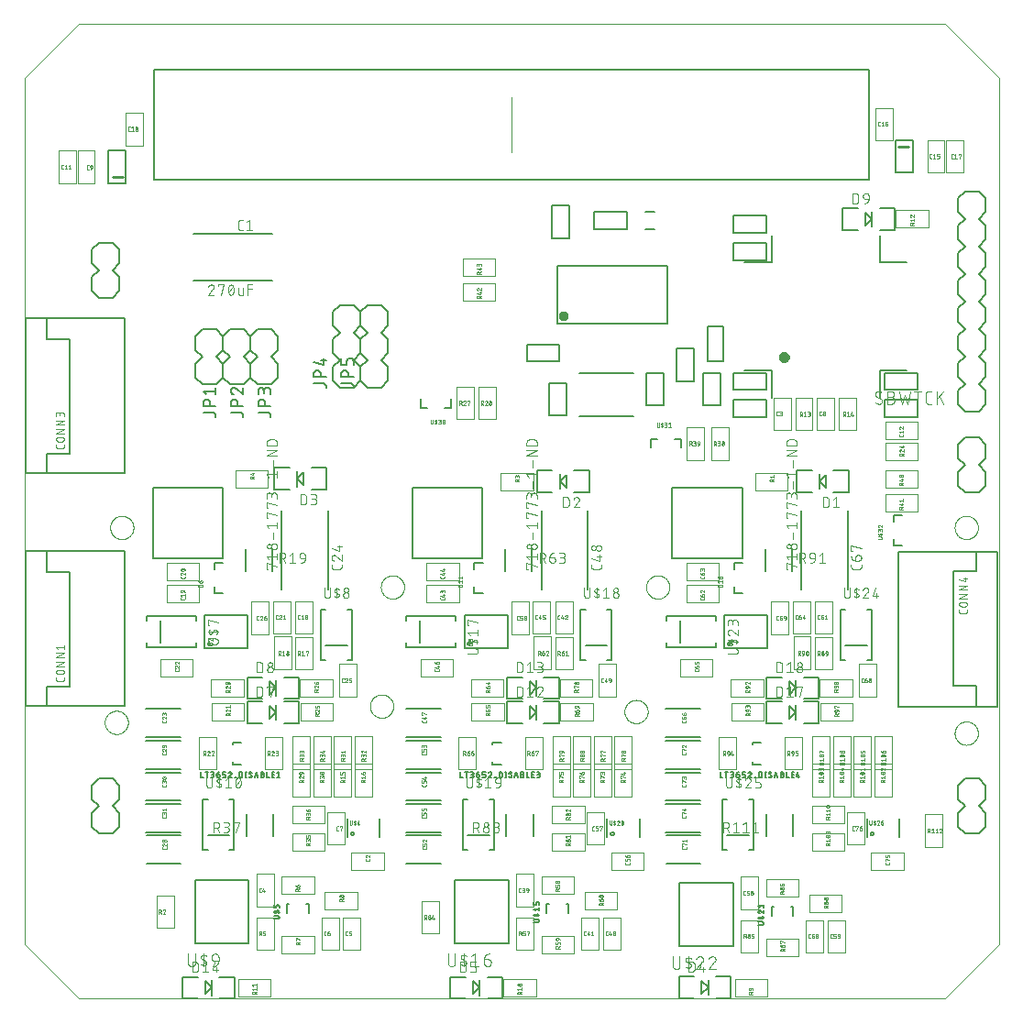
<source format=gto>
G75*
%MOIN*%
%OFA0B0*%
%FSLAX25Y25*%
%IPPOS*%
%LPD*%
%AMOC8*
5,1,8,0,0,1.08239X$1,22.5*
%
%ADD10C,0.00800*%
%ADD11C,0.00000*%
%ADD12C,0.00100*%
%ADD13C,0.00200*%
%ADD14C,0.00500*%
%ADD15C,0.00400*%
%ADD16C,0.00300*%
%ADD17C,0.00600*%
%ADD18C,0.02000*%
%ADD19C,0.01969*%
%ADD20C,0.00900*%
D10*
X0069992Y0066803D02*
X0082591Y0066803D01*
X0090504Y0071961D02*
X0090504Y0090071D01*
X0092276Y0090071D01*
X0100150Y0090071D02*
X0101921Y0090071D01*
X0101921Y0071961D01*
X0100150Y0071961D01*
X0100150Y0077079D02*
X0092276Y0077079D01*
X0092276Y0071961D02*
X0090504Y0071961D01*
X0082591Y0077039D02*
X0069992Y0077039D01*
X0069874Y0078142D02*
X0082472Y0078142D01*
X0082472Y0088378D02*
X0069874Y0088378D01*
X0069874Y0089717D02*
X0082472Y0089717D01*
X0082472Y0099953D02*
X0069874Y0099953D01*
X0069874Y0101173D02*
X0082472Y0101173D01*
X0082472Y0111409D02*
X0069874Y0111409D01*
X0069913Y0112945D02*
X0082512Y0112945D01*
X0082512Y0123181D02*
X0069913Y0123181D01*
X0069953Y0145425D02*
X0069953Y0147197D01*
X0069953Y0145425D02*
X0088063Y0145425D01*
X0088063Y0147197D01*
X0088063Y0155071D02*
X0088063Y0156843D01*
X0069953Y0156843D01*
X0069953Y0155071D01*
X0075071Y0155071D02*
X0075071Y0147197D01*
X0094689Y0165110D02*
X0094689Y0167472D01*
X0094689Y0165110D02*
X0097839Y0165110D01*
X0094689Y0173772D02*
X0094689Y0176134D01*
X0097839Y0176134D01*
X0119126Y0166567D02*
X0119126Y0195307D01*
X0116567Y0202787D02*
X0116567Y0210661D01*
X0122079Y0210661D01*
X0124835Y0209480D02*
X0124835Y0206724D01*
X0127197Y0209087D01*
X0127197Y0204362D01*
X0124835Y0206724D01*
X0124835Y0203969D01*
X0122079Y0202787D02*
X0116567Y0202787D01*
X0129953Y0202787D02*
X0135465Y0202787D01*
X0135465Y0210661D01*
X0129953Y0210661D01*
X0136055Y0195307D02*
X0136055Y0166567D01*
X0135110Y0159087D02*
X0133339Y0159087D01*
X0133339Y0140976D01*
X0135110Y0140976D01*
X0135110Y0146094D02*
X0142984Y0146094D01*
X0142984Y0140976D02*
X0144756Y0140976D01*
X0144756Y0159087D01*
X0142984Y0159087D01*
X0164441Y0156843D02*
X0182551Y0156843D01*
X0182551Y0155071D01*
X0182551Y0147197D02*
X0182551Y0145425D01*
X0164441Y0145425D01*
X0164441Y0147197D01*
X0169559Y0147197D02*
X0169559Y0155071D01*
X0164441Y0155071D02*
X0164441Y0156843D01*
X0189177Y0165110D02*
X0192327Y0165110D01*
X0189177Y0165110D02*
X0189177Y0167472D01*
X0189177Y0173772D02*
X0189177Y0176134D01*
X0192327Y0176134D01*
X0213614Y0166567D02*
X0213614Y0195307D01*
X0212039Y0201803D02*
X0212039Y0209677D01*
X0217551Y0209677D01*
X0220307Y0208496D02*
X0220307Y0205740D01*
X0222669Y0208102D01*
X0222669Y0203378D01*
X0220307Y0205740D01*
X0220307Y0202984D01*
X0217551Y0201803D02*
X0212039Y0201803D01*
X0225425Y0201803D02*
X0230937Y0201803D01*
X0230937Y0209677D01*
X0225425Y0209677D01*
X0230543Y0195307D02*
X0230543Y0166567D01*
X0229598Y0159087D02*
X0227827Y0159087D01*
X0227827Y0140976D01*
X0229598Y0140976D01*
X0229598Y0146094D02*
X0237472Y0146094D01*
X0237472Y0140976D02*
X0239244Y0140976D01*
X0239244Y0159087D01*
X0237472Y0159087D01*
X0258929Y0156843D02*
X0277039Y0156843D01*
X0277039Y0155071D01*
X0277039Y0147197D02*
X0277039Y0145425D01*
X0258929Y0145425D01*
X0258929Y0147197D01*
X0264047Y0147197D02*
X0264047Y0155071D01*
X0258929Y0155071D02*
X0258929Y0156843D01*
X0283665Y0165110D02*
X0286815Y0165110D01*
X0283665Y0165110D02*
X0283665Y0167472D01*
X0283665Y0173772D02*
X0283665Y0176134D01*
X0286815Y0176134D01*
X0308102Y0166567D02*
X0308102Y0195307D01*
X0306528Y0201803D02*
X0306528Y0209677D01*
X0312039Y0209677D01*
X0314795Y0208496D02*
X0314795Y0205740D01*
X0317157Y0208102D01*
X0317157Y0203378D01*
X0314795Y0205740D01*
X0314795Y0202984D01*
X0312039Y0201803D02*
X0306528Y0201803D01*
X0319913Y0201803D02*
X0325425Y0201803D01*
X0325425Y0209677D01*
X0319913Y0209677D01*
X0325031Y0195307D02*
X0325031Y0166567D01*
X0324087Y0159087D02*
X0322315Y0159087D01*
X0322315Y0140976D01*
X0324087Y0140976D01*
X0324087Y0146094D02*
X0331961Y0146094D01*
X0331961Y0140976D02*
X0333732Y0140976D01*
X0333732Y0159087D01*
X0331961Y0159087D01*
X0341764Y0182512D02*
X0344913Y0182512D01*
X0341764Y0182512D02*
X0341764Y0184874D01*
X0341764Y0191173D02*
X0341764Y0193535D01*
X0344913Y0193535D01*
X0365110Y0204224D02*
X0367610Y0201724D01*
X0372610Y0201724D01*
X0375110Y0204224D01*
X0375110Y0209224D01*
X0372610Y0211724D01*
X0375110Y0214224D01*
X0375110Y0219224D01*
X0372610Y0221724D01*
X0367610Y0221724D01*
X0365110Y0219224D01*
X0365110Y0214224D01*
X0367610Y0211724D01*
X0365110Y0209224D01*
X0365110Y0204224D01*
X0367610Y0231252D02*
X0365110Y0233752D01*
X0365110Y0238752D01*
X0367610Y0241252D01*
X0365110Y0243752D01*
X0365110Y0248752D01*
X0367610Y0251252D01*
X0365110Y0253752D01*
X0365110Y0258752D01*
X0367610Y0261252D01*
X0365110Y0263752D01*
X0365110Y0268752D01*
X0367610Y0271252D01*
X0365110Y0273752D01*
X0365110Y0278752D01*
X0367610Y0281252D01*
X0365110Y0283752D01*
X0365110Y0288752D01*
X0367610Y0291252D01*
X0365110Y0293752D01*
X0365110Y0298752D01*
X0367610Y0301252D01*
X0365110Y0303752D01*
X0365110Y0308752D01*
X0367610Y0311252D01*
X0372610Y0311252D01*
X0375110Y0308752D01*
X0375110Y0303752D01*
X0372610Y0301252D01*
X0375110Y0298752D01*
X0375110Y0293752D01*
X0372610Y0291252D01*
X0375110Y0288752D01*
X0375110Y0283752D01*
X0372610Y0281252D01*
X0375110Y0278752D01*
X0375110Y0273752D01*
X0372610Y0271252D01*
X0375110Y0268752D01*
X0375110Y0263752D01*
X0372610Y0261252D01*
X0375110Y0258752D01*
X0375110Y0253752D01*
X0372610Y0251252D01*
X0375110Y0248752D01*
X0375110Y0243752D01*
X0372610Y0241252D01*
X0375110Y0238752D01*
X0375110Y0233752D01*
X0372610Y0231252D01*
X0367610Y0231252D01*
X0342157Y0297276D02*
X0336646Y0297276D01*
X0333890Y0298457D02*
X0333890Y0301213D01*
X0331528Y0298850D01*
X0331528Y0303575D01*
X0333890Y0301213D01*
X0333890Y0303969D01*
X0336646Y0305150D02*
X0342157Y0305150D01*
X0342157Y0297276D01*
X0328772Y0297276D02*
X0323260Y0297276D01*
X0323260Y0305150D01*
X0328772Y0305150D01*
X0332787Y0315425D02*
X0072787Y0315425D01*
X0072787Y0355425D01*
X0332787Y0355425D01*
X0332787Y0315425D01*
X0264402Y0221291D02*
X0262039Y0221291D01*
X0264402Y0221291D02*
X0264402Y0218142D01*
X0255740Y0221291D02*
X0253378Y0221291D01*
X0253378Y0218142D01*
X0180740Y0232512D02*
X0180740Y0235661D01*
X0180740Y0232512D02*
X0178378Y0232512D01*
X0172079Y0232512D02*
X0169717Y0232512D01*
X0169717Y0235661D01*
X0157787Y0242413D02*
X0157787Y0247413D01*
X0155287Y0249913D01*
X0157787Y0252413D01*
X0157787Y0257413D01*
X0155287Y0259913D01*
X0157787Y0262413D01*
X0157787Y0267413D01*
X0155287Y0269913D01*
X0150287Y0269913D01*
X0147787Y0267413D01*
X0147787Y0262413D01*
X0150287Y0259913D01*
X0147787Y0257413D01*
X0147787Y0252413D01*
X0150287Y0249913D01*
X0147787Y0247413D01*
X0147787Y0242413D01*
X0150287Y0239913D01*
X0155287Y0239913D01*
X0157787Y0242413D01*
X0147787Y0242413D02*
X0147787Y0247413D01*
X0145287Y0249913D01*
X0147787Y0252413D01*
X0147787Y0257413D01*
X0145287Y0259913D01*
X0147787Y0262413D01*
X0147787Y0267413D01*
X0145287Y0269913D01*
X0140287Y0269913D01*
X0137787Y0267413D01*
X0137787Y0262413D01*
X0140287Y0259913D01*
X0137787Y0257413D01*
X0137787Y0252413D01*
X0140287Y0249913D01*
X0137787Y0247413D01*
X0137787Y0242413D01*
X0140287Y0239913D01*
X0145287Y0239913D01*
X0147787Y0242413D01*
X0117787Y0243594D02*
X0115287Y0241094D01*
X0110287Y0241094D01*
X0107787Y0243594D01*
X0107787Y0248594D01*
X0110287Y0251094D01*
X0107787Y0253594D01*
X0107787Y0258594D01*
X0110287Y0261094D01*
X0115287Y0261094D01*
X0117787Y0258594D01*
X0117787Y0253594D01*
X0115287Y0251094D01*
X0117787Y0248594D01*
X0117787Y0243594D01*
X0107787Y0243594D02*
X0107787Y0248594D01*
X0105287Y0251094D01*
X0107787Y0253594D01*
X0107787Y0258594D01*
X0105287Y0261094D01*
X0100287Y0261094D01*
X0097787Y0258594D01*
X0097787Y0253594D01*
X0100287Y0251094D01*
X0097787Y0248594D01*
X0097787Y0243594D01*
X0100287Y0241094D01*
X0105287Y0241094D01*
X0107787Y0243594D01*
X0097787Y0243594D02*
X0095287Y0241094D01*
X0090287Y0241094D01*
X0087787Y0243594D01*
X0087787Y0248594D01*
X0090287Y0251094D01*
X0087787Y0253594D01*
X0087787Y0258594D01*
X0090287Y0261094D01*
X0095287Y0261094D01*
X0097787Y0258594D01*
X0097787Y0253594D01*
X0095287Y0251094D01*
X0097787Y0248594D01*
X0097787Y0243594D01*
X0087039Y0278969D02*
X0115780Y0278969D01*
X0115780Y0295898D02*
X0087039Y0295898D01*
X0060150Y0290091D02*
X0060150Y0285091D01*
X0057650Y0282591D01*
X0060150Y0280091D01*
X0060150Y0275091D01*
X0057650Y0272591D01*
X0052650Y0272591D01*
X0050150Y0275091D01*
X0050150Y0280091D01*
X0052650Y0282591D01*
X0050150Y0285091D01*
X0050150Y0290091D01*
X0052650Y0292591D01*
X0057650Y0292591D01*
X0060150Y0290091D01*
X0106606Y0134598D02*
X0106606Y0126724D01*
X0112118Y0126724D01*
X0112118Y0125740D02*
X0106606Y0125740D01*
X0106606Y0117866D01*
X0112118Y0117866D01*
X0114874Y0119441D02*
X0117236Y0121803D01*
X0114874Y0124165D01*
X0114874Y0119441D01*
X0117236Y0119047D02*
X0117236Y0121803D01*
X0117236Y0124559D01*
X0119992Y0125740D02*
X0125504Y0125740D01*
X0125504Y0117866D01*
X0119992Y0117866D01*
X0119992Y0126724D02*
X0125504Y0126724D01*
X0125504Y0134598D01*
X0119992Y0134598D01*
X0117236Y0133417D02*
X0117236Y0130661D01*
X0114874Y0128299D01*
X0114874Y0133024D01*
X0117236Y0130661D01*
X0117236Y0127906D01*
X0112118Y0134598D02*
X0106606Y0134598D01*
X0104543Y0110791D02*
X0101394Y0110791D01*
X0101394Y0110004D01*
X0101394Y0103705D02*
X0101394Y0102917D01*
X0104543Y0102917D01*
X0060150Y0095209D02*
X0060150Y0090209D01*
X0057650Y0087709D01*
X0060150Y0085209D01*
X0060150Y0080209D01*
X0057650Y0077709D01*
X0052650Y0077709D01*
X0050150Y0080209D01*
X0050150Y0085209D01*
X0052650Y0087709D01*
X0050150Y0090209D01*
X0050150Y0095209D01*
X0052650Y0097709D01*
X0057650Y0097709D01*
X0060150Y0095209D01*
X0121094Y0052000D02*
X0121094Y0048850D01*
X0121094Y0052000D02*
X0121882Y0052000D01*
X0128181Y0052000D02*
X0128969Y0052000D01*
X0128969Y0048850D01*
X0102000Y0025622D02*
X0102000Y0017748D01*
X0096488Y0017748D01*
X0093732Y0018929D02*
X0093732Y0021685D01*
X0091370Y0019323D01*
X0091370Y0024047D01*
X0093732Y0021685D01*
X0093732Y0024441D01*
X0096488Y0025622D02*
X0102000Y0025622D01*
X0088614Y0025622D02*
X0083102Y0025622D01*
X0083102Y0017748D01*
X0088614Y0017748D01*
X0164480Y0066803D02*
X0177079Y0066803D01*
X0184992Y0071961D02*
X0184992Y0090071D01*
X0186764Y0090071D01*
X0194638Y0090071D02*
X0196409Y0090071D01*
X0196409Y0071961D01*
X0194638Y0071961D01*
X0194638Y0077079D02*
X0186764Y0077079D01*
X0186764Y0071961D02*
X0184992Y0071961D01*
X0177079Y0077039D02*
X0164480Y0077039D01*
X0164362Y0078142D02*
X0176961Y0078142D01*
X0176961Y0088378D02*
X0164362Y0088378D01*
X0164362Y0089717D02*
X0176961Y0089717D01*
X0176961Y0099953D02*
X0164362Y0099953D01*
X0164362Y0101173D02*
X0176961Y0101173D01*
X0176961Y0111409D02*
X0164362Y0111409D01*
X0164402Y0112945D02*
X0177000Y0112945D01*
X0177000Y0123181D02*
X0164402Y0123181D01*
X0195882Y0110791D02*
X0199031Y0110791D01*
X0195882Y0110791D02*
X0195882Y0110004D01*
X0195882Y0103705D02*
X0195882Y0102917D01*
X0199031Y0102917D01*
X0201094Y0117866D02*
X0206606Y0117866D01*
X0209362Y0119441D02*
X0211724Y0121803D01*
X0209362Y0124165D01*
X0209362Y0119441D01*
X0211724Y0119047D02*
X0211724Y0121803D01*
X0211724Y0124559D01*
X0214480Y0125740D02*
X0219992Y0125740D01*
X0219992Y0117866D01*
X0214480Y0117866D01*
X0214480Y0126724D02*
X0219992Y0126724D01*
X0219992Y0134598D01*
X0214480Y0134598D01*
X0211724Y0133417D02*
X0211724Y0130661D01*
X0209362Y0128299D01*
X0209362Y0133024D01*
X0211724Y0130661D01*
X0211724Y0127906D01*
X0206606Y0126724D02*
X0201094Y0126724D01*
X0201094Y0134598D01*
X0206606Y0134598D01*
X0206606Y0125740D02*
X0201094Y0125740D01*
X0201094Y0117866D01*
X0258890Y0112945D02*
X0271488Y0112945D01*
X0271449Y0111409D02*
X0258850Y0111409D01*
X0258850Y0101173D02*
X0271449Y0101173D01*
X0271449Y0099953D02*
X0258850Y0099953D01*
X0258850Y0089717D02*
X0271449Y0089717D01*
X0271449Y0088378D02*
X0258850Y0088378D01*
X0258850Y0078142D02*
X0271449Y0078142D01*
X0271567Y0077039D02*
X0258969Y0077039D01*
X0258969Y0066803D02*
X0271567Y0066803D01*
X0279480Y0071961D02*
X0279480Y0090071D01*
X0281252Y0090071D01*
X0289126Y0090071D02*
X0290898Y0090071D01*
X0290898Y0071961D01*
X0289126Y0071961D01*
X0289126Y0077079D02*
X0281252Y0077079D01*
X0281252Y0071961D02*
X0279480Y0071961D01*
X0297276Y0051016D02*
X0297276Y0047866D01*
X0297276Y0051016D02*
X0298063Y0051016D01*
X0304362Y0051016D02*
X0305150Y0051016D01*
X0305150Y0047866D01*
X0282551Y0025780D02*
X0282551Y0017906D01*
X0277039Y0017906D01*
X0274283Y0019087D02*
X0274283Y0021843D01*
X0271921Y0019480D01*
X0271921Y0024205D01*
X0274283Y0021843D01*
X0274283Y0024598D01*
X0277039Y0025780D02*
X0282551Y0025780D01*
X0269165Y0025780D02*
X0263654Y0025780D01*
X0263654Y0017906D01*
X0269165Y0017906D01*
X0223457Y0048850D02*
X0223457Y0052000D01*
X0222669Y0052000D01*
X0216370Y0052000D02*
X0215583Y0052000D01*
X0215583Y0048850D01*
X0199441Y0025622D02*
X0193929Y0025622D01*
X0191173Y0024441D02*
X0191173Y0021685D01*
X0188811Y0019323D01*
X0188811Y0024047D01*
X0191173Y0021685D01*
X0191173Y0018929D01*
X0193929Y0017748D02*
X0199441Y0017748D01*
X0199441Y0025622D01*
X0186055Y0025622D02*
X0180543Y0025622D01*
X0180543Y0017748D01*
X0186055Y0017748D01*
X0290370Y0102917D02*
X0293520Y0102917D01*
X0290370Y0102917D02*
X0290370Y0103705D01*
X0290370Y0110004D02*
X0290370Y0110791D01*
X0293520Y0110791D01*
X0295583Y0117866D02*
X0301094Y0117866D01*
X0303850Y0119441D02*
X0306213Y0121803D01*
X0303850Y0124165D01*
X0303850Y0119441D01*
X0306213Y0119047D02*
X0306213Y0121803D01*
X0306213Y0124559D01*
X0308969Y0125740D02*
X0314480Y0125740D01*
X0314480Y0117866D01*
X0308969Y0117866D01*
X0308969Y0126724D02*
X0314480Y0126724D01*
X0314480Y0134598D01*
X0308969Y0134598D01*
X0306213Y0133417D02*
X0306213Y0130661D01*
X0303850Y0128299D01*
X0303850Y0133024D01*
X0306213Y0130661D01*
X0306213Y0127906D01*
X0301094Y0126724D02*
X0295583Y0126724D01*
X0295583Y0134598D01*
X0301094Y0134598D01*
X0301094Y0125740D02*
X0295583Y0125740D01*
X0295583Y0117866D01*
X0271488Y0123181D02*
X0258890Y0123181D01*
X0365110Y0095209D02*
X0365110Y0090209D01*
X0367610Y0087709D01*
X0365110Y0085209D01*
X0365110Y0080209D01*
X0367610Y0077709D01*
X0372610Y0077709D01*
X0375110Y0080209D01*
X0375110Y0085209D01*
X0372610Y0087709D01*
X0375110Y0090209D01*
X0375110Y0095209D01*
X0372610Y0097709D01*
X0367610Y0097709D01*
X0365110Y0095209D01*
D11*
X0025622Y0037433D02*
X0025622Y0352394D01*
X0045307Y0372079D01*
X0360268Y0372079D01*
X0379953Y0352394D01*
X0379953Y0037433D01*
X0360268Y0017748D01*
X0045307Y0017748D01*
X0025622Y0037433D01*
X0054855Y0118142D02*
X0054857Y0118272D01*
X0054863Y0118401D01*
X0054873Y0118531D01*
X0054887Y0118660D01*
X0054905Y0118788D01*
X0054926Y0118916D01*
X0054952Y0119043D01*
X0054982Y0119169D01*
X0055015Y0119295D01*
X0055052Y0119419D01*
X0055093Y0119542D01*
X0055138Y0119664D01*
X0055187Y0119784D01*
X0055239Y0119903D01*
X0055294Y0120020D01*
X0055354Y0120135D01*
X0055417Y0120249D01*
X0055483Y0120360D01*
X0055553Y0120470D01*
X0055626Y0120577D01*
X0055702Y0120682D01*
X0055781Y0120784D01*
X0055864Y0120884D01*
X0055949Y0120982D01*
X0056038Y0121077D01*
X0056129Y0121169D01*
X0056223Y0121258D01*
X0056320Y0121344D01*
X0056420Y0121427D01*
X0056521Y0121508D01*
X0056626Y0121585D01*
X0056732Y0121659D01*
X0056841Y0121729D01*
X0056952Y0121796D01*
X0057065Y0121860D01*
X0057180Y0121920D01*
X0057297Y0121977D01*
X0057415Y0122030D01*
X0057535Y0122079D01*
X0057657Y0122125D01*
X0057779Y0122167D01*
X0057903Y0122205D01*
X0058028Y0122239D01*
X0058154Y0122270D01*
X0058281Y0122297D01*
X0058409Y0122319D01*
X0058537Y0122338D01*
X0058666Y0122353D01*
X0058795Y0122364D01*
X0058925Y0122371D01*
X0059055Y0122374D01*
X0059184Y0122373D01*
X0059314Y0122368D01*
X0059443Y0122359D01*
X0059572Y0122346D01*
X0059701Y0122329D01*
X0059829Y0122308D01*
X0059956Y0122284D01*
X0060083Y0122255D01*
X0060208Y0122223D01*
X0060333Y0122186D01*
X0060456Y0122146D01*
X0060578Y0122103D01*
X0060699Y0122055D01*
X0060818Y0122004D01*
X0060936Y0121949D01*
X0061051Y0121890D01*
X0061165Y0121828D01*
X0061277Y0121763D01*
X0061387Y0121694D01*
X0061495Y0121622D01*
X0061601Y0121547D01*
X0061704Y0121468D01*
X0061805Y0121386D01*
X0061903Y0121301D01*
X0061998Y0121214D01*
X0062091Y0121123D01*
X0062181Y0121030D01*
X0062268Y0120933D01*
X0062352Y0120835D01*
X0062433Y0120733D01*
X0062511Y0120630D01*
X0062585Y0120523D01*
X0062657Y0120415D01*
X0062725Y0120305D01*
X0062789Y0120192D01*
X0062850Y0120078D01*
X0062908Y0119961D01*
X0062962Y0119844D01*
X0063012Y0119724D01*
X0063059Y0119603D01*
X0063102Y0119481D01*
X0063141Y0119357D01*
X0063176Y0119232D01*
X0063208Y0119106D01*
X0063235Y0118980D01*
X0063259Y0118852D01*
X0063279Y0118724D01*
X0063295Y0118595D01*
X0063307Y0118466D01*
X0063315Y0118336D01*
X0063319Y0118207D01*
X0063319Y0118077D01*
X0063315Y0117948D01*
X0063307Y0117818D01*
X0063295Y0117689D01*
X0063279Y0117560D01*
X0063259Y0117432D01*
X0063235Y0117304D01*
X0063208Y0117178D01*
X0063176Y0117052D01*
X0063141Y0116927D01*
X0063102Y0116803D01*
X0063059Y0116681D01*
X0063012Y0116560D01*
X0062962Y0116440D01*
X0062908Y0116323D01*
X0062850Y0116206D01*
X0062789Y0116092D01*
X0062725Y0115979D01*
X0062657Y0115869D01*
X0062585Y0115761D01*
X0062511Y0115654D01*
X0062433Y0115551D01*
X0062352Y0115449D01*
X0062268Y0115351D01*
X0062181Y0115254D01*
X0062091Y0115161D01*
X0061998Y0115070D01*
X0061903Y0114983D01*
X0061805Y0114898D01*
X0061704Y0114816D01*
X0061601Y0114737D01*
X0061495Y0114662D01*
X0061387Y0114590D01*
X0061277Y0114521D01*
X0061165Y0114456D01*
X0061051Y0114394D01*
X0060936Y0114335D01*
X0060818Y0114280D01*
X0060699Y0114229D01*
X0060578Y0114181D01*
X0060456Y0114138D01*
X0060333Y0114098D01*
X0060208Y0114061D01*
X0060083Y0114029D01*
X0059956Y0114000D01*
X0059829Y0113976D01*
X0059701Y0113955D01*
X0059572Y0113938D01*
X0059443Y0113925D01*
X0059314Y0113916D01*
X0059184Y0113911D01*
X0059055Y0113910D01*
X0058925Y0113913D01*
X0058795Y0113920D01*
X0058666Y0113931D01*
X0058537Y0113946D01*
X0058409Y0113965D01*
X0058281Y0113987D01*
X0058154Y0114014D01*
X0058028Y0114045D01*
X0057903Y0114079D01*
X0057779Y0114117D01*
X0057657Y0114159D01*
X0057535Y0114205D01*
X0057415Y0114254D01*
X0057297Y0114307D01*
X0057180Y0114364D01*
X0057065Y0114424D01*
X0056952Y0114488D01*
X0056841Y0114555D01*
X0056732Y0114625D01*
X0056626Y0114699D01*
X0056521Y0114776D01*
X0056420Y0114857D01*
X0056320Y0114940D01*
X0056223Y0115026D01*
X0056129Y0115115D01*
X0056038Y0115207D01*
X0055949Y0115302D01*
X0055864Y0115400D01*
X0055781Y0115500D01*
X0055702Y0115602D01*
X0055626Y0115707D01*
X0055553Y0115814D01*
X0055483Y0115924D01*
X0055417Y0116035D01*
X0055354Y0116149D01*
X0055294Y0116264D01*
X0055239Y0116381D01*
X0055187Y0116500D01*
X0055138Y0116620D01*
X0055093Y0116742D01*
X0055052Y0116865D01*
X0055015Y0116989D01*
X0054982Y0117115D01*
X0054952Y0117241D01*
X0054926Y0117368D01*
X0054905Y0117496D01*
X0054887Y0117624D01*
X0054873Y0117753D01*
X0054863Y0117883D01*
X0054857Y0118012D01*
X0054855Y0118142D01*
X0056823Y0189008D02*
X0056825Y0189138D01*
X0056831Y0189267D01*
X0056841Y0189397D01*
X0056855Y0189526D01*
X0056873Y0189654D01*
X0056894Y0189782D01*
X0056920Y0189909D01*
X0056950Y0190035D01*
X0056983Y0190161D01*
X0057020Y0190285D01*
X0057061Y0190408D01*
X0057106Y0190530D01*
X0057155Y0190650D01*
X0057207Y0190769D01*
X0057262Y0190886D01*
X0057322Y0191001D01*
X0057385Y0191115D01*
X0057451Y0191226D01*
X0057521Y0191336D01*
X0057594Y0191443D01*
X0057670Y0191548D01*
X0057749Y0191650D01*
X0057832Y0191750D01*
X0057917Y0191848D01*
X0058006Y0191943D01*
X0058097Y0192035D01*
X0058191Y0192124D01*
X0058288Y0192210D01*
X0058388Y0192293D01*
X0058489Y0192374D01*
X0058594Y0192451D01*
X0058700Y0192525D01*
X0058809Y0192595D01*
X0058920Y0192662D01*
X0059033Y0192726D01*
X0059148Y0192786D01*
X0059265Y0192843D01*
X0059383Y0192896D01*
X0059503Y0192945D01*
X0059625Y0192991D01*
X0059747Y0193033D01*
X0059871Y0193071D01*
X0059996Y0193105D01*
X0060122Y0193136D01*
X0060249Y0193163D01*
X0060377Y0193185D01*
X0060505Y0193204D01*
X0060634Y0193219D01*
X0060763Y0193230D01*
X0060893Y0193237D01*
X0061023Y0193240D01*
X0061152Y0193239D01*
X0061282Y0193234D01*
X0061411Y0193225D01*
X0061540Y0193212D01*
X0061669Y0193195D01*
X0061797Y0193174D01*
X0061924Y0193150D01*
X0062051Y0193121D01*
X0062176Y0193089D01*
X0062301Y0193052D01*
X0062424Y0193012D01*
X0062546Y0192969D01*
X0062667Y0192921D01*
X0062786Y0192870D01*
X0062904Y0192815D01*
X0063019Y0192756D01*
X0063133Y0192694D01*
X0063245Y0192629D01*
X0063355Y0192560D01*
X0063463Y0192488D01*
X0063569Y0192413D01*
X0063672Y0192334D01*
X0063773Y0192252D01*
X0063871Y0192167D01*
X0063966Y0192080D01*
X0064059Y0191989D01*
X0064149Y0191896D01*
X0064236Y0191799D01*
X0064320Y0191701D01*
X0064401Y0191599D01*
X0064479Y0191496D01*
X0064553Y0191389D01*
X0064625Y0191281D01*
X0064693Y0191171D01*
X0064757Y0191058D01*
X0064818Y0190944D01*
X0064876Y0190827D01*
X0064930Y0190710D01*
X0064980Y0190590D01*
X0065027Y0190469D01*
X0065070Y0190347D01*
X0065109Y0190223D01*
X0065144Y0190098D01*
X0065176Y0189972D01*
X0065203Y0189846D01*
X0065227Y0189718D01*
X0065247Y0189590D01*
X0065263Y0189461D01*
X0065275Y0189332D01*
X0065283Y0189202D01*
X0065287Y0189073D01*
X0065287Y0188943D01*
X0065283Y0188814D01*
X0065275Y0188684D01*
X0065263Y0188555D01*
X0065247Y0188426D01*
X0065227Y0188298D01*
X0065203Y0188170D01*
X0065176Y0188044D01*
X0065144Y0187918D01*
X0065109Y0187793D01*
X0065070Y0187669D01*
X0065027Y0187547D01*
X0064980Y0187426D01*
X0064930Y0187306D01*
X0064876Y0187189D01*
X0064818Y0187072D01*
X0064757Y0186958D01*
X0064693Y0186845D01*
X0064625Y0186735D01*
X0064553Y0186627D01*
X0064479Y0186520D01*
X0064401Y0186417D01*
X0064320Y0186315D01*
X0064236Y0186217D01*
X0064149Y0186120D01*
X0064059Y0186027D01*
X0063966Y0185936D01*
X0063871Y0185849D01*
X0063773Y0185764D01*
X0063672Y0185682D01*
X0063569Y0185603D01*
X0063463Y0185528D01*
X0063355Y0185456D01*
X0063245Y0185387D01*
X0063133Y0185322D01*
X0063019Y0185260D01*
X0062904Y0185201D01*
X0062786Y0185146D01*
X0062667Y0185095D01*
X0062546Y0185047D01*
X0062424Y0185004D01*
X0062301Y0184964D01*
X0062176Y0184927D01*
X0062051Y0184895D01*
X0061924Y0184866D01*
X0061797Y0184842D01*
X0061669Y0184821D01*
X0061540Y0184804D01*
X0061411Y0184791D01*
X0061282Y0184782D01*
X0061152Y0184777D01*
X0061023Y0184776D01*
X0060893Y0184779D01*
X0060763Y0184786D01*
X0060634Y0184797D01*
X0060505Y0184812D01*
X0060377Y0184831D01*
X0060249Y0184853D01*
X0060122Y0184880D01*
X0059996Y0184911D01*
X0059871Y0184945D01*
X0059747Y0184983D01*
X0059625Y0185025D01*
X0059503Y0185071D01*
X0059383Y0185120D01*
X0059265Y0185173D01*
X0059148Y0185230D01*
X0059033Y0185290D01*
X0058920Y0185354D01*
X0058809Y0185421D01*
X0058700Y0185491D01*
X0058594Y0185565D01*
X0058489Y0185642D01*
X0058388Y0185723D01*
X0058288Y0185806D01*
X0058191Y0185892D01*
X0058097Y0185981D01*
X0058006Y0186073D01*
X0057917Y0186168D01*
X0057832Y0186266D01*
X0057749Y0186366D01*
X0057670Y0186468D01*
X0057594Y0186573D01*
X0057521Y0186680D01*
X0057451Y0186790D01*
X0057385Y0186901D01*
X0057322Y0187015D01*
X0057262Y0187130D01*
X0057207Y0187247D01*
X0057155Y0187366D01*
X0057106Y0187486D01*
X0057061Y0187608D01*
X0057020Y0187731D01*
X0056983Y0187855D01*
X0056950Y0187981D01*
X0056920Y0188107D01*
X0056894Y0188234D01*
X0056873Y0188362D01*
X0056855Y0188490D01*
X0056841Y0188619D01*
X0056831Y0188749D01*
X0056825Y0188878D01*
X0056823Y0189008D01*
X0151311Y0124047D02*
X0151313Y0124177D01*
X0151319Y0124306D01*
X0151329Y0124436D01*
X0151343Y0124565D01*
X0151361Y0124693D01*
X0151382Y0124821D01*
X0151408Y0124948D01*
X0151438Y0125074D01*
X0151471Y0125200D01*
X0151508Y0125324D01*
X0151549Y0125447D01*
X0151594Y0125569D01*
X0151643Y0125689D01*
X0151695Y0125808D01*
X0151750Y0125925D01*
X0151810Y0126040D01*
X0151873Y0126154D01*
X0151939Y0126265D01*
X0152009Y0126375D01*
X0152082Y0126482D01*
X0152158Y0126587D01*
X0152237Y0126689D01*
X0152320Y0126789D01*
X0152405Y0126887D01*
X0152494Y0126982D01*
X0152585Y0127074D01*
X0152679Y0127163D01*
X0152776Y0127249D01*
X0152876Y0127332D01*
X0152977Y0127413D01*
X0153082Y0127490D01*
X0153188Y0127564D01*
X0153297Y0127634D01*
X0153408Y0127701D01*
X0153521Y0127765D01*
X0153636Y0127825D01*
X0153753Y0127882D01*
X0153871Y0127935D01*
X0153991Y0127984D01*
X0154113Y0128030D01*
X0154235Y0128072D01*
X0154359Y0128110D01*
X0154484Y0128144D01*
X0154610Y0128175D01*
X0154737Y0128202D01*
X0154865Y0128224D01*
X0154993Y0128243D01*
X0155122Y0128258D01*
X0155251Y0128269D01*
X0155381Y0128276D01*
X0155511Y0128279D01*
X0155640Y0128278D01*
X0155770Y0128273D01*
X0155899Y0128264D01*
X0156028Y0128251D01*
X0156157Y0128234D01*
X0156285Y0128213D01*
X0156412Y0128189D01*
X0156539Y0128160D01*
X0156664Y0128128D01*
X0156789Y0128091D01*
X0156912Y0128051D01*
X0157034Y0128008D01*
X0157155Y0127960D01*
X0157274Y0127909D01*
X0157392Y0127854D01*
X0157507Y0127795D01*
X0157621Y0127733D01*
X0157733Y0127668D01*
X0157843Y0127599D01*
X0157951Y0127527D01*
X0158057Y0127452D01*
X0158160Y0127373D01*
X0158261Y0127291D01*
X0158359Y0127206D01*
X0158454Y0127119D01*
X0158547Y0127028D01*
X0158637Y0126935D01*
X0158724Y0126838D01*
X0158808Y0126740D01*
X0158889Y0126638D01*
X0158967Y0126535D01*
X0159041Y0126428D01*
X0159113Y0126320D01*
X0159181Y0126210D01*
X0159245Y0126097D01*
X0159306Y0125983D01*
X0159364Y0125866D01*
X0159418Y0125749D01*
X0159468Y0125629D01*
X0159515Y0125508D01*
X0159558Y0125386D01*
X0159597Y0125262D01*
X0159632Y0125137D01*
X0159664Y0125011D01*
X0159691Y0124885D01*
X0159715Y0124757D01*
X0159735Y0124629D01*
X0159751Y0124500D01*
X0159763Y0124371D01*
X0159771Y0124241D01*
X0159775Y0124112D01*
X0159775Y0123982D01*
X0159771Y0123853D01*
X0159763Y0123723D01*
X0159751Y0123594D01*
X0159735Y0123465D01*
X0159715Y0123337D01*
X0159691Y0123209D01*
X0159664Y0123083D01*
X0159632Y0122957D01*
X0159597Y0122832D01*
X0159558Y0122708D01*
X0159515Y0122586D01*
X0159468Y0122465D01*
X0159418Y0122345D01*
X0159364Y0122228D01*
X0159306Y0122111D01*
X0159245Y0121997D01*
X0159181Y0121884D01*
X0159113Y0121774D01*
X0159041Y0121666D01*
X0158967Y0121559D01*
X0158889Y0121456D01*
X0158808Y0121354D01*
X0158724Y0121256D01*
X0158637Y0121159D01*
X0158547Y0121066D01*
X0158454Y0120975D01*
X0158359Y0120888D01*
X0158261Y0120803D01*
X0158160Y0120721D01*
X0158057Y0120642D01*
X0157951Y0120567D01*
X0157843Y0120495D01*
X0157733Y0120426D01*
X0157621Y0120361D01*
X0157507Y0120299D01*
X0157392Y0120240D01*
X0157274Y0120185D01*
X0157155Y0120134D01*
X0157034Y0120086D01*
X0156912Y0120043D01*
X0156789Y0120003D01*
X0156664Y0119966D01*
X0156539Y0119934D01*
X0156412Y0119905D01*
X0156285Y0119881D01*
X0156157Y0119860D01*
X0156028Y0119843D01*
X0155899Y0119830D01*
X0155770Y0119821D01*
X0155640Y0119816D01*
X0155511Y0119815D01*
X0155381Y0119818D01*
X0155251Y0119825D01*
X0155122Y0119836D01*
X0154993Y0119851D01*
X0154865Y0119870D01*
X0154737Y0119892D01*
X0154610Y0119919D01*
X0154484Y0119950D01*
X0154359Y0119984D01*
X0154235Y0120022D01*
X0154113Y0120064D01*
X0153991Y0120110D01*
X0153871Y0120159D01*
X0153753Y0120212D01*
X0153636Y0120269D01*
X0153521Y0120329D01*
X0153408Y0120393D01*
X0153297Y0120460D01*
X0153188Y0120530D01*
X0153082Y0120604D01*
X0152977Y0120681D01*
X0152876Y0120762D01*
X0152776Y0120845D01*
X0152679Y0120931D01*
X0152585Y0121020D01*
X0152494Y0121112D01*
X0152405Y0121207D01*
X0152320Y0121305D01*
X0152237Y0121405D01*
X0152158Y0121507D01*
X0152082Y0121612D01*
X0152009Y0121719D01*
X0151939Y0121829D01*
X0151873Y0121940D01*
X0151810Y0122054D01*
X0151750Y0122169D01*
X0151695Y0122286D01*
X0151643Y0122405D01*
X0151594Y0122525D01*
X0151549Y0122647D01*
X0151508Y0122770D01*
X0151471Y0122894D01*
X0151438Y0123020D01*
X0151408Y0123146D01*
X0151382Y0123273D01*
X0151361Y0123401D01*
X0151343Y0123529D01*
X0151329Y0123658D01*
X0151319Y0123788D01*
X0151313Y0123917D01*
X0151311Y0124047D01*
X0155248Y0167354D02*
X0155250Y0167484D01*
X0155256Y0167613D01*
X0155266Y0167743D01*
X0155280Y0167872D01*
X0155298Y0168000D01*
X0155319Y0168128D01*
X0155345Y0168255D01*
X0155375Y0168381D01*
X0155408Y0168507D01*
X0155445Y0168631D01*
X0155486Y0168754D01*
X0155531Y0168876D01*
X0155580Y0168996D01*
X0155632Y0169115D01*
X0155687Y0169232D01*
X0155747Y0169347D01*
X0155810Y0169461D01*
X0155876Y0169572D01*
X0155946Y0169682D01*
X0156019Y0169789D01*
X0156095Y0169894D01*
X0156174Y0169996D01*
X0156257Y0170096D01*
X0156342Y0170194D01*
X0156431Y0170289D01*
X0156522Y0170381D01*
X0156616Y0170470D01*
X0156713Y0170556D01*
X0156813Y0170639D01*
X0156914Y0170720D01*
X0157019Y0170797D01*
X0157125Y0170871D01*
X0157234Y0170941D01*
X0157345Y0171008D01*
X0157458Y0171072D01*
X0157573Y0171132D01*
X0157690Y0171189D01*
X0157808Y0171242D01*
X0157928Y0171291D01*
X0158050Y0171337D01*
X0158172Y0171379D01*
X0158296Y0171417D01*
X0158421Y0171451D01*
X0158547Y0171482D01*
X0158674Y0171509D01*
X0158802Y0171531D01*
X0158930Y0171550D01*
X0159059Y0171565D01*
X0159188Y0171576D01*
X0159318Y0171583D01*
X0159448Y0171586D01*
X0159577Y0171585D01*
X0159707Y0171580D01*
X0159836Y0171571D01*
X0159965Y0171558D01*
X0160094Y0171541D01*
X0160222Y0171520D01*
X0160349Y0171496D01*
X0160476Y0171467D01*
X0160601Y0171435D01*
X0160726Y0171398D01*
X0160849Y0171358D01*
X0160971Y0171315D01*
X0161092Y0171267D01*
X0161211Y0171216D01*
X0161329Y0171161D01*
X0161444Y0171102D01*
X0161558Y0171040D01*
X0161670Y0170975D01*
X0161780Y0170906D01*
X0161888Y0170834D01*
X0161994Y0170759D01*
X0162097Y0170680D01*
X0162198Y0170598D01*
X0162296Y0170513D01*
X0162391Y0170426D01*
X0162484Y0170335D01*
X0162574Y0170242D01*
X0162661Y0170145D01*
X0162745Y0170047D01*
X0162826Y0169945D01*
X0162904Y0169842D01*
X0162978Y0169735D01*
X0163050Y0169627D01*
X0163118Y0169517D01*
X0163182Y0169404D01*
X0163243Y0169290D01*
X0163301Y0169173D01*
X0163355Y0169056D01*
X0163405Y0168936D01*
X0163452Y0168815D01*
X0163495Y0168693D01*
X0163534Y0168569D01*
X0163569Y0168444D01*
X0163601Y0168318D01*
X0163628Y0168192D01*
X0163652Y0168064D01*
X0163672Y0167936D01*
X0163688Y0167807D01*
X0163700Y0167678D01*
X0163708Y0167548D01*
X0163712Y0167419D01*
X0163712Y0167289D01*
X0163708Y0167160D01*
X0163700Y0167030D01*
X0163688Y0166901D01*
X0163672Y0166772D01*
X0163652Y0166644D01*
X0163628Y0166516D01*
X0163601Y0166390D01*
X0163569Y0166264D01*
X0163534Y0166139D01*
X0163495Y0166015D01*
X0163452Y0165893D01*
X0163405Y0165772D01*
X0163355Y0165652D01*
X0163301Y0165535D01*
X0163243Y0165418D01*
X0163182Y0165304D01*
X0163118Y0165191D01*
X0163050Y0165081D01*
X0162978Y0164973D01*
X0162904Y0164866D01*
X0162826Y0164763D01*
X0162745Y0164661D01*
X0162661Y0164563D01*
X0162574Y0164466D01*
X0162484Y0164373D01*
X0162391Y0164282D01*
X0162296Y0164195D01*
X0162198Y0164110D01*
X0162097Y0164028D01*
X0161994Y0163949D01*
X0161888Y0163874D01*
X0161780Y0163802D01*
X0161670Y0163733D01*
X0161558Y0163668D01*
X0161444Y0163606D01*
X0161329Y0163547D01*
X0161211Y0163492D01*
X0161092Y0163441D01*
X0160971Y0163393D01*
X0160849Y0163350D01*
X0160726Y0163310D01*
X0160601Y0163273D01*
X0160476Y0163241D01*
X0160349Y0163212D01*
X0160222Y0163188D01*
X0160094Y0163167D01*
X0159965Y0163150D01*
X0159836Y0163137D01*
X0159707Y0163128D01*
X0159577Y0163123D01*
X0159448Y0163122D01*
X0159318Y0163125D01*
X0159188Y0163132D01*
X0159059Y0163143D01*
X0158930Y0163158D01*
X0158802Y0163177D01*
X0158674Y0163199D01*
X0158547Y0163226D01*
X0158421Y0163257D01*
X0158296Y0163291D01*
X0158172Y0163329D01*
X0158050Y0163371D01*
X0157928Y0163417D01*
X0157808Y0163466D01*
X0157690Y0163519D01*
X0157573Y0163576D01*
X0157458Y0163636D01*
X0157345Y0163700D01*
X0157234Y0163767D01*
X0157125Y0163837D01*
X0157019Y0163911D01*
X0156914Y0163988D01*
X0156813Y0164069D01*
X0156713Y0164152D01*
X0156616Y0164238D01*
X0156522Y0164327D01*
X0156431Y0164419D01*
X0156342Y0164514D01*
X0156257Y0164612D01*
X0156174Y0164712D01*
X0156095Y0164814D01*
X0156019Y0164919D01*
X0155946Y0165026D01*
X0155876Y0165136D01*
X0155810Y0165247D01*
X0155747Y0165361D01*
X0155687Y0165476D01*
X0155632Y0165593D01*
X0155580Y0165712D01*
X0155531Y0165832D01*
X0155486Y0165954D01*
X0155445Y0166077D01*
X0155408Y0166201D01*
X0155375Y0166327D01*
X0155345Y0166453D01*
X0155319Y0166580D01*
X0155298Y0166708D01*
X0155280Y0166836D01*
X0155266Y0166965D01*
X0155256Y0167095D01*
X0155250Y0167224D01*
X0155248Y0167354D01*
X0243831Y0122079D02*
X0243833Y0122209D01*
X0243839Y0122338D01*
X0243849Y0122468D01*
X0243863Y0122597D01*
X0243881Y0122725D01*
X0243902Y0122853D01*
X0243928Y0122980D01*
X0243958Y0123106D01*
X0243991Y0123232D01*
X0244028Y0123356D01*
X0244069Y0123479D01*
X0244114Y0123601D01*
X0244163Y0123721D01*
X0244215Y0123840D01*
X0244270Y0123957D01*
X0244330Y0124072D01*
X0244393Y0124186D01*
X0244459Y0124297D01*
X0244529Y0124407D01*
X0244602Y0124514D01*
X0244678Y0124619D01*
X0244757Y0124721D01*
X0244840Y0124821D01*
X0244925Y0124919D01*
X0245014Y0125014D01*
X0245105Y0125106D01*
X0245199Y0125195D01*
X0245296Y0125281D01*
X0245396Y0125364D01*
X0245497Y0125445D01*
X0245602Y0125522D01*
X0245708Y0125596D01*
X0245817Y0125666D01*
X0245928Y0125733D01*
X0246041Y0125797D01*
X0246156Y0125857D01*
X0246273Y0125914D01*
X0246391Y0125967D01*
X0246511Y0126016D01*
X0246633Y0126062D01*
X0246755Y0126104D01*
X0246879Y0126142D01*
X0247004Y0126176D01*
X0247130Y0126207D01*
X0247257Y0126234D01*
X0247385Y0126256D01*
X0247513Y0126275D01*
X0247642Y0126290D01*
X0247771Y0126301D01*
X0247901Y0126308D01*
X0248031Y0126311D01*
X0248160Y0126310D01*
X0248290Y0126305D01*
X0248419Y0126296D01*
X0248548Y0126283D01*
X0248677Y0126266D01*
X0248805Y0126245D01*
X0248932Y0126221D01*
X0249059Y0126192D01*
X0249184Y0126160D01*
X0249309Y0126123D01*
X0249432Y0126083D01*
X0249554Y0126040D01*
X0249675Y0125992D01*
X0249794Y0125941D01*
X0249912Y0125886D01*
X0250027Y0125827D01*
X0250141Y0125765D01*
X0250253Y0125700D01*
X0250363Y0125631D01*
X0250471Y0125559D01*
X0250577Y0125484D01*
X0250680Y0125405D01*
X0250781Y0125323D01*
X0250879Y0125238D01*
X0250974Y0125151D01*
X0251067Y0125060D01*
X0251157Y0124967D01*
X0251244Y0124870D01*
X0251328Y0124772D01*
X0251409Y0124670D01*
X0251487Y0124567D01*
X0251561Y0124460D01*
X0251633Y0124352D01*
X0251701Y0124242D01*
X0251765Y0124129D01*
X0251826Y0124015D01*
X0251884Y0123898D01*
X0251938Y0123781D01*
X0251988Y0123661D01*
X0252035Y0123540D01*
X0252078Y0123418D01*
X0252117Y0123294D01*
X0252152Y0123169D01*
X0252184Y0123043D01*
X0252211Y0122917D01*
X0252235Y0122789D01*
X0252255Y0122661D01*
X0252271Y0122532D01*
X0252283Y0122403D01*
X0252291Y0122273D01*
X0252295Y0122144D01*
X0252295Y0122014D01*
X0252291Y0121885D01*
X0252283Y0121755D01*
X0252271Y0121626D01*
X0252255Y0121497D01*
X0252235Y0121369D01*
X0252211Y0121241D01*
X0252184Y0121115D01*
X0252152Y0120989D01*
X0252117Y0120864D01*
X0252078Y0120740D01*
X0252035Y0120618D01*
X0251988Y0120497D01*
X0251938Y0120377D01*
X0251884Y0120260D01*
X0251826Y0120143D01*
X0251765Y0120029D01*
X0251701Y0119916D01*
X0251633Y0119806D01*
X0251561Y0119698D01*
X0251487Y0119591D01*
X0251409Y0119488D01*
X0251328Y0119386D01*
X0251244Y0119288D01*
X0251157Y0119191D01*
X0251067Y0119098D01*
X0250974Y0119007D01*
X0250879Y0118920D01*
X0250781Y0118835D01*
X0250680Y0118753D01*
X0250577Y0118674D01*
X0250471Y0118599D01*
X0250363Y0118527D01*
X0250253Y0118458D01*
X0250141Y0118393D01*
X0250027Y0118331D01*
X0249912Y0118272D01*
X0249794Y0118217D01*
X0249675Y0118166D01*
X0249554Y0118118D01*
X0249432Y0118075D01*
X0249309Y0118035D01*
X0249184Y0117998D01*
X0249059Y0117966D01*
X0248932Y0117937D01*
X0248805Y0117913D01*
X0248677Y0117892D01*
X0248548Y0117875D01*
X0248419Y0117862D01*
X0248290Y0117853D01*
X0248160Y0117848D01*
X0248031Y0117847D01*
X0247901Y0117850D01*
X0247771Y0117857D01*
X0247642Y0117868D01*
X0247513Y0117883D01*
X0247385Y0117902D01*
X0247257Y0117924D01*
X0247130Y0117951D01*
X0247004Y0117982D01*
X0246879Y0118016D01*
X0246755Y0118054D01*
X0246633Y0118096D01*
X0246511Y0118142D01*
X0246391Y0118191D01*
X0246273Y0118244D01*
X0246156Y0118301D01*
X0246041Y0118361D01*
X0245928Y0118425D01*
X0245817Y0118492D01*
X0245708Y0118562D01*
X0245602Y0118636D01*
X0245497Y0118713D01*
X0245396Y0118794D01*
X0245296Y0118877D01*
X0245199Y0118963D01*
X0245105Y0119052D01*
X0245014Y0119144D01*
X0244925Y0119239D01*
X0244840Y0119337D01*
X0244757Y0119437D01*
X0244678Y0119539D01*
X0244602Y0119644D01*
X0244529Y0119751D01*
X0244459Y0119861D01*
X0244393Y0119972D01*
X0244330Y0120086D01*
X0244270Y0120201D01*
X0244215Y0120318D01*
X0244163Y0120437D01*
X0244114Y0120557D01*
X0244069Y0120679D01*
X0244028Y0120802D01*
X0243991Y0120926D01*
X0243958Y0121052D01*
X0243928Y0121178D01*
X0243902Y0121305D01*
X0243881Y0121433D01*
X0243863Y0121561D01*
X0243849Y0121690D01*
X0243839Y0121820D01*
X0243833Y0121949D01*
X0243831Y0122079D01*
X0251705Y0167354D02*
X0251707Y0167484D01*
X0251713Y0167613D01*
X0251723Y0167743D01*
X0251737Y0167872D01*
X0251755Y0168000D01*
X0251776Y0168128D01*
X0251802Y0168255D01*
X0251832Y0168381D01*
X0251865Y0168507D01*
X0251902Y0168631D01*
X0251943Y0168754D01*
X0251988Y0168876D01*
X0252037Y0168996D01*
X0252089Y0169115D01*
X0252144Y0169232D01*
X0252204Y0169347D01*
X0252267Y0169461D01*
X0252333Y0169572D01*
X0252403Y0169682D01*
X0252476Y0169789D01*
X0252552Y0169894D01*
X0252631Y0169996D01*
X0252714Y0170096D01*
X0252799Y0170194D01*
X0252888Y0170289D01*
X0252979Y0170381D01*
X0253073Y0170470D01*
X0253170Y0170556D01*
X0253270Y0170639D01*
X0253371Y0170720D01*
X0253476Y0170797D01*
X0253582Y0170871D01*
X0253691Y0170941D01*
X0253802Y0171008D01*
X0253915Y0171072D01*
X0254030Y0171132D01*
X0254147Y0171189D01*
X0254265Y0171242D01*
X0254385Y0171291D01*
X0254507Y0171337D01*
X0254629Y0171379D01*
X0254753Y0171417D01*
X0254878Y0171451D01*
X0255004Y0171482D01*
X0255131Y0171509D01*
X0255259Y0171531D01*
X0255387Y0171550D01*
X0255516Y0171565D01*
X0255645Y0171576D01*
X0255775Y0171583D01*
X0255905Y0171586D01*
X0256034Y0171585D01*
X0256164Y0171580D01*
X0256293Y0171571D01*
X0256422Y0171558D01*
X0256551Y0171541D01*
X0256679Y0171520D01*
X0256806Y0171496D01*
X0256933Y0171467D01*
X0257058Y0171435D01*
X0257183Y0171398D01*
X0257306Y0171358D01*
X0257428Y0171315D01*
X0257549Y0171267D01*
X0257668Y0171216D01*
X0257786Y0171161D01*
X0257901Y0171102D01*
X0258015Y0171040D01*
X0258127Y0170975D01*
X0258237Y0170906D01*
X0258345Y0170834D01*
X0258451Y0170759D01*
X0258554Y0170680D01*
X0258655Y0170598D01*
X0258753Y0170513D01*
X0258848Y0170426D01*
X0258941Y0170335D01*
X0259031Y0170242D01*
X0259118Y0170145D01*
X0259202Y0170047D01*
X0259283Y0169945D01*
X0259361Y0169842D01*
X0259435Y0169735D01*
X0259507Y0169627D01*
X0259575Y0169517D01*
X0259639Y0169404D01*
X0259700Y0169290D01*
X0259758Y0169173D01*
X0259812Y0169056D01*
X0259862Y0168936D01*
X0259909Y0168815D01*
X0259952Y0168693D01*
X0259991Y0168569D01*
X0260026Y0168444D01*
X0260058Y0168318D01*
X0260085Y0168192D01*
X0260109Y0168064D01*
X0260129Y0167936D01*
X0260145Y0167807D01*
X0260157Y0167678D01*
X0260165Y0167548D01*
X0260169Y0167419D01*
X0260169Y0167289D01*
X0260165Y0167160D01*
X0260157Y0167030D01*
X0260145Y0166901D01*
X0260129Y0166772D01*
X0260109Y0166644D01*
X0260085Y0166516D01*
X0260058Y0166390D01*
X0260026Y0166264D01*
X0259991Y0166139D01*
X0259952Y0166015D01*
X0259909Y0165893D01*
X0259862Y0165772D01*
X0259812Y0165652D01*
X0259758Y0165535D01*
X0259700Y0165418D01*
X0259639Y0165304D01*
X0259575Y0165191D01*
X0259507Y0165081D01*
X0259435Y0164973D01*
X0259361Y0164866D01*
X0259283Y0164763D01*
X0259202Y0164661D01*
X0259118Y0164563D01*
X0259031Y0164466D01*
X0258941Y0164373D01*
X0258848Y0164282D01*
X0258753Y0164195D01*
X0258655Y0164110D01*
X0258554Y0164028D01*
X0258451Y0163949D01*
X0258345Y0163874D01*
X0258237Y0163802D01*
X0258127Y0163733D01*
X0258015Y0163668D01*
X0257901Y0163606D01*
X0257786Y0163547D01*
X0257668Y0163492D01*
X0257549Y0163441D01*
X0257428Y0163393D01*
X0257306Y0163350D01*
X0257183Y0163310D01*
X0257058Y0163273D01*
X0256933Y0163241D01*
X0256806Y0163212D01*
X0256679Y0163188D01*
X0256551Y0163167D01*
X0256422Y0163150D01*
X0256293Y0163137D01*
X0256164Y0163128D01*
X0256034Y0163123D01*
X0255905Y0163122D01*
X0255775Y0163125D01*
X0255645Y0163132D01*
X0255516Y0163143D01*
X0255387Y0163158D01*
X0255259Y0163177D01*
X0255131Y0163199D01*
X0255004Y0163226D01*
X0254878Y0163257D01*
X0254753Y0163291D01*
X0254629Y0163329D01*
X0254507Y0163371D01*
X0254385Y0163417D01*
X0254265Y0163466D01*
X0254147Y0163519D01*
X0254030Y0163576D01*
X0253915Y0163636D01*
X0253802Y0163700D01*
X0253691Y0163767D01*
X0253582Y0163837D01*
X0253476Y0163911D01*
X0253371Y0163988D01*
X0253270Y0164069D01*
X0253170Y0164152D01*
X0253073Y0164238D01*
X0252979Y0164327D01*
X0252888Y0164419D01*
X0252799Y0164514D01*
X0252714Y0164612D01*
X0252631Y0164712D01*
X0252552Y0164814D01*
X0252476Y0164919D01*
X0252403Y0165026D01*
X0252333Y0165136D01*
X0252267Y0165247D01*
X0252204Y0165361D01*
X0252144Y0165476D01*
X0252089Y0165593D01*
X0252037Y0165712D01*
X0251988Y0165832D01*
X0251943Y0165954D01*
X0251902Y0166077D01*
X0251865Y0166201D01*
X0251832Y0166327D01*
X0251802Y0166453D01*
X0251776Y0166580D01*
X0251755Y0166708D01*
X0251737Y0166836D01*
X0251723Y0166965D01*
X0251713Y0167095D01*
X0251707Y0167224D01*
X0251705Y0167354D01*
X0363910Y0189008D02*
X0363912Y0189138D01*
X0363918Y0189267D01*
X0363928Y0189397D01*
X0363942Y0189526D01*
X0363960Y0189654D01*
X0363981Y0189782D01*
X0364007Y0189909D01*
X0364037Y0190035D01*
X0364070Y0190161D01*
X0364107Y0190285D01*
X0364148Y0190408D01*
X0364193Y0190530D01*
X0364242Y0190650D01*
X0364294Y0190769D01*
X0364349Y0190886D01*
X0364409Y0191001D01*
X0364472Y0191115D01*
X0364538Y0191226D01*
X0364608Y0191336D01*
X0364681Y0191443D01*
X0364757Y0191548D01*
X0364836Y0191650D01*
X0364919Y0191750D01*
X0365004Y0191848D01*
X0365093Y0191943D01*
X0365184Y0192035D01*
X0365278Y0192124D01*
X0365375Y0192210D01*
X0365475Y0192293D01*
X0365576Y0192374D01*
X0365681Y0192451D01*
X0365787Y0192525D01*
X0365896Y0192595D01*
X0366007Y0192662D01*
X0366120Y0192726D01*
X0366235Y0192786D01*
X0366352Y0192843D01*
X0366470Y0192896D01*
X0366590Y0192945D01*
X0366712Y0192991D01*
X0366834Y0193033D01*
X0366958Y0193071D01*
X0367083Y0193105D01*
X0367209Y0193136D01*
X0367336Y0193163D01*
X0367464Y0193185D01*
X0367592Y0193204D01*
X0367721Y0193219D01*
X0367850Y0193230D01*
X0367980Y0193237D01*
X0368110Y0193240D01*
X0368239Y0193239D01*
X0368369Y0193234D01*
X0368498Y0193225D01*
X0368627Y0193212D01*
X0368756Y0193195D01*
X0368884Y0193174D01*
X0369011Y0193150D01*
X0369138Y0193121D01*
X0369263Y0193089D01*
X0369388Y0193052D01*
X0369511Y0193012D01*
X0369633Y0192969D01*
X0369754Y0192921D01*
X0369873Y0192870D01*
X0369991Y0192815D01*
X0370106Y0192756D01*
X0370220Y0192694D01*
X0370332Y0192629D01*
X0370442Y0192560D01*
X0370550Y0192488D01*
X0370656Y0192413D01*
X0370759Y0192334D01*
X0370860Y0192252D01*
X0370958Y0192167D01*
X0371053Y0192080D01*
X0371146Y0191989D01*
X0371236Y0191896D01*
X0371323Y0191799D01*
X0371407Y0191701D01*
X0371488Y0191599D01*
X0371566Y0191496D01*
X0371640Y0191389D01*
X0371712Y0191281D01*
X0371780Y0191171D01*
X0371844Y0191058D01*
X0371905Y0190944D01*
X0371963Y0190827D01*
X0372017Y0190710D01*
X0372067Y0190590D01*
X0372114Y0190469D01*
X0372157Y0190347D01*
X0372196Y0190223D01*
X0372231Y0190098D01*
X0372263Y0189972D01*
X0372290Y0189846D01*
X0372314Y0189718D01*
X0372334Y0189590D01*
X0372350Y0189461D01*
X0372362Y0189332D01*
X0372370Y0189202D01*
X0372374Y0189073D01*
X0372374Y0188943D01*
X0372370Y0188814D01*
X0372362Y0188684D01*
X0372350Y0188555D01*
X0372334Y0188426D01*
X0372314Y0188298D01*
X0372290Y0188170D01*
X0372263Y0188044D01*
X0372231Y0187918D01*
X0372196Y0187793D01*
X0372157Y0187669D01*
X0372114Y0187547D01*
X0372067Y0187426D01*
X0372017Y0187306D01*
X0371963Y0187189D01*
X0371905Y0187072D01*
X0371844Y0186958D01*
X0371780Y0186845D01*
X0371712Y0186735D01*
X0371640Y0186627D01*
X0371566Y0186520D01*
X0371488Y0186417D01*
X0371407Y0186315D01*
X0371323Y0186217D01*
X0371236Y0186120D01*
X0371146Y0186027D01*
X0371053Y0185936D01*
X0370958Y0185849D01*
X0370860Y0185764D01*
X0370759Y0185682D01*
X0370656Y0185603D01*
X0370550Y0185528D01*
X0370442Y0185456D01*
X0370332Y0185387D01*
X0370220Y0185322D01*
X0370106Y0185260D01*
X0369991Y0185201D01*
X0369873Y0185146D01*
X0369754Y0185095D01*
X0369633Y0185047D01*
X0369511Y0185004D01*
X0369388Y0184964D01*
X0369263Y0184927D01*
X0369138Y0184895D01*
X0369011Y0184866D01*
X0368884Y0184842D01*
X0368756Y0184821D01*
X0368627Y0184804D01*
X0368498Y0184791D01*
X0368369Y0184782D01*
X0368239Y0184777D01*
X0368110Y0184776D01*
X0367980Y0184779D01*
X0367850Y0184786D01*
X0367721Y0184797D01*
X0367592Y0184812D01*
X0367464Y0184831D01*
X0367336Y0184853D01*
X0367209Y0184880D01*
X0367083Y0184911D01*
X0366958Y0184945D01*
X0366834Y0184983D01*
X0366712Y0185025D01*
X0366590Y0185071D01*
X0366470Y0185120D01*
X0366352Y0185173D01*
X0366235Y0185230D01*
X0366120Y0185290D01*
X0366007Y0185354D01*
X0365896Y0185421D01*
X0365787Y0185491D01*
X0365681Y0185565D01*
X0365576Y0185642D01*
X0365475Y0185723D01*
X0365375Y0185806D01*
X0365278Y0185892D01*
X0365184Y0185981D01*
X0365093Y0186073D01*
X0365004Y0186168D01*
X0364919Y0186266D01*
X0364836Y0186366D01*
X0364757Y0186468D01*
X0364681Y0186573D01*
X0364608Y0186680D01*
X0364538Y0186790D01*
X0364472Y0186901D01*
X0364409Y0187015D01*
X0364349Y0187130D01*
X0364294Y0187247D01*
X0364242Y0187366D01*
X0364193Y0187486D01*
X0364148Y0187608D01*
X0364107Y0187731D01*
X0364070Y0187855D01*
X0364037Y0187981D01*
X0364007Y0188107D01*
X0363981Y0188234D01*
X0363960Y0188362D01*
X0363942Y0188490D01*
X0363928Y0188619D01*
X0363918Y0188749D01*
X0363912Y0188878D01*
X0363910Y0189008D01*
X0363910Y0114205D02*
X0363912Y0114335D01*
X0363918Y0114464D01*
X0363928Y0114594D01*
X0363942Y0114723D01*
X0363960Y0114851D01*
X0363981Y0114979D01*
X0364007Y0115106D01*
X0364037Y0115232D01*
X0364070Y0115358D01*
X0364107Y0115482D01*
X0364148Y0115605D01*
X0364193Y0115727D01*
X0364242Y0115847D01*
X0364294Y0115966D01*
X0364349Y0116083D01*
X0364409Y0116198D01*
X0364472Y0116312D01*
X0364538Y0116423D01*
X0364608Y0116533D01*
X0364681Y0116640D01*
X0364757Y0116745D01*
X0364836Y0116847D01*
X0364919Y0116947D01*
X0365004Y0117045D01*
X0365093Y0117140D01*
X0365184Y0117232D01*
X0365278Y0117321D01*
X0365375Y0117407D01*
X0365475Y0117490D01*
X0365576Y0117571D01*
X0365681Y0117648D01*
X0365787Y0117722D01*
X0365896Y0117792D01*
X0366007Y0117859D01*
X0366120Y0117923D01*
X0366235Y0117983D01*
X0366352Y0118040D01*
X0366470Y0118093D01*
X0366590Y0118142D01*
X0366712Y0118188D01*
X0366834Y0118230D01*
X0366958Y0118268D01*
X0367083Y0118302D01*
X0367209Y0118333D01*
X0367336Y0118360D01*
X0367464Y0118382D01*
X0367592Y0118401D01*
X0367721Y0118416D01*
X0367850Y0118427D01*
X0367980Y0118434D01*
X0368110Y0118437D01*
X0368239Y0118436D01*
X0368369Y0118431D01*
X0368498Y0118422D01*
X0368627Y0118409D01*
X0368756Y0118392D01*
X0368884Y0118371D01*
X0369011Y0118347D01*
X0369138Y0118318D01*
X0369263Y0118286D01*
X0369388Y0118249D01*
X0369511Y0118209D01*
X0369633Y0118166D01*
X0369754Y0118118D01*
X0369873Y0118067D01*
X0369991Y0118012D01*
X0370106Y0117953D01*
X0370220Y0117891D01*
X0370332Y0117826D01*
X0370442Y0117757D01*
X0370550Y0117685D01*
X0370656Y0117610D01*
X0370759Y0117531D01*
X0370860Y0117449D01*
X0370958Y0117364D01*
X0371053Y0117277D01*
X0371146Y0117186D01*
X0371236Y0117093D01*
X0371323Y0116996D01*
X0371407Y0116898D01*
X0371488Y0116796D01*
X0371566Y0116693D01*
X0371640Y0116586D01*
X0371712Y0116478D01*
X0371780Y0116368D01*
X0371844Y0116255D01*
X0371905Y0116141D01*
X0371963Y0116024D01*
X0372017Y0115907D01*
X0372067Y0115787D01*
X0372114Y0115666D01*
X0372157Y0115544D01*
X0372196Y0115420D01*
X0372231Y0115295D01*
X0372263Y0115169D01*
X0372290Y0115043D01*
X0372314Y0114915D01*
X0372334Y0114787D01*
X0372350Y0114658D01*
X0372362Y0114529D01*
X0372370Y0114399D01*
X0372374Y0114270D01*
X0372374Y0114140D01*
X0372370Y0114011D01*
X0372362Y0113881D01*
X0372350Y0113752D01*
X0372334Y0113623D01*
X0372314Y0113495D01*
X0372290Y0113367D01*
X0372263Y0113241D01*
X0372231Y0113115D01*
X0372196Y0112990D01*
X0372157Y0112866D01*
X0372114Y0112744D01*
X0372067Y0112623D01*
X0372017Y0112503D01*
X0371963Y0112386D01*
X0371905Y0112269D01*
X0371844Y0112155D01*
X0371780Y0112042D01*
X0371712Y0111932D01*
X0371640Y0111824D01*
X0371566Y0111717D01*
X0371488Y0111614D01*
X0371407Y0111512D01*
X0371323Y0111414D01*
X0371236Y0111317D01*
X0371146Y0111224D01*
X0371053Y0111133D01*
X0370958Y0111046D01*
X0370860Y0110961D01*
X0370759Y0110879D01*
X0370656Y0110800D01*
X0370550Y0110725D01*
X0370442Y0110653D01*
X0370332Y0110584D01*
X0370220Y0110519D01*
X0370106Y0110457D01*
X0369991Y0110398D01*
X0369873Y0110343D01*
X0369754Y0110292D01*
X0369633Y0110244D01*
X0369511Y0110201D01*
X0369388Y0110161D01*
X0369263Y0110124D01*
X0369138Y0110092D01*
X0369011Y0110063D01*
X0368884Y0110039D01*
X0368756Y0110018D01*
X0368627Y0110001D01*
X0368498Y0109988D01*
X0368369Y0109979D01*
X0368239Y0109974D01*
X0368110Y0109973D01*
X0367980Y0109976D01*
X0367850Y0109983D01*
X0367721Y0109994D01*
X0367592Y0110009D01*
X0367464Y0110028D01*
X0367336Y0110050D01*
X0367209Y0110077D01*
X0367083Y0110108D01*
X0366958Y0110142D01*
X0366834Y0110180D01*
X0366712Y0110222D01*
X0366590Y0110268D01*
X0366470Y0110317D01*
X0366352Y0110370D01*
X0366235Y0110427D01*
X0366120Y0110487D01*
X0366007Y0110551D01*
X0365896Y0110618D01*
X0365787Y0110688D01*
X0365681Y0110762D01*
X0365576Y0110839D01*
X0365475Y0110920D01*
X0365375Y0111003D01*
X0365278Y0111089D01*
X0365184Y0111178D01*
X0365093Y0111270D01*
X0365004Y0111365D01*
X0364919Y0111463D01*
X0364836Y0111563D01*
X0364757Y0111665D01*
X0364681Y0111770D01*
X0364608Y0111877D01*
X0364538Y0111987D01*
X0364472Y0112098D01*
X0364409Y0112212D01*
X0364349Y0112327D01*
X0364294Y0112444D01*
X0364242Y0112563D01*
X0364193Y0112683D01*
X0364148Y0112805D01*
X0364107Y0112928D01*
X0364070Y0113052D01*
X0364037Y0113178D01*
X0364007Y0113304D01*
X0363981Y0113431D01*
X0363960Y0113559D01*
X0363942Y0113687D01*
X0363928Y0113816D01*
X0363918Y0113946D01*
X0363912Y0114075D01*
X0363910Y0114205D01*
X0332787Y0315425D02*
X0072787Y0315425D01*
X0072787Y0355425D01*
X0332787Y0355425D01*
X0332787Y0315425D01*
X0202787Y0325425D02*
X0202787Y0345425D01*
D12*
X0191657Y0284536D02*
X0191657Y0284120D01*
X0191658Y0284536D02*
X0191656Y0284576D01*
X0191650Y0284615D01*
X0191641Y0284653D01*
X0191628Y0284691D01*
X0191612Y0284727D01*
X0191592Y0284761D01*
X0191569Y0284794D01*
X0191543Y0284824D01*
X0191514Y0284851D01*
X0191483Y0284876D01*
X0191450Y0284897D01*
X0191414Y0284915D01*
X0191377Y0284930D01*
X0191339Y0284941D01*
X0191300Y0284949D01*
X0191261Y0284953D01*
X0191221Y0284953D01*
X0191182Y0284949D01*
X0191143Y0284941D01*
X0191105Y0284930D01*
X0191068Y0284915D01*
X0191033Y0284897D01*
X0190999Y0284876D01*
X0190968Y0284851D01*
X0190939Y0284824D01*
X0190913Y0284794D01*
X0190890Y0284761D01*
X0190870Y0284727D01*
X0190854Y0284691D01*
X0190841Y0284653D01*
X0190832Y0284615D01*
X0190826Y0284576D01*
X0190824Y0284536D01*
X0190824Y0284620D02*
X0190824Y0284286D01*
X0190824Y0284620D02*
X0190822Y0284655D01*
X0190817Y0284689D01*
X0190808Y0284723D01*
X0190795Y0284755D01*
X0190779Y0284787D01*
X0190760Y0284816D01*
X0190738Y0284843D01*
X0190714Y0284867D01*
X0190687Y0284889D01*
X0190658Y0284908D01*
X0190626Y0284924D01*
X0190594Y0284937D01*
X0190560Y0284946D01*
X0190526Y0284951D01*
X0190491Y0284953D01*
X0190456Y0284951D01*
X0190422Y0284946D01*
X0190388Y0284937D01*
X0190356Y0284924D01*
X0190325Y0284908D01*
X0190295Y0284889D01*
X0190268Y0284867D01*
X0190244Y0284843D01*
X0190222Y0284816D01*
X0190203Y0284787D01*
X0190187Y0284755D01*
X0190174Y0284723D01*
X0190165Y0284689D01*
X0190160Y0284655D01*
X0190158Y0284620D01*
X0190157Y0284620D02*
X0190157Y0284120D01*
X0190157Y0283013D02*
X0191324Y0282680D01*
X0191324Y0283513D01*
X0190991Y0283263D02*
X0191657Y0283263D01*
X0191657Y0282081D02*
X0190991Y0281748D01*
X0190991Y0281665D02*
X0190991Y0281248D01*
X0190991Y0281665D02*
X0190989Y0281705D01*
X0190983Y0281744D01*
X0190974Y0281782D01*
X0190961Y0281820D01*
X0190945Y0281856D01*
X0190925Y0281890D01*
X0190902Y0281923D01*
X0190876Y0281953D01*
X0190847Y0281980D01*
X0190816Y0282005D01*
X0190783Y0282026D01*
X0190747Y0282044D01*
X0190710Y0282059D01*
X0190672Y0282070D01*
X0190633Y0282078D01*
X0190594Y0282082D01*
X0190554Y0282082D01*
X0190515Y0282078D01*
X0190476Y0282070D01*
X0190438Y0282059D01*
X0190401Y0282044D01*
X0190366Y0282026D01*
X0190332Y0282005D01*
X0190301Y0281980D01*
X0190272Y0281953D01*
X0190246Y0281923D01*
X0190223Y0281890D01*
X0190203Y0281856D01*
X0190187Y0281820D01*
X0190174Y0281782D01*
X0190165Y0281744D01*
X0190159Y0281705D01*
X0190157Y0281665D01*
X0190157Y0281248D01*
X0191657Y0281248D01*
X0191657Y0276095D02*
X0191657Y0275262D01*
X0190824Y0275970D01*
X0190157Y0275720D02*
X0190159Y0275680D01*
X0190164Y0275640D01*
X0190172Y0275600D01*
X0190184Y0275561D01*
X0190199Y0275524D01*
X0190217Y0275488D01*
X0190238Y0275453D01*
X0190261Y0275420D01*
X0190288Y0275390D01*
X0190317Y0275362D01*
X0190348Y0275336D01*
X0190381Y0275313D01*
X0190416Y0275293D01*
X0190453Y0275275D01*
X0190491Y0275261D01*
X0190824Y0275970D02*
X0190798Y0275995D01*
X0190769Y0276018D01*
X0190739Y0276038D01*
X0190707Y0276055D01*
X0190674Y0276069D01*
X0190639Y0276080D01*
X0190604Y0276088D01*
X0190568Y0276093D01*
X0190532Y0276095D01*
X0190495Y0276093D01*
X0190459Y0276088D01*
X0190423Y0276079D01*
X0190388Y0276066D01*
X0190355Y0276051D01*
X0190324Y0276032D01*
X0190294Y0276010D01*
X0190267Y0275985D01*
X0190242Y0275958D01*
X0190220Y0275928D01*
X0190201Y0275897D01*
X0190186Y0275864D01*
X0190173Y0275829D01*
X0190164Y0275793D01*
X0190159Y0275757D01*
X0190157Y0275720D01*
X0190991Y0274405D02*
X0191657Y0274405D01*
X0191324Y0274655D02*
X0191324Y0273822D01*
X0190157Y0274155D01*
X0190157Y0272806D02*
X0190157Y0272390D01*
X0191657Y0272390D01*
X0190991Y0272390D02*
X0190991Y0272806D01*
X0190991Y0272890D02*
X0191657Y0273223D01*
X0190991Y0272806D02*
X0190989Y0272846D01*
X0190983Y0272885D01*
X0190974Y0272923D01*
X0190961Y0272961D01*
X0190945Y0272997D01*
X0190925Y0273031D01*
X0190902Y0273064D01*
X0190876Y0273094D01*
X0190847Y0273121D01*
X0190816Y0273146D01*
X0190783Y0273167D01*
X0190747Y0273185D01*
X0190710Y0273200D01*
X0190672Y0273211D01*
X0190633Y0273219D01*
X0190594Y0273223D01*
X0190554Y0273223D01*
X0190515Y0273219D01*
X0190476Y0273211D01*
X0190438Y0273200D01*
X0190401Y0273185D01*
X0190366Y0273167D01*
X0190332Y0273146D01*
X0190301Y0273121D01*
X0190272Y0273094D01*
X0190246Y0273064D01*
X0190223Y0273031D01*
X0190203Y0272997D01*
X0190187Y0272961D01*
X0190174Y0272923D01*
X0190165Y0272885D01*
X0190159Y0272846D01*
X0190157Y0272806D01*
X0191681Y0235102D02*
X0192098Y0235102D01*
X0192098Y0235103D02*
X0192138Y0235101D01*
X0192177Y0235095D01*
X0192215Y0235086D01*
X0192253Y0235073D01*
X0192289Y0235057D01*
X0192323Y0235037D01*
X0192356Y0235014D01*
X0192386Y0234988D01*
X0192413Y0234959D01*
X0192438Y0234928D01*
X0192459Y0234895D01*
X0192477Y0234859D01*
X0192492Y0234822D01*
X0192503Y0234784D01*
X0192511Y0234745D01*
X0192515Y0234706D01*
X0192515Y0234666D01*
X0192511Y0234627D01*
X0192503Y0234588D01*
X0192492Y0234550D01*
X0192477Y0234513D01*
X0192459Y0234478D01*
X0192438Y0234444D01*
X0192413Y0234413D01*
X0192386Y0234384D01*
X0192356Y0234358D01*
X0192323Y0234335D01*
X0192289Y0234315D01*
X0192253Y0234299D01*
X0192215Y0234286D01*
X0192177Y0234277D01*
X0192138Y0234271D01*
X0192098Y0234269D01*
X0191681Y0234269D01*
X0192181Y0234269D02*
X0192514Y0233602D01*
X0193113Y0233602D02*
X0193946Y0233602D01*
X0193113Y0233602D02*
X0193821Y0234436D01*
X0193571Y0235103D02*
X0193531Y0235101D01*
X0193491Y0235096D01*
X0193451Y0235088D01*
X0193412Y0235076D01*
X0193375Y0235061D01*
X0193339Y0235043D01*
X0193304Y0235022D01*
X0193271Y0234999D01*
X0193241Y0234972D01*
X0193213Y0234943D01*
X0193187Y0234912D01*
X0193164Y0234879D01*
X0193144Y0234844D01*
X0193126Y0234807D01*
X0193112Y0234769D01*
X0193821Y0234435D02*
X0193846Y0234461D01*
X0193869Y0234490D01*
X0193889Y0234520D01*
X0193906Y0234552D01*
X0193920Y0234585D01*
X0193931Y0234620D01*
X0193939Y0234655D01*
X0193944Y0234691D01*
X0193946Y0234727D01*
X0193944Y0234764D01*
X0193939Y0234800D01*
X0193930Y0234836D01*
X0193917Y0234871D01*
X0193902Y0234904D01*
X0193883Y0234935D01*
X0193861Y0234965D01*
X0193836Y0234992D01*
X0193809Y0235017D01*
X0193779Y0235039D01*
X0193748Y0235058D01*
X0193715Y0235073D01*
X0193680Y0235086D01*
X0193644Y0235095D01*
X0193608Y0235100D01*
X0193571Y0235102D01*
X0194637Y0234769D02*
X0194639Y0234734D01*
X0194644Y0234700D01*
X0194653Y0234666D01*
X0194666Y0234634D01*
X0194682Y0234603D01*
X0194701Y0234573D01*
X0194723Y0234546D01*
X0194747Y0234522D01*
X0194774Y0234500D01*
X0194804Y0234481D01*
X0194835Y0234465D01*
X0194867Y0234452D01*
X0194901Y0234443D01*
X0194935Y0234438D01*
X0194970Y0234436D01*
X0195005Y0234438D01*
X0195039Y0234443D01*
X0195073Y0234452D01*
X0195105Y0234465D01*
X0195137Y0234481D01*
X0195166Y0234500D01*
X0195193Y0234522D01*
X0195217Y0234546D01*
X0195239Y0234573D01*
X0195258Y0234603D01*
X0195274Y0234634D01*
X0195287Y0234666D01*
X0195296Y0234700D01*
X0195301Y0234734D01*
X0195303Y0234769D01*
X0195301Y0234804D01*
X0195296Y0234838D01*
X0195287Y0234872D01*
X0195274Y0234904D01*
X0195258Y0234936D01*
X0195239Y0234965D01*
X0195217Y0234992D01*
X0195193Y0235016D01*
X0195166Y0235038D01*
X0195137Y0235057D01*
X0195105Y0235073D01*
X0195073Y0235086D01*
X0195039Y0235095D01*
X0195005Y0235100D01*
X0194970Y0235102D01*
X0194935Y0235100D01*
X0194901Y0235095D01*
X0194867Y0235086D01*
X0194835Y0235073D01*
X0194804Y0235057D01*
X0194774Y0235038D01*
X0194747Y0235016D01*
X0194723Y0234992D01*
X0194701Y0234965D01*
X0194682Y0234936D01*
X0194666Y0234904D01*
X0194653Y0234872D01*
X0194644Y0234838D01*
X0194639Y0234804D01*
X0194637Y0234769D01*
X0194553Y0234019D02*
X0194555Y0233979D01*
X0194561Y0233940D01*
X0194570Y0233902D01*
X0194583Y0233864D01*
X0194599Y0233828D01*
X0194619Y0233794D01*
X0194642Y0233761D01*
X0194668Y0233731D01*
X0194697Y0233704D01*
X0194728Y0233679D01*
X0194762Y0233658D01*
X0194797Y0233640D01*
X0194834Y0233625D01*
X0194872Y0233614D01*
X0194911Y0233606D01*
X0194950Y0233602D01*
X0194990Y0233602D01*
X0195029Y0233606D01*
X0195068Y0233614D01*
X0195106Y0233625D01*
X0195143Y0233640D01*
X0195179Y0233658D01*
X0195212Y0233679D01*
X0195243Y0233704D01*
X0195272Y0233731D01*
X0195298Y0233761D01*
X0195321Y0233794D01*
X0195341Y0233828D01*
X0195357Y0233864D01*
X0195370Y0233902D01*
X0195379Y0233940D01*
X0195385Y0233979D01*
X0195387Y0234019D01*
X0195385Y0234059D01*
X0195379Y0234098D01*
X0195370Y0234136D01*
X0195357Y0234174D01*
X0195341Y0234210D01*
X0195321Y0234244D01*
X0195298Y0234277D01*
X0195272Y0234307D01*
X0195243Y0234334D01*
X0195212Y0234359D01*
X0195179Y0234380D01*
X0195143Y0234398D01*
X0195106Y0234413D01*
X0195068Y0234424D01*
X0195029Y0234432D01*
X0194990Y0234436D01*
X0194950Y0234436D01*
X0194911Y0234432D01*
X0194872Y0234424D01*
X0194834Y0234413D01*
X0194797Y0234398D01*
X0194762Y0234380D01*
X0194728Y0234359D01*
X0194697Y0234334D01*
X0194668Y0234307D01*
X0194642Y0234277D01*
X0194619Y0234244D01*
X0194599Y0234210D01*
X0194583Y0234174D01*
X0194570Y0234136D01*
X0194561Y0234098D01*
X0194555Y0234059D01*
X0194553Y0234019D01*
X0191681Y0233602D02*
X0191681Y0235102D01*
X0187512Y0235102D02*
X0187095Y0233602D01*
X0186072Y0233602D02*
X0185239Y0233602D01*
X0185947Y0234436D01*
X0185697Y0235103D02*
X0185657Y0235101D01*
X0185617Y0235096D01*
X0185577Y0235088D01*
X0185538Y0235076D01*
X0185501Y0235061D01*
X0185465Y0235043D01*
X0185430Y0235022D01*
X0185397Y0234999D01*
X0185367Y0234972D01*
X0185339Y0234943D01*
X0185313Y0234912D01*
X0185290Y0234879D01*
X0185270Y0234844D01*
X0185252Y0234807D01*
X0185238Y0234769D01*
X0185947Y0234435D02*
X0185972Y0234461D01*
X0185995Y0234490D01*
X0186015Y0234520D01*
X0186032Y0234552D01*
X0186046Y0234585D01*
X0186057Y0234620D01*
X0186065Y0234655D01*
X0186070Y0234691D01*
X0186072Y0234727D01*
X0186070Y0234764D01*
X0186065Y0234800D01*
X0186056Y0234836D01*
X0186043Y0234871D01*
X0186028Y0234904D01*
X0186009Y0234935D01*
X0185987Y0234965D01*
X0185962Y0234992D01*
X0185935Y0235017D01*
X0185905Y0235039D01*
X0185874Y0235058D01*
X0185841Y0235073D01*
X0185806Y0235086D01*
X0185770Y0235095D01*
X0185734Y0235100D01*
X0185697Y0235102D01*
X0186679Y0235102D02*
X0187512Y0235102D01*
X0186679Y0235102D02*
X0186679Y0234936D01*
X0184640Y0233602D02*
X0184307Y0234269D01*
X0184224Y0234269D02*
X0183807Y0234269D01*
X0184224Y0234269D02*
X0184264Y0234271D01*
X0184303Y0234277D01*
X0184341Y0234286D01*
X0184379Y0234299D01*
X0184415Y0234315D01*
X0184449Y0234335D01*
X0184482Y0234358D01*
X0184512Y0234384D01*
X0184539Y0234413D01*
X0184564Y0234444D01*
X0184585Y0234478D01*
X0184603Y0234513D01*
X0184618Y0234550D01*
X0184629Y0234588D01*
X0184637Y0234627D01*
X0184641Y0234666D01*
X0184641Y0234706D01*
X0184637Y0234745D01*
X0184629Y0234784D01*
X0184618Y0234822D01*
X0184603Y0234859D01*
X0184585Y0234895D01*
X0184564Y0234928D01*
X0184539Y0234959D01*
X0184512Y0234988D01*
X0184482Y0235014D01*
X0184449Y0235037D01*
X0184415Y0235057D01*
X0184379Y0235073D01*
X0184341Y0235086D01*
X0184303Y0235095D01*
X0184264Y0235101D01*
X0184224Y0235103D01*
X0184224Y0235102D02*
X0183807Y0235102D01*
X0183807Y0233602D01*
X0178345Y0227884D02*
X0177678Y0227051D01*
X0178012Y0226718D02*
X0178044Y0226720D01*
X0178075Y0226725D01*
X0178106Y0226733D01*
X0178136Y0226744D01*
X0178164Y0226758D01*
X0178191Y0226775D01*
X0178216Y0226795D01*
X0178239Y0226817D01*
X0178259Y0226842D01*
X0178277Y0226868D01*
X0178291Y0226897D01*
X0178303Y0226926D01*
X0178012Y0226718D02*
X0177980Y0226720D01*
X0177949Y0226725D01*
X0177918Y0226733D01*
X0177888Y0226744D01*
X0177860Y0226758D01*
X0177833Y0226775D01*
X0177808Y0226795D01*
X0177785Y0226817D01*
X0177765Y0226842D01*
X0177747Y0226868D01*
X0177733Y0226897D01*
X0177721Y0226926D01*
X0178428Y0227468D02*
X0178426Y0227530D01*
X0178422Y0227592D01*
X0178414Y0227654D01*
X0178403Y0227715D01*
X0178389Y0227776D01*
X0178372Y0227836D01*
X0178352Y0227895D01*
X0178329Y0227953D01*
X0178303Y0228010D01*
X0178303Y0228009D02*
X0178291Y0228038D01*
X0178277Y0228067D01*
X0178259Y0228093D01*
X0178239Y0228118D01*
X0178216Y0228140D01*
X0178191Y0228160D01*
X0178164Y0228177D01*
X0178136Y0228191D01*
X0178106Y0228202D01*
X0178075Y0228210D01*
X0178044Y0228215D01*
X0178012Y0228217D01*
X0177980Y0228215D01*
X0177949Y0228210D01*
X0177918Y0228202D01*
X0177888Y0228191D01*
X0177860Y0228177D01*
X0177833Y0228160D01*
X0177808Y0228140D01*
X0177785Y0228118D01*
X0177765Y0228093D01*
X0177747Y0228067D01*
X0177733Y0228038D01*
X0177721Y0228009D01*
X0178428Y0227468D02*
X0178426Y0227406D01*
X0178422Y0227344D01*
X0178414Y0227282D01*
X0178403Y0227221D01*
X0178389Y0227160D01*
X0178372Y0227100D01*
X0178352Y0227041D01*
X0178329Y0226983D01*
X0178303Y0226926D01*
X0177595Y0227468D02*
X0177597Y0227530D01*
X0177601Y0227592D01*
X0177609Y0227654D01*
X0177620Y0227715D01*
X0177634Y0227776D01*
X0177651Y0227836D01*
X0177671Y0227895D01*
X0177694Y0227953D01*
X0177720Y0228010D01*
X0176655Y0228217D02*
X0176690Y0228215D01*
X0176724Y0228210D01*
X0176758Y0228201D01*
X0176790Y0228188D01*
X0176822Y0228172D01*
X0176851Y0228153D01*
X0176878Y0228131D01*
X0176902Y0228107D01*
X0176924Y0228080D01*
X0176943Y0228051D01*
X0176959Y0228019D01*
X0176972Y0227987D01*
X0176981Y0227953D01*
X0176986Y0227919D01*
X0176988Y0227884D01*
X0176986Y0227849D01*
X0176981Y0227815D01*
X0176972Y0227781D01*
X0176959Y0227749D01*
X0176943Y0227718D01*
X0176924Y0227688D01*
X0176902Y0227661D01*
X0176878Y0227637D01*
X0176851Y0227615D01*
X0176822Y0227596D01*
X0176790Y0227580D01*
X0176758Y0227567D01*
X0176724Y0227558D01*
X0176690Y0227553D01*
X0176655Y0227551D01*
X0176322Y0227551D01*
X0176572Y0227551D02*
X0176612Y0227549D01*
X0176651Y0227543D01*
X0176689Y0227534D01*
X0176727Y0227521D01*
X0176763Y0227505D01*
X0176797Y0227485D01*
X0176830Y0227462D01*
X0176860Y0227436D01*
X0176887Y0227407D01*
X0176912Y0227376D01*
X0176933Y0227343D01*
X0176951Y0227307D01*
X0176966Y0227270D01*
X0176977Y0227232D01*
X0176985Y0227193D01*
X0176989Y0227154D01*
X0176989Y0227114D01*
X0176985Y0227075D01*
X0176977Y0227036D01*
X0176966Y0226998D01*
X0176951Y0226961D01*
X0176933Y0226926D01*
X0176912Y0226892D01*
X0176887Y0226861D01*
X0176860Y0226832D01*
X0176830Y0226806D01*
X0176797Y0226783D01*
X0176763Y0226763D01*
X0176727Y0226747D01*
X0176689Y0226734D01*
X0176651Y0226725D01*
X0176612Y0226719D01*
X0176572Y0226717D01*
X0176572Y0226718D02*
X0176155Y0226718D01*
X0175228Y0226718D02*
X0175228Y0228218D01*
X0175102Y0228051D02*
X0175073Y0228044D01*
X0175045Y0228033D01*
X0175018Y0228019D01*
X0174993Y0228002D01*
X0174971Y0227982D01*
X0174951Y0227959D01*
X0174934Y0227935D01*
X0174920Y0227908D01*
X0174909Y0227880D01*
X0174902Y0227851D01*
X0174898Y0227821D01*
X0174898Y0227791D01*
X0174902Y0227761D01*
X0174909Y0227731D01*
X0174920Y0227703D01*
X0174934Y0227677D01*
X0174951Y0227652D01*
X0174971Y0227629D01*
X0174994Y0227610D01*
X0175019Y0227592D01*
X0175019Y0227593D02*
X0175228Y0227468D01*
X0175436Y0227343D01*
X0175561Y0227968D02*
X0175519Y0227991D01*
X0175476Y0228011D01*
X0175431Y0228028D01*
X0175386Y0228041D01*
X0175339Y0228051D01*
X0175292Y0228058D01*
X0175245Y0228062D01*
X0175197Y0228062D01*
X0175149Y0228058D01*
X0175102Y0228051D01*
X0174894Y0226968D02*
X0174936Y0226945D01*
X0174979Y0226925D01*
X0175024Y0226908D01*
X0175069Y0226895D01*
X0175116Y0226885D01*
X0175163Y0226878D01*
X0175210Y0226874D01*
X0175258Y0226874D01*
X0175306Y0226878D01*
X0175353Y0226885D01*
X0175353Y0226884D02*
X0175382Y0226891D01*
X0175410Y0226902D01*
X0175437Y0226916D01*
X0175462Y0226933D01*
X0175484Y0226953D01*
X0175504Y0226976D01*
X0175521Y0227000D01*
X0175535Y0227027D01*
X0175546Y0227055D01*
X0175553Y0227084D01*
X0175557Y0227114D01*
X0175557Y0227144D01*
X0175553Y0227174D01*
X0175546Y0227204D01*
X0175535Y0227232D01*
X0175521Y0227258D01*
X0175504Y0227283D01*
X0175484Y0227306D01*
X0175461Y0227325D01*
X0175436Y0227343D01*
X0176155Y0228218D02*
X0176655Y0228218D01*
X0177595Y0227468D02*
X0177597Y0227406D01*
X0177601Y0227344D01*
X0177609Y0227282D01*
X0177620Y0227221D01*
X0177634Y0227160D01*
X0177651Y0227100D01*
X0177671Y0227041D01*
X0177694Y0226983D01*
X0177720Y0226926D01*
X0174252Y0227134D02*
X0174252Y0228218D01*
X0173419Y0228218D02*
X0173419Y0227134D01*
X0173421Y0227094D01*
X0173427Y0227055D01*
X0173436Y0227017D01*
X0173449Y0226979D01*
X0173465Y0226943D01*
X0173485Y0226909D01*
X0173508Y0226876D01*
X0173534Y0226846D01*
X0173563Y0226819D01*
X0173594Y0226794D01*
X0173628Y0226773D01*
X0173663Y0226755D01*
X0173700Y0226740D01*
X0173738Y0226729D01*
X0173777Y0226721D01*
X0173816Y0226717D01*
X0173856Y0226717D01*
X0173895Y0226721D01*
X0173934Y0226729D01*
X0173972Y0226740D01*
X0174009Y0226755D01*
X0174045Y0226773D01*
X0174078Y0226794D01*
X0174109Y0226819D01*
X0174138Y0226846D01*
X0174164Y0226876D01*
X0174187Y0226909D01*
X0174207Y0226943D01*
X0174223Y0226979D01*
X0174236Y0227017D01*
X0174245Y0227055D01*
X0174251Y0227094D01*
X0174253Y0227134D01*
X0204075Y0207655D02*
X0204075Y0207155D01*
X0204075Y0207655D02*
X0204077Y0207690D01*
X0204082Y0207724D01*
X0204091Y0207758D01*
X0204104Y0207790D01*
X0204120Y0207822D01*
X0204139Y0207851D01*
X0204161Y0207878D01*
X0204185Y0207902D01*
X0204212Y0207924D01*
X0204242Y0207943D01*
X0204273Y0207959D01*
X0204305Y0207972D01*
X0204339Y0207981D01*
X0204373Y0207986D01*
X0204408Y0207988D01*
X0204443Y0207986D01*
X0204477Y0207981D01*
X0204511Y0207972D01*
X0204543Y0207959D01*
X0204575Y0207943D01*
X0204604Y0207924D01*
X0204631Y0207902D01*
X0204655Y0207878D01*
X0204677Y0207851D01*
X0204696Y0207822D01*
X0204712Y0207790D01*
X0204725Y0207758D01*
X0204734Y0207724D01*
X0204739Y0207690D01*
X0204741Y0207655D01*
X0204742Y0207655D02*
X0204742Y0207321D01*
X0204741Y0207571D02*
X0204743Y0207611D01*
X0204749Y0207650D01*
X0204758Y0207688D01*
X0204771Y0207726D01*
X0204787Y0207762D01*
X0204807Y0207796D01*
X0204830Y0207829D01*
X0204856Y0207859D01*
X0204885Y0207886D01*
X0204916Y0207911D01*
X0204950Y0207932D01*
X0204985Y0207950D01*
X0205022Y0207965D01*
X0205060Y0207976D01*
X0205099Y0207984D01*
X0205138Y0207988D01*
X0205178Y0207988D01*
X0205217Y0207984D01*
X0205256Y0207976D01*
X0205294Y0207965D01*
X0205331Y0207950D01*
X0205367Y0207932D01*
X0205400Y0207911D01*
X0205431Y0207886D01*
X0205460Y0207859D01*
X0205486Y0207829D01*
X0205509Y0207796D01*
X0205529Y0207762D01*
X0205545Y0207726D01*
X0205558Y0207688D01*
X0205567Y0207650D01*
X0205573Y0207611D01*
X0205575Y0207571D01*
X0205575Y0207155D01*
X0205575Y0206556D02*
X0204908Y0206223D01*
X0204908Y0206140D02*
X0204908Y0205723D01*
X0204909Y0206140D02*
X0204907Y0206180D01*
X0204901Y0206219D01*
X0204892Y0206257D01*
X0204879Y0206295D01*
X0204863Y0206331D01*
X0204843Y0206365D01*
X0204820Y0206398D01*
X0204794Y0206428D01*
X0204765Y0206455D01*
X0204734Y0206480D01*
X0204701Y0206501D01*
X0204665Y0206519D01*
X0204628Y0206534D01*
X0204590Y0206545D01*
X0204551Y0206553D01*
X0204512Y0206557D01*
X0204472Y0206557D01*
X0204433Y0206553D01*
X0204394Y0206545D01*
X0204356Y0206534D01*
X0204319Y0206519D01*
X0204284Y0206501D01*
X0204250Y0206480D01*
X0204219Y0206455D01*
X0204190Y0206428D01*
X0204164Y0206398D01*
X0204141Y0206365D01*
X0204121Y0206331D01*
X0204105Y0206295D01*
X0204092Y0206257D01*
X0204083Y0206219D01*
X0204077Y0206180D01*
X0204075Y0206140D01*
X0204075Y0205723D01*
X0205575Y0205723D01*
X0178421Y0173825D02*
X0177755Y0173825D01*
X0178088Y0174075D02*
X0178088Y0173242D01*
X0176921Y0173575D01*
X0176921Y0172135D02*
X0178088Y0171802D01*
X0178088Y0172635D01*
X0177755Y0172385D02*
X0178421Y0172385D01*
X0178421Y0171265D02*
X0178421Y0170932D01*
X0178419Y0170897D01*
X0178414Y0170863D01*
X0178405Y0170829D01*
X0178392Y0170797D01*
X0178376Y0170766D01*
X0178357Y0170736D01*
X0178335Y0170709D01*
X0178311Y0170685D01*
X0178284Y0170663D01*
X0178255Y0170644D01*
X0178223Y0170628D01*
X0178191Y0170615D01*
X0178157Y0170606D01*
X0178123Y0170601D01*
X0178088Y0170599D01*
X0178088Y0170598D02*
X0177255Y0170598D01*
X0177255Y0170599D02*
X0177220Y0170601D01*
X0177186Y0170606D01*
X0177152Y0170615D01*
X0177120Y0170628D01*
X0177089Y0170644D01*
X0177059Y0170663D01*
X0177032Y0170685D01*
X0177008Y0170709D01*
X0176986Y0170736D01*
X0176967Y0170765D01*
X0176951Y0170797D01*
X0176938Y0170829D01*
X0176929Y0170863D01*
X0176924Y0170897D01*
X0176922Y0170932D01*
X0176921Y0170932D02*
X0176921Y0171265D01*
X0176921Y0165848D02*
X0176921Y0165348D01*
X0176921Y0165848D02*
X0176923Y0165883D01*
X0176928Y0165917D01*
X0176937Y0165951D01*
X0176950Y0165983D01*
X0176966Y0166015D01*
X0176985Y0166044D01*
X0177007Y0166071D01*
X0177031Y0166095D01*
X0177058Y0166117D01*
X0177088Y0166136D01*
X0177119Y0166152D01*
X0177151Y0166165D01*
X0177185Y0166174D01*
X0177219Y0166179D01*
X0177254Y0166181D01*
X0177289Y0166179D01*
X0177323Y0166174D01*
X0177357Y0166165D01*
X0177389Y0166152D01*
X0177421Y0166136D01*
X0177450Y0166117D01*
X0177477Y0166095D01*
X0177501Y0166071D01*
X0177523Y0166044D01*
X0177542Y0166015D01*
X0177558Y0165983D01*
X0177571Y0165951D01*
X0177580Y0165917D01*
X0177585Y0165883D01*
X0177587Y0165848D01*
X0177588Y0165848D02*
X0177588Y0165515D01*
X0177587Y0165765D02*
X0177589Y0165805D01*
X0177595Y0165844D01*
X0177604Y0165882D01*
X0177617Y0165920D01*
X0177633Y0165956D01*
X0177653Y0165990D01*
X0177676Y0166023D01*
X0177702Y0166053D01*
X0177731Y0166080D01*
X0177762Y0166105D01*
X0177796Y0166126D01*
X0177831Y0166144D01*
X0177868Y0166159D01*
X0177906Y0166170D01*
X0177945Y0166178D01*
X0177984Y0166182D01*
X0178024Y0166182D01*
X0178063Y0166178D01*
X0178102Y0166170D01*
X0178140Y0166159D01*
X0178177Y0166144D01*
X0178213Y0166126D01*
X0178246Y0166105D01*
X0178277Y0166080D01*
X0178306Y0166053D01*
X0178332Y0166023D01*
X0178355Y0165990D01*
X0178375Y0165956D01*
X0178391Y0165920D01*
X0178404Y0165882D01*
X0178413Y0165844D01*
X0178419Y0165805D01*
X0178421Y0165765D01*
X0178421Y0165348D01*
X0178088Y0164742D02*
X0178088Y0163908D01*
X0176921Y0164242D01*
X0177755Y0164492D02*
X0178421Y0164492D01*
X0178421Y0163371D02*
X0178421Y0163038D01*
X0178419Y0163003D01*
X0178414Y0162969D01*
X0178405Y0162935D01*
X0178392Y0162903D01*
X0178376Y0162872D01*
X0178357Y0162842D01*
X0178335Y0162815D01*
X0178311Y0162791D01*
X0178284Y0162769D01*
X0178255Y0162750D01*
X0178223Y0162734D01*
X0178191Y0162721D01*
X0178157Y0162712D01*
X0178123Y0162707D01*
X0178088Y0162705D01*
X0177255Y0162705D01*
X0177220Y0162707D01*
X0177186Y0162712D01*
X0177152Y0162721D01*
X0177120Y0162734D01*
X0177089Y0162750D01*
X0177059Y0162769D01*
X0177032Y0162791D01*
X0177008Y0162815D01*
X0176986Y0162842D01*
X0176967Y0162871D01*
X0176951Y0162903D01*
X0176938Y0162935D01*
X0176929Y0162969D01*
X0176924Y0163003D01*
X0176922Y0163038D01*
X0176921Y0163038D02*
X0176921Y0163371D01*
X0183383Y0167422D02*
X0183383Y0167839D01*
X0183385Y0167877D01*
X0183390Y0167916D01*
X0183399Y0167953D01*
X0183411Y0167990D01*
X0183427Y0168025D01*
X0183445Y0168059D01*
X0183467Y0168090D01*
X0183492Y0168120D01*
X0183519Y0168147D01*
X0183549Y0168172D01*
X0183580Y0168194D01*
X0183614Y0168212D01*
X0183649Y0168228D01*
X0183686Y0168240D01*
X0183723Y0168249D01*
X0183762Y0168254D01*
X0183800Y0168256D01*
X0183800Y0168255D02*
X0184466Y0168255D01*
X0184466Y0168256D02*
X0184504Y0168254D01*
X0184543Y0168249D01*
X0184580Y0168240D01*
X0184617Y0168228D01*
X0184652Y0168212D01*
X0184686Y0168194D01*
X0184717Y0168172D01*
X0184747Y0168147D01*
X0184774Y0168120D01*
X0184799Y0168090D01*
X0184821Y0168059D01*
X0184839Y0168025D01*
X0184855Y0167990D01*
X0184867Y0167953D01*
X0184876Y0167916D01*
X0184881Y0167877D01*
X0184883Y0167839D01*
X0184883Y0167422D01*
X0183383Y0167422D01*
X0183716Y0168910D02*
X0183383Y0169327D01*
X0184883Y0169327D01*
X0184883Y0169743D02*
X0184883Y0168910D01*
X0184883Y0170350D02*
X0184883Y0171183D01*
X0184883Y0170767D02*
X0183383Y0170767D01*
X0183716Y0170350D01*
X0204661Y0156513D02*
X0204661Y0155680D01*
X0204663Y0155645D01*
X0204668Y0155611D01*
X0204677Y0155577D01*
X0204690Y0155545D01*
X0204706Y0155514D01*
X0204725Y0155484D01*
X0204747Y0155457D01*
X0204771Y0155433D01*
X0204798Y0155411D01*
X0204828Y0155392D01*
X0204859Y0155376D01*
X0204891Y0155363D01*
X0204925Y0155354D01*
X0204959Y0155349D01*
X0204994Y0155347D01*
X0204994Y0155346D02*
X0205327Y0155346D01*
X0205864Y0155346D02*
X0206364Y0155346D01*
X0206364Y0155347D02*
X0206399Y0155349D01*
X0206433Y0155354D01*
X0206467Y0155363D01*
X0206499Y0155376D01*
X0206531Y0155392D01*
X0206560Y0155411D01*
X0206587Y0155433D01*
X0206611Y0155457D01*
X0206633Y0155484D01*
X0206652Y0155514D01*
X0206668Y0155545D01*
X0206681Y0155577D01*
X0206690Y0155611D01*
X0206695Y0155645D01*
X0206697Y0155680D01*
X0206698Y0155680D02*
X0206698Y0155846D01*
X0208013Y0155554D02*
X0208039Y0155611D01*
X0208062Y0155669D01*
X0208082Y0155728D01*
X0208099Y0155788D01*
X0208113Y0155849D01*
X0208124Y0155910D01*
X0208132Y0155972D01*
X0208136Y0156034D01*
X0208138Y0156096D01*
X0207305Y0156096D02*
X0207307Y0156158D01*
X0207311Y0156220D01*
X0207319Y0156282D01*
X0207330Y0156343D01*
X0207344Y0156404D01*
X0207361Y0156464D01*
X0207381Y0156523D01*
X0207404Y0156581D01*
X0207430Y0156638D01*
X0207721Y0156846D02*
X0207753Y0156844D01*
X0207784Y0156839D01*
X0207815Y0156831D01*
X0207845Y0156820D01*
X0207873Y0156806D01*
X0207900Y0156789D01*
X0207925Y0156769D01*
X0207948Y0156747D01*
X0207968Y0156722D01*
X0207986Y0156696D01*
X0208000Y0156667D01*
X0208012Y0156638D01*
X0208054Y0156513D02*
X0207388Y0155680D01*
X0207721Y0155347D02*
X0207753Y0155349D01*
X0207784Y0155354D01*
X0207815Y0155362D01*
X0207845Y0155373D01*
X0207873Y0155387D01*
X0207900Y0155404D01*
X0207925Y0155424D01*
X0207948Y0155446D01*
X0207968Y0155471D01*
X0207986Y0155497D01*
X0208000Y0155526D01*
X0208012Y0155555D01*
X0207721Y0155347D02*
X0207689Y0155349D01*
X0207658Y0155354D01*
X0207627Y0155362D01*
X0207597Y0155373D01*
X0207569Y0155387D01*
X0207542Y0155404D01*
X0207517Y0155424D01*
X0207494Y0155446D01*
X0207474Y0155471D01*
X0207456Y0155497D01*
X0207442Y0155526D01*
X0207430Y0155555D01*
X0208138Y0156096D02*
X0208136Y0156158D01*
X0208132Y0156220D01*
X0208124Y0156282D01*
X0208113Y0156343D01*
X0208099Y0156404D01*
X0208082Y0156464D01*
X0208062Y0156523D01*
X0208039Y0156581D01*
X0208013Y0156638D01*
X0207721Y0156846D02*
X0207689Y0156844D01*
X0207658Y0156839D01*
X0207627Y0156831D01*
X0207597Y0156820D01*
X0207569Y0156806D01*
X0207542Y0156789D01*
X0207517Y0156769D01*
X0207494Y0156747D01*
X0207474Y0156722D01*
X0207456Y0156696D01*
X0207442Y0156667D01*
X0207430Y0156638D01*
X0206698Y0156846D02*
X0205864Y0156846D01*
X0205864Y0156180D01*
X0206364Y0156180D01*
X0206364Y0156179D02*
X0206399Y0156177D01*
X0206433Y0156172D01*
X0206467Y0156163D01*
X0206499Y0156150D01*
X0206531Y0156134D01*
X0206560Y0156115D01*
X0206587Y0156093D01*
X0206611Y0156069D01*
X0206633Y0156042D01*
X0206652Y0156013D01*
X0206668Y0155981D01*
X0206681Y0155949D01*
X0206690Y0155915D01*
X0206695Y0155881D01*
X0206697Y0155846D01*
X0205327Y0156846D02*
X0204994Y0156846D01*
X0204959Y0156844D01*
X0204925Y0156839D01*
X0204891Y0156830D01*
X0204859Y0156817D01*
X0204827Y0156801D01*
X0204798Y0156782D01*
X0204771Y0156760D01*
X0204747Y0156736D01*
X0204725Y0156709D01*
X0204706Y0156679D01*
X0204690Y0156648D01*
X0204677Y0156616D01*
X0204668Y0156582D01*
X0204663Y0156548D01*
X0204661Y0156513D01*
X0207305Y0156096D02*
X0207307Y0156034D01*
X0207311Y0155972D01*
X0207319Y0155910D01*
X0207330Y0155849D01*
X0207344Y0155788D01*
X0207361Y0155728D01*
X0207381Y0155669D01*
X0207404Y0155611D01*
X0207430Y0155554D01*
X0211465Y0155995D02*
X0211465Y0156828D01*
X0211467Y0156863D01*
X0211472Y0156897D01*
X0211481Y0156931D01*
X0211494Y0156963D01*
X0211510Y0156994D01*
X0211529Y0157024D01*
X0211551Y0157051D01*
X0211575Y0157075D01*
X0211602Y0157097D01*
X0211631Y0157116D01*
X0211663Y0157132D01*
X0211695Y0157145D01*
X0211729Y0157154D01*
X0211763Y0157159D01*
X0211798Y0157161D01*
X0211798Y0157162D02*
X0212131Y0157162D01*
X0213002Y0157162D02*
X0212668Y0155995D01*
X0213502Y0155995D01*
X0213252Y0156328D02*
X0213252Y0155662D01*
X0214108Y0155662D02*
X0214608Y0155662D01*
X0214643Y0155664D01*
X0214677Y0155669D01*
X0214711Y0155678D01*
X0214743Y0155691D01*
X0214775Y0155707D01*
X0214804Y0155726D01*
X0214831Y0155748D01*
X0214855Y0155772D01*
X0214877Y0155799D01*
X0214896Y0155829D01*
X0214912Y0155860D01*
X0214925Y0155892D01*
X0214934Y0155926D01*
X0214939Y0155960D01*
X0214941Y0155995D01*
X0214942Y0155995D02*
X0214942Y0156162D01*
X0214941Y0156162D02*
X0214939Y0156197D01*
X0214934Y0156231D01*
X0214925Y0156265D01*
X0214912Y0156297D01*
X0214896Y0156329D01*
X0214877Y0156358D01*
X0214855Y0156385D01*
X0214831Y0156409D01*
X0214804Y0156431D01*
X0214775Y0156450D01*
X0214743Y0156466D01*
X0214711Y0156479D01*
X0214677Y0156488D01*
X0214643Y0156493D01*
X0214608Y0156495D01*
X0214108Y0156495D01*
X0214108Y0157162D01*
X0214942Y0157162D01*
X0212131Y0155662D02*
X0211798Y0155662D01*
X0211763Y0155664D01*
X0211729Y0155669D01*
X0211695Y0155678D01*
X0211663Y0155691D01*
X0211632Y0155707D01*
X0211602Y0155726D01*
X0211575Y0155748D01*
X0211551Y0155772D01*
X0211529Y0155799D01*
X0211510Y0155829D01*
X0211494Y0155860D01*
X0211481Y0155892D01*
X0211472Y0155926D01*
X0211467Y0155960D01*
X0211465Y0155995D01*
X0219575Y0155995D02*
X0219575Y0156828D01*
X0219577Y0156863D01*
X0219582Y0156897D01*
X0219591Y0156931D01*
X0219604Y0156963D01*
X0219620Y0156994D01*
X0219639Y0157024D01*
X0219661Y0157051D01*
X0219685Y0157075D01*
X0219712Y0157097D01*
X0219741Y0157116D01*
X0219773Y0157132D01*
X0219805Y0157145D01*
X0219839Y0157154D01*
X0219873Y0157159D01*
X0219908Y0157161D01*
X0219908Y0157162D02*
X0220241Y0157162D01*
X0221112Y0157162D02*
X0220779Y0155995D01*
X0221612Y0155995D01*
X0221362Y0156328D02*
X0221362Y0155662D01*
X0222219Y0155662D02*
X0223052Y0155662D01*
X0222219Y0155662D02*
X0222927Y0156495D01*
X0222677Y0157162D02*
X0222637Y0157160D01*
X0222597Y0157155D01*
X0222557Y0157147D01*
X0222518Y0157135D01*
X0222481Y0157120D01*
X0222445Y0157102D01*
X0222410Y0157081D01*
X0222377Y0157058D01*
X0222347Y0157031D01*
X0222319Y0157002D01*
X0222293Y0156971D01*
X0222270Y0156938D01*
X0222250Y0156903D01*
X0222232Y0156866D01*
X0222218Y0156828D01*
X0222927Y0156495D02*
X0222952Y0156521D01*
X0222975Y0156550D01*
X0222995Y0156580D01*
X0223012Y0156612D01*
X0223026Y0156645D01*
X0223037Y0156680D01*
X0223045Y0156715D01*
X0223050Y0156751D01*
X0223052Y0156787D01*
X0223050Y0156824D01*
X0223045Y0156860D01*
X0223036Y0156896D01*
X0223023Y0156931D01*
X0223008Y0156964D01*
X0222989Y0156995D01*
X0222967Y0157025D01*
X0222942Y0157052D01*
X0222915Y0157077D01*
X0222885Y0157099D01*
X0222854Y0157118D01*
X0222821Y0157133D01*
X0222786Y0157146D01*
X0222750Y0157155D01*
X0222714Y0157160D01*
X0222677Y0157162D01*
X0220241Y0155662D02*
X0219908Y0155662D01*
X0219873Y0155664D01*
X0219839Y0155669D01*
X0219805Y0155678D01*
X0219773Y0155691D01*
X0219742Y0155707D01*
X0219712Y0155726D01*
X0219685Y0155748D01*
X0219661Y0155772D01*
X0219639Y0155799D01*
X0219620Y0155829D01*
X0219604Y0155860D01*
X0219591Y0155892D01*
X0219582Y0155926D01*
X0219577Y0155960D01*
X0219575Y0155995D01*
X0219567Y0144039D02*
X0219984Y0144039D01*
X0219984Y0144040D02*
X0220024Y0144038D01*
X0220063Y0144032D01*
X0220101Y0144023D01*
X0220139Y0144010D01*
X0220175Y0143994D01*
X0220209Y0143974D01*
X0220242Y0143951D01*
X0220272Y0143925D01*
X0220299Y0143896D01*
X0220324Y0143865D01*
X0220345Y0143832D01*
X0220363Y0143796D01*
X0220378Y0143759D01*
X0220389Y0143721D01*
X0220397Y0143682D01*
X0220401Y0143643D01*
X0220401Y0143603D01*
X0220397Y0143564D01*
X0220389Y0143525D01*
X0220378Y0143487D01*
X0220363Y0143450D01*
X0220345Y0143415D01*
X0220324Y0143381D01*
X0220299Y0143350D01*
X0220272Y0143321D01*
X0220242Y0143295D01*
X0220209Y0143272D01*
X0220175Y0143252D01*
X0220139Y0143236D01*
X0220101Y0143223D01*
X0220063Y0143214D01*
X0220024Y0143208D01*
X0219984Y0143206D01*
X0219567Y0143206D01*
X0220067Y0143206D02*
X0220400Y0142539D01*
X0220999Y0142956D02*
X0220999Y0143373D01*
X0221499Y0143373D01*
X0220998Y0143373D02*
X0221000Y0143423D01*
X0221005Y0143472D01*
X0221015Y0143521D01*
X0221028Y0143570D01*
X0221044Y0143617D01*
X0221064Y0143662D01*
X0221087Y0143706D01*
X0221114Y0143749D01*
X0221144Y0143789D01*
X0221176Y0143827D01*
X0221211Y0143862D01*
X0221249Y0143894D01*
X0221289Y0143924D01*
X0221331Y0143951D01*
X0221376Y0143974D01*
X0221421Y0143994D01*
X0221468Y0144010D01*
X0221517Y0144023D01*
X0221566Y0144033D01*
X0221615Y0144038D01*
X0221665Y0144040D01*
X0222439Y0143706D02*
X0222855Y0144039D01*
X0222855Y0142539D01*
X0222439Y0142539D02*
X0223272Y0142539D01*
X0221832Y0142956D02*
X0221832Y0143039D01*
X0221830Y0143074D01*
X0221825Y0143108D01*
X0221816Y0143142D01*
X0221803Y0143174D01*
X0221787Y0143206D01*
X0221768Y0143235D01*
X0221746Y0143262D01*
X0221722Y0143286D01*
X0221695Y0143308D01*
X0221666Y0143327D01*
X0221634Y0143343D01*
X0221602Y0143356D01*
X0221568Y0143365D01*
X0221534Y0143370D01*
X0221499Y0143372D01*
X0221832Y0142956D02*
X0221830Y0142916D01*
X0221824Y0142877D01*
X0221815Y0142839D01*
X0221802Y0142801D01*
X0221786Y0142765D01*
X0221766Y0142731D01*
X0221743Y0142698D01*
X0221717Y0142668D01*
X0221688Y0142641D01*
X0221657Y0142616D01*
X0221624Y0142595D01*
X0221588Y0142577D01*
X0221551Y0142562D01*
X0221513Y0142551D01*
X0221474Y0142543D01*
X0221435Y0142539D01*
X0221395Y0142539D01*
X0221356Y0142543D01*
X0221317Y0142551D01*
X0221279Y0142562D01*
X0221242Y0142577D01*
X0221207Y0142595D01*
X0221173Y0142616D01*
X0221142Y0142641D01*
X0221113Y0142668D01*
X0221087Y0142698D01*
X0221064Y0142731D01*
X0221044Y0142765D01*
X0221028Y0142801D01*
X0221015Y0142839D01*
X0221006Y0142877D01*
X0221000Y0142916D01*
X0220998Y0142956D01*
X0219567Y0142539D02*
X0219567Y0144039D01*
X0216064Y0143432D02*
X0215356Y0142598D01*
X0216189Y0142598D01*
X0215355Y0143765D02*
X0215369Y0143803D01*
X0215387Y0143840D01*
X0215407Y0143875D01*
X0215430Y0143908D01*
X0215456Y0143939D01*
X0215484Y0143968D01*
X0215514Y0143995D01*
X0215547Y0144018D01*
X0215582Y0144039D01*
X0215618Y0144057D01*
X0215655Y0144072D01*
X0215694Y0144084D01*
X0215734Y0144092D01*
X0215774Y0144097D01*
X0215814Y0144099D01*
X0215814Y0144098D02*
X0215851Y0144096D01*
X0215887Y0144091D01*
X0215923Y0144082D01*
X0215958Y0144069D01*
X0215991Y0144054D01*
X0216022Y0144035D01*
X0216052Y0144013D01*
X0216079Y0143988D01*
X0216104Y0143961D01*
X0216126Y0143931D01*
X0216145Y0143900D01*
X0216160Y0143867D01*
X0216173Y0143832D01*
X0216182Y0143796D01*
X0216187Y0143760D01*
X0216189Y0143723D01*
X0216187Y0143687D01*
X0216182Y0143651D01*
X0216174Y0143616D01*
X0216163Y0143581D01*
X0216149Y0143548D01*
X0216132Y0143516D01*
X0216112Y0143486D01*
X0216089Y0143457D01*
X0216064Y0143431D01*
X0214749Y0143098D02*
X0214749Y0143015D01*
X0214749Y0143098D02*
X0214747Y0143133D01*
X0214742Y0143167D01*
X0214733Y0143201D01*
X0214720Y0143233D01*
X0214704Y0143265D01*
X0214685Y0143294D01*
X0214663Y0143321D01*
X0214639Y0143345D01*
X0214612Y0143367D01*
X0214583Y0143386D01*
X0214551Y0143402D01*
X0214519Y0143415D01*
X0214485Y0143424D01*
X0214451Y0143429D01*
X0214416Y0143431D01*
X0214416Y0143432D02*
X0213916Y0143432D01*
X0213916Y0143015D01*
X0213915Y0143015D02*
X0213917Y0142975D01*
X0213923Y0142936D01*
X0213932Y0142898D01*
X0213945Y0142860D01*
X0213961Y0142824D01*
X0213981Y0142790D01*
X0214004Y0142757D01*
X0214030Y0142727D01*
X0214059Y0142700D01*
X0214090Y0142675D01*
X0214124Y0142654D01*
X0214159Y0142636D01*
X0214196Y0142621D01*
X0214234Y0142610D01*
X0214273Y0142602D01*
X0214312Y0142598D01*
X0214352Y0142598D01*
X0214391Y0142602D01*
X0214430Y0142610D01*
X0214468Y0142621D01*
X0214505Y0142636D01*
X0214541Y0142654D01*
X0214574Y0142675D01*
X0214605Y0142700D01*
X0214634Y0142727D01*
X0214660Y0142757D01*
X0214683Y0142790D01*
X0214703Y0142824D01*
X0214719Y0142860D01*
X0214732Y0142898D01*
X0214741Y0142936D01*
X0214747Y0142975D01*
X0214749Y0143015D01*
X0213915Y0143432D02*
X0213917Y0143482D01*
X0213922Y0143531D01*
X0213932Y0143580D01*
X0213945Y0143629D01*
X0213961Y0143676D01*
X0213981Y0143721D01*
X0214004Y0143765D01*
X0214031Y0143808D01*
X0214061Y0143848D01*
X0214093Y0143886D01*
X0214128Y0143921D01*
X0214166Y0143953D01*
X0214206Y0143983D01*
X0214248Y0144010D01*
X0214293Y0144033D01*
X0214338Y0144053D01*
X0214385Y0144069D01*
X0214434Y0144082D01*
X0214483Y0144092D01*
X0214532Y0144097D01*
X0214582Y0144099D01*
X0212901Y0144098D02*
X0212484Y0144098D01*
X0212484Y0142598D01*
X0212484Y0143265D02*
X0212901Y0143265D01*
X0212984Y0143265D02*
X0213317Y0142598D01*
X0212901Y0143265D02*
X0212941Y0143267D01*
X0212980Y0143273D01*
X0213018Y0143282D01*
X0213056Y0143295D01*
X0213092Y0143311D01*
X0213126Y0143331D01*
X0213159Y0143354D01*
X0213189Y0143380D01*
X0213216Y0143409D01*
X0213241Y0143440D01*
X0213262Y0143474D01*
X0213280Y0143509D01*
X0213295Y0143546D01*
X0213306Y0143584D01*
X0213314Y0143623D01*
X0213318Y0143662D01*
X0213318Y0143702D01*
X0213314Y0143741D01*
X0213306Y0143780D01*
X0213295Y0143818D01*
X0213280Y0143855D01*
X0213262Y0143891D01*
X0213241Y0143924D01*
X0213216Y0143955D01*
X0213189Y0143984D01*
X0213159Y0144010D01*
X0213126Y0144033D01*
X0213092Y0144053D01*
X0213056Y0144069D01*
X0213018Y0144082D01*
X0212980Y0144091D01*
X0212941Y0144097D01*
X0212901Y0144099D01*
X0225904Y0132865D02*
X0226738Y0132199D01*
X0227071Y0132532D02*
X0227069Y0132564D01*
X0227064Y0132595D01*
X0227056Y0132626D01*
X0227045Y0132656D01*
X0227031Y0132684D01*
X0227014Y0132711D01*
X0226994Y0132736D01*
X0226972Y0132759D01*
X0226947Y0132779D01*
X0226921Y0132797D01*
X0226892Y0132811D01*
X0226863Y0132823D01*
X0227071Y0132532D02*
X0227069Y0132500D01*
X0227064Y0132469D01*
X0227056Y0132438D01*
X0227045Y0132408D01*
X0227031Y0132380D01*
X0227014Y0132353D01*
X0226994Y0132328D01*
X0226972Y0132305D01*
X0226947Y0132285D01*
X0226921Y0132267D01*
X0226892Y0132253D01*
X0226863Y0132241D01*
X0226321Y0132949D02*
X0226259Y0132947D01*
X0226197Y0132943D01*
X0226135Y0132935D01*
X0226074Y0132924D01*
X0226013Y0132910D01*
X0225953Y0132893D01*
X0225894Y0132873D01*
X0225836Y0132850D01*
X0225779Y0132824D01*
X0225779Y0132823D02*
X0225750Y0132811D01*
X0225721Y0132797D01*
X0225695Y0132779D01*
X0225670Y0132759D01*
X0225648Y0132736D01*
X0225628Y0132711D01*
X0225611Y0132684D01*
X0225597Y0132656D01*
X0225586Y0132626D01*
X0225578Y0132595D01*
X0225573Y0132564D01*
X0225571Y0132532D01*
X0225573Y0132500D01*
X0225578Y0132469D01*
X0225586Y0132438D01*
X0225597Y0132408D01*
X0225611Y0132380D01*
X0225628Y0132353D01*
X0225648Y0132328D01*
X0225670Y0132305D01*
X0225695Y0132285D01*
X0225721Y0132267D01*
X0225750Y0132253D01*
X0225779Y0132241D01*
X0226321Y0132949D02*
X0226383Y0132947D01*
X0226445Y0132943D01*
X0226507Y0132935D01*
X0226568Y0132924D01*
X0226629Y0132910D01*
X0226689Y0132893D01*
X0226748Y0132873D01*
X0226806Y0132850D01*
X0226863Y0132824D01*
X0226321Y0132116D02*
X0226259Y0132118D01*
X0226197Y0132122D01*
X0226135Y0132130D01*
X0226074Y0132141D01*
X0226013Y0132155D01*
X0225953Y0132172D01*
X0225894Y0132192D01*
X0225836Y0132215D01*
X0225779Y0132241D01*
X0225571Y0131509D02*
X0227071Y0131092D01*
X0227071Y0130077D02*
X0226404Y0129744D01*
X0226404Y0129660D02*
X0226404Y0129244D01*
X0226405Y0129660D02*
X0226403Y0129700D01*
X0226397Y0129739D01*
X0226388Y0129777D01*
X0226375Y0129815D01*
X0226359Y0129851D01*
X0226339Y0129885D01*
X0226316Y0129918D01*
X0226290Y0129948D01*
X0226261Y0129975D01*
X0226230Y0130000D01*
X0226197Y0130021D01*
X0226161Y0130039D01*
X0226124Y0130054D01*
X0226086Y0130065D01*
X0226047Y0130073D01*
X0226008Y0130077D01*
X0225968Y0130077D01*
X0225929Y0130073D01*
X0225890Y0130065D01*
X0225852Y0130054D01*
X0225815Y0130039D01*
X0225780Y0130021D01*
X0225746Y0130000D01*
X0225715Y0129975D01*
X0225686Y0129948D01*
X0225660Y0129918D01*
X0225637Y0129885D01*
X0225617Y0129851D01*
X0225601Y0129815D01*
X0225588Y0129777D01*
X0225579Y0129739D01*
X0225573Y0129700D01*
X0225571Y0129660D01*
X0225571Y0129244D01*
X0227071Y0129244D01*
X0225738Y0130675D02*
X0225571Y0130675D01*
X0225571Y0131509D01*
X0226321Y0132116D02*
X0226383Y0132118D01*
X0226445Y0132122D01*
X0226507Y0132130D01*
X0226568Y0132141D01*
X0226629Y0132155D01*
X0226689Y0132172D01*
X0226748Y0132192D01*
X0226806Y0132215D01*
X0226863Y0132241D01*
X0226601Y0124209D02*
X0226184Y0124209D01*
X0226144Y0124207D01*
X0226105Y0124201D01*
X0226067Y0124192D01*
X0226029Y0124179D01*
X0225993Y0124163D01*
X0225959Y0124143D01*
X0225926Y0124120D01*
X0225896Y0124094D01*
X0225869Y0124065D01*
X0225844Y0124034D01*
X0225823Y0124001D01*
X0225805Y0123965D01*
X0225790Y0123928D01*
X0225779Y0123890D01*
X0225771Y0123851D01*
X0225767Y0123812D01*
X0225767Y0123772D01*
X0225771Y0123733D01*
X0225779Y0123694D01*
X0225790Y0123656D01*
X0225805Y0123619D01*
X0225823Y0123584D01*
X0225844Y0123550D01*
X0225869Y0123519D01*
X0225896Y0123490D01*
X0225926Y0123464D01*
X0225959Y0123441D01*
X0225993Y0123421D01*
X0226029Y0123405D01*
X0226067Y0123392D01*
X0226105Y0123383D01*
X0226144Y0123377D01*
X0226184Y0123375D01*
X0226268Y0123375D01*
X0226268Y0123376D02*
X0226303Y0123378D01*
X0226337Y0123383D01*
X0226371Y0123392D01*
X0226403Y0123405D01*
X0226434Y0123421D01*
X0226464Y0123440D01*
X0226491Y0123462D01*
X0226515Y0123486D01*
X0226537Y0123513D01*
X0226556Y0123542D01*
X0226572Y0123574D01*
X0226585Y0123606D01*
X0226594Y0123640D01*
X0226599Y0123674D01*
X0226601Y0123709D01*
X0226601Y0124209D01*
X0226651Y0124207D01*
X0226700Y0124202D01*
X0226749Y0124192D01*
X0226798Y0124179D01*
X0226845Y0124163D01*
X0226890Y0124143D01*
X0226935Y0124120D01*
X0226977Y0124093D01*
X0227017Y0124063D01*
X0227055Y0124031D01*
X0227090Y0123996D01*
X0227122Y0123958D01*
X0227152Y0123918D01*
X0227179Y0123876D01*
X0227202Y0123831D01*
X0227222Y0123786D01*
X0227238Y0123739D01*
X0227251Y0123690D01*
X0227261Y0123641D01*
X0227266Y0123592D01*
X0227268Y0123542D01*
X0226851Y0122769D02*
X0226768Y0122769D01*
X0226768Y0122768D02*
X0226733Y0122766D01*
X0226699Y0122761D01*
X0226665Y0122752D01*
X0226633Y0122739D01*
X0226602Y0122723D01*
X0226572Y0122704D01*
X0226545Y0122682D01*
X0226521Y0122658D01*
X0226499Y0122631D01*
X0226480Y0122602D01*
X0226464Y0122570D01*
X0226451Y0122538D01*
X0226442Y0122504D01*
X0226437Y0122470D01*
X0226435Y0122435D01*
X0226434Y0122435D02*
X0226434Y0121935D01*
X0226851Y0121935D01*
X0226891Y0121937D01*
X0226930Y0121943D01*
X0226968Y0121952D01*
X0227006Y0121965D01*
X0227042Y0121981D01*
X0227076Y0122001D01*
X0227109Y0122024D01*
X0227139Y0122050D01*
X0227166Y0122079D01*
X0227191Y0122110D01*
X0227212Y0122144D01*
X0227230Y0122179D01*
X0227245Y0122216D01*
X0227256Y0122254D01*
X0227264Y0122293D01*
X0227268Y0122332D01*
X0227268Y0122372D01*
X0227264Y0122411D01*
X0227256Y0122450D01*
X0227245Y0122488D01*
X0227230Y0122525D01*
X0227212Y0122561D01*
X0227191Y0122594D01*
X0227166Y0122625D01*
X0227139Y0122654D01*
X0227109Y0122680D01*
X0227076Y0122703D01*
X0227042Y0122723D01*
X0227006Y0122739D01*
X0226968Y0122752D01*
X0226930Y0122761D01*
X0226891Y0122767D01*
X0226851Y0122769D01*
X0226434Y0121935D02*
X0226384Y0121937D01*
X0226335Y0121942D01*
X0226286Y0121952D01*
X0226237Y0121965D01*
X0226190Y0121981D01*
X0226145Y0122001D01*
X0226101Y0122024D01*
X0226058Y0122051D01*
X0226018Y0122081D01*
X0225980Y0122113D01*
X0225945Y0122148D01*
X0225913Y0122186D01*
X0225883Y0122226D01*
X0225856Y0122268D01*
X0225833Y0122313D01*
X0225813Y0122358D01*
X0225797Y0122405D01*
X0225784Y0122454D01*
X0225774Y0122503D01*
X0225769Y0122552D01*
X0225767Y0122602D01*
X0225768Y0120920D02*
X0225768Y0120504D01*
X0227268Y0120504D01*
X0226601Y0120504D02*
X0226601Y0120920D01*
X0226601Y0121004D02*
X0227268Y0121337D01*
X0226601Y0120920D02*
X0226599Y0120960D01*
X0226593Y0120999D01*
X0226584Y0121037D01*
X0226571Y0121075D01*
X0226555Y0121111D01*
X0226535Y0121145D01*
X0226512Y0121178D01*
X0226486Y0121208D01*
X0226457Y0121235D01*
X0226426Y0121260D01*
X0226393Y0121281D01*
X0226357Y0121299D01*
X0226320Y0121314D01*
X0226282Y0121325D01*
X0226243Y0121333D01*
X0226204Y0121337D01*
X0226164Y0121337D01*
X0226125Y0121333D01*
X0226086Y0121325D01*
X0226048Y0121314D01*
X0226011Y0121299D01*
X0225976Y0121281D01*
X0225942Y0121260D01*
X0225911Y0121235D01*
X0225882Y0121208D01*
X0225856Y0121178D01*
X0225833Y0121145D01*
X0225813Y0121111D01*
X0225797Y0121075D01*
X0225784Y0121037D01*
X0225775Y0120999D01*
X0225769Y0120960D01*
X0225767Y0120920D01*
X0228989Y0107217D02*
X0228932Y0107191D01*
X0228874Y0107168D01*
X0228815Y0107148D01*
X0228755Y0107131D01*
X0228694Y0107117D01*
X0228633Y0107106D01*
X0228571Y0107098D01*
X0228509Y0107094D01*
X0228447Y0107092D01*
X0228447Y0107925D02*
X0228385Y0107923D01*
X0228323Y0107919D01*
X0228261Y0107911D01*
X0228200Y0107900D01*
X0228139Y0107886D01*
X0228079Y0107869D01*
X0228020Y0107849D01*
X0227962Y0107826D01*
X0227905Y0107800D01*
X0228030Y0107842D02*
X0228864Y0107175D01*
X0229197Y0107509D02*
X0229195Y0107541D01*
X0229190Y0107572D01*
X0229182Y0107603D01*
X0229171Y0107633D01*
X0229157Y0107661D01*
X0229140Y0107688D01*
X0229120Y0107713D01*
X0229098Y0107736D01*
X0229073Y0107756D01*
X0229047Y0107774D01*
X0229018Y0107788D01*
X0228989Y0107800D01*
X0229197Y0107509D02*
X0229195Y0107477D01*
X0229190Y0107446D01*
X0229182Y0107415D01*
X0229171Y0107385D01*
X0229157Y0107357D01*
X0229140Y0107330D01*
X0229120Y0107305D01*
X0229098Y0107282D01*
X0229073Y0107262D01*
X0229047Y0107244D01*
X0229018Y0107230D01*
X0228989Y0107218D01*
X0228989Y0107800D02*
X0228932Y0107826D01*
X0228874Y0107849D01*
X0228815Y0107869D01*
X0228755Y0107886D01*
X0228694Y0107900D01*
X0228633Y0107911D01*
X0228571Y0107919D01*
X0228509Y0107923D01*
X0228447Y0107925D01*
X0228447Y0107092D02*
X0228385Y0107094D01*
X0228323Y0107098D01*
X0228261Y0107106D01*
X0228200Y0107117D01*
X0228139Y0107131D01*
X0228079Y0107148D01*
X0228020Y0107168D01*
X0227962Y0107191D01*
X0227905Y0107217D01*
X0227697Y0107509D02*
X0227699Y0107541D01*
X0227704Y0107572D01*
X0227712Y0107603D01*
X0227723Y0107633D01*
X0227737Y0107661D01*
X0227754Y0107688D01*
X0227774Y0107713D01*
X0227796Y0107736D01*
X0227821Y0107756D01*
X0227847Y0107774D01*
X0227876Y0107788D01*
X0227905Y0107800D01*
X0227697Y0107509D02*
X0227699Y0107477D01*
X0227704Y0107446D01*
X0227712Y0107415D01*
X0227723Y0107385D01*
X0227737Y0107357D01*
X0227754Y0107330D01*
X0227774Y0107305D01*
X0227796Y0107282D01*
X0227821Y0107262D01*
X0227847Y0107244D01*
X0227876Y0107230D01*
X0227905Y0107218D01*
X0228030Y0106402D02*
X0228065Y0106400D01*
X0228099Y0106395D01*
X0228133Y0106386D01*
X0228165Y0106373D01*
X0228197Y0106357D01*
X0228226Y0106338D01*
X0228253Y0106316D01*
X0228277Y0106292D01*
X0228299Y0106265D01*
X0228318Y0106236D01*
X0228334Y0106204D01*
X0228347Y0106172D01*
X0228356Y0106138D01*
X0228361Y0106104D01*
X0228363Y0106069D01*
X0228361Y0106034D01*
X0228356Y0106000D01*
X0228347Y0105966D01*
X0228334Y0105934D01*
X0228318Y0105903D01*
X0228299Y0105873D01*
X0228277Y0105846D01*
X0228253Y0105822D01*
X0228226Y0105800D01*
X0228197Y0105781D01*
X0228165Y0105765D01*
X0228133Y0105752D01*
X0228099Y0105743D01*
X0228065Y0105738D01*
X0228030Y0105736D01*
X0227995Y0105738D01*
X0227961Y0105743D01*
X0227927Y0105752D01*
X0227895Y0105765D01*
X0227864Y0105781D01*
X0227834Y0105800D01*
X0227807Y0105822D01*
X0227783Y0105846D01*
X0227761Y0105873D01*
X0227742Y0105903D01*
X0227726Y0105934D01*
X0227713Y0105966D01*
X0227704Y0106000D01*
X0227699Y0106034D01*
X0227697Y0106069D01*
X0227699Y0106104D01*
X0227704Y0106138D01*
X0227713Y0106172D01*
X0227726Y0106204D01*
X0227742Y0106236D01*
X0227761Y0106265D01*
X0227783Y0106292D01*
X0227807Y0106316D01*
X0227834Y0106338D01*
X0227864Y0106357D01*
X0227895Y0106373D01*
X0227927Y0106386D01*
X0227961Y0106395D01*
X0227995Y0106400D01*
X0228030Y0106402D01*
X0228780Y0106486D02*
X0228820Y0106484D01*
X0228859Y0106478D01*
X0228897Y0106469D01*
X0228935Y0106456D01*
X0228971Y0106440D01*
X0229005Y0106420D01*
X0229038Y0106397D01*
X0229068Y0106371D01*
X0229095Y0106342D01*
X0229120Y0106311D01*
X0229141Y0106278D01*
X0229159Y0106242D01*
X0229174Y0106205D01*
X0229185Y0106167D01*
X0229193Y0106128D01*
X0229197Y0106089D01*
X0229197Y0106049D01*
X0229193Y0106010D01*
X0229185Y0105971D01*
X0229174Y0105933D01*
X0229159Y0105896D01*
X0229141Y0105861D01*
X0229120Y0105827D01*
X0229095Y0105796D01*
X0229068Y0105767D01*
X0229038Y0105741D01*
X0229005Y0105718D01*
X0228971Y0105698D01*
X0228935Y0105682D01*
X0228897Y0105669D01*
X0228859Y0105660D01*
X0228820Y0105654D01*
X0228780Y0105652D01*
X0228740Y0105654D01*
X0228701Y0105660D01*
X0228663Y0105669D01*
X0228625Y0105682D01*
X0228589Y0105698D01*
X0228555Y0105718D01*
X0228522Y0105741D01*
X0228492Y0105767D01*
X0228465Y0105796D01*
X0228440Y0105827D01*
X0228419Y0105861D01*
X0228401Y0105896D01*
X0228386Y0105933D01*
X0228375Y0105971D01*
X0228367Y0106010D01*
X0228363Y0106049D01*
X0228363Y0106089D01*
X0228367Y0106128D01*
X0228375Y0106167D01*
X0228386Y0106205D01*
X0228401Y0106242D01*
X0228419Y0106278D01*
X0228440Y0106311D01*
X0228465Y0106342D01*
X0228492Y0106371D01*
X0228522Y0106397D01*
X0228555Y0106420D01*
X0228589Y0106440D01*
X0228625Y0106456D01*
X0228663Y0106469D01*
X0228701Y0106478D01*
X0228740Y0106484D01*
X0228780Y0106486D01*
X0229197Y0105053D02*
X0228530Y0104720D01*
X0228530Y0104637D02*
X0228530Y0104220D01*
X0228531Y0104637D02*
X0228529Y0104677D01*
X0228523Y0104716D01*
X0228514Y0104754D01*
X0228501Y0104792D01*
X0228485Y0104828D01*
X0228465Y0104862D01*
X0228442Y0104895D01*
X0228416Y0104925D01*
X0228387Y0104952D01*
X0228356Y0104977D01*
X0228323Y0104998D01*
X0228287Y0105016D01*
X0228250Y0105031D01*
X0228212Y0105042D01*
X0228173Y0105050D01*
X0228134Y0105054D01*
X0228094Y0105054D01*
X0228055Y0105050D01*
X0228016Y0105042D01*
X0227978Y0105031D01*
X0227941Y0105016D01*
X0227906Y0104998D01*
X0227872Y0104977D01*
X0227841Y0104952D01*
X0227812Y0104925D01*
X0227786Y0104895D01*
X0227763Y0104862D01*
X0227743Y0104828D01*
X0227727Y0104792D01*
X0227714Y0104754D01*
X0227705Y0104716D01*
X0227699Y0104677D01*
X0227697Y0104637D01*
X0227697Y0104220D01*
X0229197Y0104220D01*
X0235197Y0104220D02*
X0235197Y0104637D01*
X0235199Y0104677D01*
X0235205Y0104716D01*
X0235214Y0104754D01*
X0235227Y0104792D01*
X0235243Y0104828D01*
X0235263Y0104862D01*
X0235286Y0104895D01*
X0235312Y0104925D01*
X0235341Y0104952D01*
X0235372Y0104977D01*
X0235406Y0104998D01*
X0235441Y0105016D01*
X0235478Y0105031D01*
X0235516Y0105042D01*
X0235555Y0105050D01*
X0235594Y0105054D01*
X0235634Y0105054D01*
X0235673Y0105050D01*
X0235712Y0105042D01*
X0235750Y0105031D01*
X0235787Y0105016D01*
X0235823Y0104998D01*
X0235856Y0104977D01*
X0235887Y0104952D01*
X0235916Y0104925D01*
X0235942Y0104895D01*
X0235965Y0104862D01*
X0235985Y0104828D01*
X0236001Y0104792D01*
X0236014Y0104754D01*
X0236023Y0104716D01*
X0236029Y0104677D01*
X0236031Y0104637D01*
X0236030Y0104637D02*
X0236030Y0104220D01*
X0236030Y0104720D02*
X0236697Y0105053D01*
X0236697Y0104220D02*
X0235197Y0104220D01*
X0235197Y0105652D02*
X0235197Y0106485D01*
X0236697Y0106069D01*
X0235364Y0105652D02*
X0235197Y0105652D01*
X0235197Y0107092D02*
X0235197Y0107925D01*
X0236697Y0107509D01*
X0235364Y0107092D02*
X0235197Y0107092D01*
X0235059Y0099801D02*
X0235059Y0099301D01*
X0235059Y0099801D02*
X0235061Y0099836D01*
X0235066Y0099870D01*
X0235075Y0099904D01*
X0235088Y0099936D01*
X0235104Y0099968D01*
X0235123Y0099997D01*
X0235145Y0100024D01*
X0235169Y0100048D01*
X0235196Y0100070D01*
X0235226Y0100089D01*
X0235257Y0100105D01*
X0235289Y0100118D01*
X0235323Y0100127D01*
X0235357Y0100132D01*
X0235392Y0100134D01*
X0235427Y0100132D01*
X0235461Y0100127D01*
X0235495Y0100118D01*
X0235527Y0100105D01*
X0235559Y0100089D01*
X0235588Y0100070D01*
X0235615Y0100048D01*
X0235639Y0100024D01*
X0235661Y0099997D01*
X0235680Y0099968D01*
X0235696Y0099936D01*
X0235709Y0099904D01*
X0235718Y0099870D01*
X0235723Y0099836D01*
X0235725Y0099801D01*
X0235726Y0099801D02*
X0235726Y0099468D01*
X0235725Y0099718D02*
X0235727Y0099758D01*
X0235733Y0099797D01*
X0235742Y0099835D01*
X0235755Y0099873D01*
X0235771Y0099909D01*
X0235791Y0099943D01*
X0235814Y0099976D01*
X0235840Y0100006D01*
X0235869Y0100033D01*
X0235900Y0100058D01*
X0235934Y0100079D01*
X0235969Y0100097D01*
X0236006Y0100112D01*
X0236044Y0100123D01*
X0236083Y0100131D01*
X0236122Y0100135D01*
X0236162Y0100135D01*
X0236201Y0100131D01*
X0236240Y0100123D01*
X0236278Y0100112D01*
X0236315Y0100097D01*
X0236351Y0100079D01*
X0236384Y0100058D01*
X0236415Y0100033D01*
X0236444Y0100006D01*
X0236470Y0099976D01*
X0236493Y0099943D01*
X0236513Y0099909D01*
X0236529Y0099873D01*
X0236542Y0099835D01*
X0236551Y0099797D01*
X0236557Y0099758D01*
X0236559Y0099718D01*
X0236559Y0099301D01*
X0236559Y0098278D02*
X0235059Y0098694D01*
X0235059Y0097861D01*
X0235226Y0097861D01*
X0235059Y0096846D02*
X0235059Y0096429D01*
X0236559Y0096429D01*
X0235892Y0096429D02*
X0235892Y0096846D01*
X0235892Y0096929D02*
X0236559Y0097262D01*
X0235893Y0096846D02*
X0235891Y0096886D01*
X0235885Y0096925D01*
X0235876Y0096963D01*
X0235863Y0097001D01*
X0235847Y0097037D01*
X0235827Y0097071D01*
X0235804Y0097104D01*
X0235778Y0097134D01*
X0235749Y0097161D01*
X0235718Y0097186D01*
X0235685Y0097207D01*
X0235649Y0097225D01*
X0235612Y0097240D01*
X0235574Y0097251D01*
X0235535Y0097259D01*
X0235496Y0097263D01*
X0235456Y0097263D01*
X0235417Y0097259D01*
X0235378Y0097251D01*
X0235340Y0097240D01*
X0235303Y0097225D01*
X0235268Y0097207D01*
X0235234Y0097186D01*
X0235203Y0097161D01*
X0235174Y0097134D01*
X0235148Y0097104D01*
X0235125Y0097071D01*
X0235105Y0097037D01*
X0235089Y0097001D01*
X0235076Y0096963D01*
X0235067Y0096925D01*
X0235061Y0096886D01*
X0235059Y0096846D01*
X0229059Y0097262D02*
X0228392Y0096929D01*
X0228392Y0096846D02*
X0228392Y0096429D01*
X0228393Y0096846D02*
X0228391Y0096886D01*
X0228385Y0096925D01*
X0228376Y0096963D01*
X0228363Y0097001D01*
X0228347Y0097037D01*
X0228327Y0097071D01*
X0228304Y0097104D01*
X0228278Y0097134D01*
X0228249Y0097161D01*
X0228218Y0097186D01*
X0228185Y0097207D01*
X0228149Y0097225D01*
X0228112Y0097240D01*
X0228074Y0097251D01*
X0228035Y0097259D01*
X0227996Y0097263D01*
X0227956Y0097263D01*
X0227917Y0097259D01*
X0227878Y0097251D01*
X0227840Y0097240D01*
X0227803Y0097225D01*
X0227768Y0097207D01*
X0227734Y0097186D01*
X0227703Y0097161D01*
X0227674Y0097134D01*
X0227648Y0097104D01*
X0227625Y0097071D01*
X0227605Y0097037D01*
X0227589Y0097001D01*
X0227576Y0096963D01*
X0227567Y0096925D01*
X0227561Y0096886D01*
X0227559Y0096846D01*
X0227559Y0096429D01*
X0229059Y0096429D01*
X0229059Y0098278D02*
X0227559Y0098694D01*
X0227559Y0097861D01*
X0227726Y0097861D01*
X0228226Y0099301D02*
X0228642Y0099301D01*
X0228226Y0099301D02*
X0228226Y0099801D01*
X0228226Y0099301D02*
X0228176Y0099303D01*
X0228127Y0099308D01*
X0228078Y0099318D01*
X0228029Y0099331D01*
X0227982Y0099347D01*
X0227937Y0099367D01*
X0227893Y0099390D01*
X0227850Y0099417D01*
X0227810Y0099447D01*
X0227772Y0099479D01*
X0227737Y0099514D01*
X0227705Y0099552D01*
X0227675Y0099592D01*
X0227648Y0099634D01*
X0227625Y0099679D01*
X0227605Y0099724D01*
X0227589Y0099771D01*
X0227576Y0099820D01*
X0227566Y0099869D01*
X0227561Y0099918D01*
X0227559Y0099968D01*
X0228559Y0100134D02*
X0228642Y0100134D01*
X0228559Y0100134D02*
X0228524Y0100132D01*
X0228490Y0100127D01*
X0228456Y0100118D01*
X0228424Y0100105D01*
X0228393Y0100089D01*
X0228363Y0100070D01*
X0228336Y0100048D01*
X0228312Y0100024D01*
X0228290Y0099997D01*
X0228271Y0099968D01*
X0228255Y0099936D01*
X0228242Y0099904D01*
X0228233Y0099870D01*
X0228228Y0099836D01*
X0228226Y0099801D01*
X0228642Y0100135D02*
X0228682Y0100133D01*
X0228721Y0100127D01*
X0228759Y0100118D01*
X0228797Y0100105D01*
X0228833Y0100089D01*
X0228867Y0100069D01*
X0228900Y0100046D01*
X0228930Y0100020D01*
X0228957Y0099991D01*
X0228982Y0099960D01*
X0229003Y0099927D01*
X0229021Y0099891D01*
X0229036Y0099854D01*
X0229047Y0099816D01*
X0229055Y0099777D01*
X0229059Y0099738D01*
X0229059Y0099698D01*
X0229055Y0099659D01*
X0229047Y0099620D01*
X0229036Y0099582D01*
X0229021Y0099545D01*
X0229003Y0099510D01*
X0228982Y0099476D01*
X0228957Y0099445D01*
X0228930Y0099416D01*
X0228900Y0099390D01*
X0228867Y0099367D01*
X0228833Y0099347D01*
X0228797Y0099331D01*
X0228759Y0099318D01*
X0228721Y0099309D01*
X0228682Y0099303D01*
X0228642Y0099301D01*
X0221559Y0099301D02*
X0221559Y0099801D01*
X0221557Y0099836D01*
X0221552Y0099870D01*
X0221543Y0099904D01*
X0221530Y0099936D01*
X0221514Y0099968D01*
X0221495Y0099997D01*
X0221473Y0100024D01*
X0221449Y0100048D01*
X0221422Y0100070D01*
X0221393Y0100089D01*
X0221361Y0100105D01*
X0221329Y0100118D01*
X0221295Y0100127D01*
X0221261Y0100132D01*
X0221226Y0100134D01*
X0221059Y0100134D01*
X0221024Y0100132D01*
X0220990Y0100127D01*
X0220956Y0100118D01*
X0220924Y0100105D01*
X0220893Y0100089D01*
X0220863Y0100070D01*
X0220836Y0100048D01*
X0220812Y0100024D01*
X0220790Y0099997D01*
X0220771Y0099968D01*
X0220755Y0099936D01*
X0220742Y0099904D01*
X0220733Y0099870D01*
X0220728Y0099836D01*
X0220726Y0099801D01*
X0220726Y0099301D01*
X0220059Y0099301D01*
X0220059Y0100134D01*
X0220059Y0098694D02*
X0221559Y0098278D01*
X0221559Y0097262D02*
X0220892Y0096929D01*
X0220892Y0096846D02*
X0220892Y0096429D01*
X0220893Y0096846D02*
X0220891Y0096886D01*
X0220885Y0096925D01*
X0220876Y0096963D01*
X0220863Y0097001D01*
X0220847Y0097037D01*
X0220827Y0097071D01*
X0220804Y0097104D01*
X0220778Y0097134D01*
X0220749Y0097161D01*
X0220718Y0097186D01*
X0220685Y0097207D01*
X0220649Y0097225D01*
X0220612Y0097240D01*
X0220574Y0097251D01*
X0220535Y0097259D01*
X0220496Y0097263D01*
X0220456Y0097263D01*
X0220417Y0097259D01*
X0220378Y0097251D01*
X0220340Y0097240D01*
X0220303Y0097225D01*
X0220268Y0097207D01*
X0220234Y0097186D01*
X0220203Y0097161D01*
X0220174Y0097134D01*
X0220148Y0097104D01*
X0220125Y0097071D01*
X0220105Y0097037D01*
X0220089Y0097001D01*
X0220076Y0096963D01*
X0220067Y0096925D01*
X0220061Y0096886D01*
X0220059Y0096846D01*
X0220059Y0096429D01*
X0221559Y0096429D01*
X0220226Y0097861D02*
X0220059Y0097861D01*
X0220059Y0098694D01*
X0220197Y0104220D02*
X0220197Y0104637D01*
X0220199Y0104677D01*
X0220205Y0104716D01*
X0220214Y0104754D01*
X0220227Y0104792D01*
X0220243Y0104828D01*
X0220263Y0104862D01*
X0220286Y0104895D01*
X0220312Y0104925D01*
X0220341Y0104952D01*
X0220372Y0104977D01*
X0220406Y0104998D01*
X0220441Y0105016D01*
X0220478Y0105031D01*
X0220516Y0105042D01*
X0220555Y0105050D01*
X0220594Y0105054D01*
X0220634Y0105054D01*
X0220673Y0105050D01*
X0220712Y0105042D01*
X0220750Y0105031D01*
X0220787Y0105016D01*
X0220823Y0104998D01*
X0220856Y0104977D01*
X0220887Y0104952D01*
X0220916Y0104925D01*
X0220942Y0104895D01*
X0220965Y0104862D01*
X0220985Y0104828D01*
X0221001Y0104792D01*
X0221014Y0104754D01*
X0221023Y0104716D01*
X0221029Y0104677D01*
X0221031Y0104637D01*
X0221030Y0104637D02*
X0221030Y0104220D01*
X0221030Y0104720D02*
X0221697Y0105053D01*
X0221697Y0104220D02*
X0220197Y0104220D01*
X0220197Y0105652D02*
X0220197Y0106485D01*
X0221697Y0106069D01*
X0221697Y0107259D02*
X0221695Y0107309D01*
X0221690Y0107358D01*
X0221680Y0107407D01*
X0221667Y0107456D01*
X0221651Y0107503D01*
X0221631Y0107548D01*
X0221608Y0107593D01*
X0221581Y0107635D01*
X0221551Y0107675D01*
X0221519Y0107713D01*
X0221484Y0107748D01*
X0221446Y0107780D01*
X0221406Y0107810D01*
X0221364Y0107837D01*
X0221319Y0107860D01*
X0221274Y0107880D01*
X0221227Y0107896D01*
X0221178Y0107909D01*
X0221129Y0107919D01*
X0221080Y0107924D01*
X0221030Y0107926D01*
X0221030Y0107925D02*
X0220614Y0107925D01*
X0221030Y0107925D02*
X0221030Y0107425D01*
X0221028Y0107390D01*
X0221023Y0107356D01*
X0221014Y0107322D01*
X0221001Y0107290D01*
X0220985Y0107258D01*
X0220966Y0107229D01*
X0220944Y0107202D01*
X0220920Y0107178D01*
X0220893Y0107156D01*
X0220863Y0107137D01*
X0220832Y0107121D01*
X0220800Y0107108D01*
X0220766Y0107099D01*
X0220732Y0107094D01*
X0220697Y0107092D01*
X0220614Y0107092D01*
X0220574Y0107094D01*
X0220535Y0107100D01*
X0220497Y0107109D01*
X0220459Y0107122D01*
X0220423Y0107138D01*
X0220389Y0107158D01*
X0220356Y0107181D01*
X0220326Y0107207D01*
X0220299Y0107236D01*
X0220274Y0107267D01*
X0220253Y0107301D01*
X0220235Y0107336D01*
X0220220Y0107373D01*
X0220209Y0107411D01*
X0220201Y0107450D01*
X0220197Y0107489D01*
X0220197Y0107529D01*
X0220201Y0107568D01*
X0220209Y0107607D01*
X0220220Y0107645D01*
X0220235Y0107682D01*
X0220253Y0107718D01*
X0220274Y0107751D01*
X0220299Y0107782D01*
X0220326Y0107811D01*
X0220356Y0107837D01*
X0220389Y0107860D01*
X0220423Y0107880D01*
X0220459Y0107896D01*
X0220497Y0107909D01*
X0220535Y0107918D01*
X0220574Y0107924D01*
X0220614Y0107926D01*
X0220364Y0105652D02*
X0220197Y0105652D01*
X0212276Y0107740D02*
X0211859Y0106240D01*
X0210836Y0106657D02*
X0210836Y0106740D01*
X0210834Y0106775D01*
X0210829Y0106809D01*
X0210820Y0106843D01*
X0210807Y0106875D01*
X0210791Y0106907D01*
X0210772Y0106936D01*
X0210750Y0106963D01*
X0210726Y0106987D01*
X0210699Y0107009D01*
X0210670Y0107028D01*
X0210638Y0107044D01*
X0210606Y0107057D01*
X0210572Y0107066D01*
X0210538Y0107071D01*
X0210503Y0107073D01*
X0210503Y0107074D02*
X0210003Y0107074D01*
X0210003Y0106657D01*
X0210002Y0106657D02*
X0210004Y0106617D01*
X0210010Y0106578D01*
X0210019Y0106540D01*
X0210032Y0106502D01*
X0210048Y0106466D01*
X0210068Y0106432D01*
X0210091Y0106399D01*
X0210117Y0106369D01*
X0210146Y0106342D01*
X0210177Y0106317D01*
X0210211Y0106296D01*
X0210246Y0106278D01*
X0210283Y0106263D01*
X0210321Y0106252D01*
X0210360Y0106244D01*
X0210399Y0106240D01*
X0210439Y0106240D01*
X0210478Y0106244D01*
X0210517Y0106252D01*
X0210555Y0106263D01*
X0210592Y0106278D01*
X0210628Y0106296D01*
X0210661Y0106317D01*
X0210692Y0106342D01*
X0210721Y0106369D01*
X0210747Y0106399D01*
X0210770Y0106432D01*
X0210790Y0106466D01*
X0210806Y0106502D01*
X0210819Y0106540D01*
X0210828Y0106578D01*
X0210834Y0106617D01*
X0210836Y0106657D01*
X0210002Y0107074D02*
X0210004Y0107124D01*
X0210009Y0107173D01*
X0210019Y0107222D01*
X0210032Y0107271D01*
X0210048Y0107318D01*
X0210068Y0107363D01*
X0210091Y0107407D01*
X0210118Y0107450D01*
X0210148Y0107490D01*
X0210180Y0107528D01*
X0210215Y0107563D01*
X0210253Y0107595D01*
X0210293Y0107625D01*
X0210335Y0107652D01*
X0210380Y0107675D01*
X0210425Y0107695D01*
X0210472Y0107711D01*
X0210521Y0107724D01*
X0210570Y0107734D01*
X0210619Y0107739D01*
X0210669Y0107741D01*
X0211443Y0107740D02*
X0212276Y0107740D01*
X0211443Y0107740D02*
X0211443Y0107574D01*
X0209404Y0106240D02*
X0209071Y0106907D01*
X0208988Y0106907D02*
X0208571Y0106907D01*
X0208988Y0106907D02*
X0209028Y0106909D01*
X0209067Y0106915D01*
X0209105Y0106924D01*
X0209143Y0106937D01*
X0209179Y0106953D01*
X0209213Y0106973D01*
X0209246Y0106996D01*
X0209276Y0107022D01*
X0209303Y0107051D01*
X0209328Y0107082D01*
X0209349Y0107116D01*
X0209367Y0107151D01*
X0209382Y0107188D01*
X0209393Y0107226D01*
X0209401Y0107265D01*
X0209405Y0107304D01*
X0209405Y0107344D01*
X0209401Y0107383D01*
X0209393Y0107422D01*
X0209382Y0107460D01*
X0209367Y0107497D01*
X0209349Y0107533D01*
X0209328Y0107566D01*
X0209303Y0107597D01*
X0209276Y0107626D01*
X0209246Y0107652D01*
X0209213Y0107675D01*
X0209179Y0107695D01*
X0209143Y0107711D01*
X0209105Y0107724D01*
X0209067Y0107733D01*
X0209028Y0107739D01*
X0208988Y0107741D01*
X0208988Y0107740D02*
X0208571Y0107740D01*
X0208571Y0106240D01*
X0194906Y0120661D02*
X0193406Y0120661D01*
X0193406Y0121078D01*
X0193405Y0121078D02*
X0193407Y0121118D01*
X0193413Y0121157D01*
X0193422Y0121195D01*
X0193435Y0121233D01*
X0193451Y0121269D01*
X0193471Y0121303D01*
X0193494Y0121336D01*
X0193520Y0121366D01*
X0193549Y0121393D01*
X0193580Y0121418D01*
X0193614Y0121439D01*
X0193649Y0121457D01*
X0193686Y0121472D01*
X0193724Y0121483D01*
X0193763Y0121491D01*
X0193802Y0121495D01*
X0193842Y0121495D01*
X0193881Y0121491D01*
X0193920Y0121483D01*
X0193958Y0121472D01*
X0193995Y0121457D01*
X0194031Y0121439D01*
X0194064Y0121418D01*
X0194095Y0121393D01*
X0194124Y0121366D01*
X0194150Y0121336D01*
X0194173Y0121303D01*
X0194193Y0121269D01*
X0194209Y0121233D01*
X0194222Y0121195D01*
X0194231Y0121157D01*
X0194237Y0121118D01*
X0194239Y0121078D01*
X0194239Y0120661D01*
X0194239Y0121161D02*
X0194906Y0121494D01*
X0194489Y0122093D02*
X0194072Y0122093D01*
X0194072Y0122593D01*
X0194072Y0122092D02*
X0194022Y0122094D01*
X0193973Y0122099D01*
X0193924Y0122109D01*
X0193875Y0122122D01*
X0193828Y0122138D01*
X0193783Y0122158D01*
X0193739Y0122181D01*
X0193696Y0122208D01*
X0193656Y0122238D01*
X0193618Y0122270D01*
X0193583Y0122305D01*
X0193551Y0122343D01*
X0193521Y0122383D01*
X0193494Y0122425D01*
X0193471Y0122470D01*
X0193451Y0122515D01*
X0193435Y0122562D01*
X0193422Y0122611D01*
X0193412Y0122660D01*
X0193407Y0122709D01*
X0193405Y0122759D01*
X0193406Y0123533D02*
X0193406Y0124366D01*
X0194072Y0124033D02*
X0194072Y0123533D01*
X0193406Y0123533D01*
X0194073Y0124033D02*
X0194075Y0124068D01*
X0194080Y0124102D01*
X0194089Y0124136D01*
X0194102Y0124168D01*
X0194118Y0124200D01*
X0194137Y0124229D01*
X0194159Y0124256D01*
X0194183Y0124280D01*
X0194210Y0124302D01*
X0194240Y0124321D01*
X0194271Y0124337D01*
X0194303Y0124350D01*
X0194337Y0124359D01*
X0194371Y0124364D01*
X0194406Y0124366D01*
X0194572Y0124366D01*
X0194607Y0124364D01*
X0194641Y0124359D01*
X0194675Y0124350D01*
X0194707Y0124337D01*
X0194739Y0124321D01*
X0194768Y0124302D01*
X0194795Y0124280D01*
X0194819Y0124256D01*
X0194841Y0124229D01*
X0194860Y0124200D01*
X0194876Y0124168D01*
X0194889Y0124136D01*
X0194898Y0124102D01*
X0194903Y0124068D01*
X0194905Y0124033D01*
X0194906Y0124033D02*
X0194906Y0123533D01*
X0194489Y0122926D02*
X0194406Y0122926D01*
X0194371Y0122924D01*
X0194337Y0122919D01*
X0194303Y0122910D01*
X0194271Y0122897D01*
X0194240Y0122881D01*
X0194210Y0122862D01*
X0194183Y0122840D01*
X0194159Y0122816D01*
X0194137Y0122789D01*
X0194118Y0122760D01*
X0194102Y0122728D01*
X0194089Y0122696D01*
X0194080Y0122662D01*
X0194075Y0122628D01*
X0194073Y0122593D01*
X0194489Y0122926D02*
X0194529Y0122924D01*
X0194568Y0122918D01*
X0194606Y0122909D01*
X0194644Y0122896D01*
X0194680Y0122880D01*
X0194714Y0122860D01*
X0194747Y0122837D01*
X0194777Y0122811D01*
X0194804Y0122782D01*
X0194829Y0122751D01*
X0194850Y0122718D01*
X0194868Y0122682D01*
X0194883Y0122645D01*
X0194894Y0122607D01*
X0194902Y0122568D01*
X0194906Y0122529D01*
X0194906Y0122489D01*
X0194902Y0122450D01*
X0194894Y0122411D01*
X0194883Y0122373D01*
X0194868Y0122336D01*
X0194850Y0122301D01*
X0194829Y0122267D01*
X0194804Y0122236D01*
X0194777Y0122207D01*
X0194747Y0122181D01*
X0194714Y0122158D01*
X0194680Y0122138D01*
X0194644Y0122122D01*
X0194606Y0122109D01*
X0194568Y0122100D01*
X0194529Y0122094D01*
X0194489Y0122092D01*
X0194787Y0129126D02*
X0193287Y0129126D01*
X0193287Y0129542D01*
X0193289Y0129582D01*
X0193295Y0129621D01*
X0193304Y0129659D01*
X0193317Y0129697D01*
X0193333Y0129733D01*
X0193353Y0129767D01*
X0193376Y0129800D01*
X0193402Y0129830D01*
X0193431Y0129857D01*
X0193462Y0129882D01*
X0193496Y0129903D01*
X0193531Y0129921D01*
X0193568Y0129936D01*
X0193606Y0129947D01*
X0193645Y0129955D01*
X0193684Y0129959D01*
X0193724Y0129959D01*
X0193763Y0129955D01*
X0193802Y0129947D01*
X0193840Y0129936D01*
X0193877Y0129921D01*
X0193913Y0129903D01*
X0193946Y0129882D01*
X0193977Y0129857D01*
X0194006Y0129830D01*
X0194032Y0129800D01*
X0194055Y0129767D01*
X0194075Y0129733D01*
X0194091Y0129697D01*
X0194104Y0129659D01*
X0194113Y0129621D01*
X0194119Y0129582D01*
X0194121Y0129542D01*
X0194121Y0129126D01*
X0194121Y0129626D02*
X0194787Y0129959D01*
X0194371Y0130557D02*
X0193954Y0130557D01*
X0193954Y0131057D01*
X0193954Y0130557D02*
X0193904Y0130559D01*
X0193855Y0130564D01*
X0193806Y0130574D01*
X0193757Y0130587D01*
X0193710Y0130603D01*
X0193665Y0130623D01*
X0193621Y0130646D01*
X0193578Y0130673D01*
X0193538Y0130703D01*
X0193500Y0130735D01*
X0193465Y0130770D01*
X0193433Y0130808D01*
X0193403Y0130848D01*
X0193376Y0130890D01*
X0193353Y0130935D01*
X0193333Y0130980D01*
X0193317Y0131027D01*
X0193304Y0131076D01*
X0193294Y0131125D01*
X0193289Y0131174D01*
X0193287Y0131224D01*
X0193954Y0131057D02*
X0193956Y0131092D01*
X0193961Y0131126D01*
X0193970Y0131160D01*
X0193983Y0131192D01*
X0193999Y0131224D01*
X0194018Y0131253D01*
X0194040Y0131280D01*
X0194064Y0131304D01*
X0194091Y0131326D01*
X0194121Y0131345D01*
X0194152Y0131361D01*
X0194184Y0131374D01*
X0194218Y0131383D01*
X0194252Y0131388D01*
X0194287Y0131390D01*
X0194287Y0131391D02*
X0194371Y0131391D01*
X0194411Y0131389D01*
X0194450Y0131383D01*
X0194488Y0131374D01*
X0194526Y0131361D01*
X0194562Y0131345D01*
X0194596Y0131325D01*
X0194629Y0131302D01*
X0194659Y0131276D01*
X0194686Y0131247D01*
X0194711Y0131216D01*
X0194732Y0131183D01*
X0194750Y0131147D01*
X0194765Y0131110D01*
X0194776Y0131072D01*
X0194784Y0131033D01*
X0194788Y0130994D01*
X0194788Y0130954D01*
X0194784Y0130915D01*
X0194776Y0130876D01*
X0194765Y0130838D01*
X0194750Y0130801D01*
X0194732Y0130766D01*
X0194711Y0130732D01*
X0194686Y0130701D01*
X0194659Y0130672D01*
X0194629Y0130646D01*
X0194596Y0130623D01*
X0194562Y0130603D01*
X0194526Y0130587D01*
X0194488Y0130574D01*
X0194450Y0130565D01*
X0194411Y0130559D01*
X0194371Y0130557D01*
X0194454Y0131997D02*
X0194454Y0132831D01*
X0194121Y0132581D02*
X0194787Y0132581D01*
X0194454Y0131997D02*
X0193287Y0132331D01*
X0188029Y0146184D02*
X0186946Y0146184D01*
X0186946Y0147017D02*
X0188029Y0147017D01*
X0188029Y0147018D02*
X0188069Y0147016D01*
X0188108Y0147010D01*
X0188146Y0147001D01*
X0188184Y0146988D01*
X0188220Y0146972D01*
X0188254Y0146952D01*
X0188287Y0146929D01*
X0188317Y0146903D01*
X0188344Y0146874D01*
X0188369Y0146843D01*
X0188390Y0146810D01*
X0188408Y0146774D01*
X0188423Y0146737D01*
X0188434Y0146699D01*
X0188442Y0146660D01*
X0188446Y0146621D01*
X0188446Y0146581D01*
X0188442Y0146542D01*
X0188434Y0146503D01*
X0188423Y0146465D01*
X0188408Y0146428D01*
X0188390Y0146393D01*
X0188369Y0146359D01*
X0188344Y0146328D01*
X0188317Y0146299D01*
X0188287Y0146273D01*
X0188254Y0146250D01*
X0188220Y0146230D01*
X0188184Y0146214D01*
X0188146Y0146201D01*
X0188108Y0146192D01*
X0188069Y0146186D01*
X0188029Y0146184D01*
X0188446Y0147672D02*
X0188446Y0148089D01*
X0188444Y0148129D01*
X0188438Y0148168D01*
X0188429Y0148206D01*
X0188416Y0148244D01*
X0188400Y0148280D01*
X0188380Y0148314D01*
X0188357Y0148347D01*
X0188331Y0148377D01*
X0188302Y0148404D01*
X0188271Y0148429D01*
X0188238Y0148450D01*
X0188202Y0148468D01*
X0188165Y0148483D01*
X0188127Y0148494D01*
X0188088Y0148502D01*
X0188049Y0148506D01*
X0188009Y0148506D01*
X0187970Y0148502D01*
X0187931Y0148494D01*
X0187893Y0148483D01*
X0187856Y0148468D01*
X0187821Y0148450D01*
X0187787Y0148429D01*
X0187756Y0148404D01*
X0187727Y0148377D01*
X0187701Y0148347D01*
X0187678Y0148314D01*
X0187658Y0148280D01*
X0187642Y0148244D01*
X0187629Y0148206D01*
X0187620Y0148168D01*
X0187614Y0148129D01*
X0187612Y0148089D01*
X0187613Y0148172D02*
X0187613Y0147839D01*
X0187612Y0148172D02*
X0187610Y0148207D01*
X0187605Y0148241D01*
X0187596Y0148275D01*
X0187583Y0148307D01*
X0187567Y0148339D01*
X0187548Y0148368D01*
X0187526Y0148395D01*
X0187502Y0148419D01*
X0187475Y0148441D01*
X0187446Y0148460D01*
X0187414Y0148476D01*
X0187382Y0148489D01*
X0187348Y0148498D01*
X0187314Y0148503D01*
X0187279Y0148505D01*
X0187244Y0148503D01*
X0187210Y0148498D01*
X0187176Y0148489D01*
X0187144Y0148476D01*
X0187113Y0148460D01*
X0187083Y0148441D01*
X0187056Y0148419D01*
X0187032Y0148395D01*
X0187010Y0148368D01*
X0186991Y0148339D01*
X0186975Y0148307D01*
X0186962Y0148275D01*
X0186953Y0148241D01*
X0186948Y0148207D01*
X0186946Y0148172D01*
X0186946Y0147672D01*
X0175906Y0140193D02*
X0175823Y0140193D01*
X0175788Y0140191D01*
X0175754Y0140186D01*
X0175720Y0140177D01*
X0175688Y0140164D01*
X0175657Y0140148D01*
X0175627Y0140129D01*
X0175600Y0140107D01*
X0175576Y0140083D01*
X0175554Y0140056D01*
X0175535Y0140027D01*
X0175519Y0139995D01*
X0175506Y0139963D01*
X0175497Y0139929D01*
X0175492Y0139895D01*
X0175490Y0139860D01*
X0175490Y0139360D01*
X0175906Y0139360D01*
X0175906Y0139359D02*
X0175946Y0139361D01*
X0175985Y0139367D01*
X0176023Y0139376D01*
X0176061Y0139389D01*
X0176097Y0139405D01*
X0176131Y0139425D01*
X0176164Y0139448D01*
X0176194Y0139474D01*
X0176221Y0139503D01*
X0176246Y0139534D01*
X0176267Y0139568D01*
X0176285Y0139603D01*
X0176300Y0139640D01*
X0176311Y0139678D01*
X0176319Y0139717D01*
X0176323Y0139756D01*
X0176323Y0139796D01*
X0176319Y0139835D01*
X0176311Y0139874D01*
X0176300Y0139912D01*
X0176285Y0139949D01*
X0176267Y0139985D01*
X0176246Y0140018D01*
X0176221Y0140049D01*
X0176194Y0140078D01*
X0176164Y0140104D01*
X0176131Y0140127D01*
X0176097Y0140147D01*
X0176061Y0140163D01*
X0176023Y0140176D01*
X0175985Y0140185D01*
X0175946Y0140191D01*
X0175906Y0140193D01*
X0175490Y0139359D02*
X0175440Y0139361D01*
X0175391Y0139366D01*
X0175342Y0139376D01*
X0175293Y0139389D01*
X0175246Y0139405D01*
X0175201Y0139425D01*
X0175157Y0139448D01*
X0175114Y0139475D01*
X0175074Y0139505D01*
X0175036Y0139537D01*
X0175001Y0139572D01*
X0174969Y0139610D01*
X0174939Y0139650D01*
X0174912Y0139692D01*
X0174889Y0139737D01*
X0174869Y0139782D01*
X0174853Y0139829D01*
X0174840Y0139878D01*
X0174830Y0139927D01*
X0174825Y0139976D01*
X0174823Y0140026D01*
X0175990Y0138753D02*
X0175990Y0137920D01*
X0174823Y0138253D01*
X0175656Y0138503D02*
X0176323Y0138503D01*
X0176323Y0137383D02*
X0176323Y0137049D01*
X0176321Y0137014D01*
X0176316Y0136980D01*
X0176307Y0136946D01*
X0176294Y0136914D01*
X0176278Y0136883D01*
X0176259Y0136853D01*
X0176237Y0136826D01*
X0176213Y0136802D01*
X0176186Y0136780D01*
X0176157Y0136761D01*
X0176125Y0136745D01*
X0176093Y0136732D01*
X0176059Y0136723D01*
X0176025Y0136718D01*
X0175990Y0136716D01*
X0175156Y0136716D01*
X0175121Y0136718D01*
X0175087Y0136723D01*
X0175053Y0136732D01*
X0175021Y0136745D01*
X0174990Y0136761D01*
X0174960Y0136780D01*
X0174933Y0136802D01*
X0174909Y0136826D01*
X0174887Y0136853D01*
X0174868Y0136882D01*
X0174852Y0136914D01*
X0174839Y0136946D01*
X0174830Y0136980D01*
X0174825Y0137014D01*
X0174823Y0137049D01*
X0174823Y0137383D01*
X0170219Y0121663D02*
X0171719Y0121246D01*
X0171386Y0120223D02*
X0171386Y0119389D01*
X0170219Y0119723D01*
X0171053Y0119973D02*
X0171719Y0119973D01*
X0171719Y0118852D02*
X0171719Y0118519D01*
X0171717Y0118484D01*
X0171712Y0118450D01*
X0171703Y0118416D01*
X0171690Y0118384D01*
X0171674Y0118353D01*
X0171655Y0118323D01*
X0171633Y0118296D01*
X0171609Y0118272D01*
X0171582Y0118250D01*
X0171553Y0118231D01*
X0171521Y0118215D01*
X0171489Y0118202D01*
X0171455Y0118193D01*
X0171421Y0118188D01*
X0171386Y0118186D01*
X0170553Y0118186D01*
X0170518Y0118188D01*
X0170484Y0118193D01*
X0170450Y0118202D01*
X0170418Y0118215D01*
X0170387Y0118231D01*
X0170357Y0118250D01*
X0170330Y0118272D01*
X0170306Y0118296D01*
X0170284Y0118323D01*
X0170265Y0118352D01*
X0170249Y0118384D01*
X0170236Y0118416D01*
X0170227Y0118450D01*
X0170222Y0118484D01*
X0170220Y0118519D01*
X0170219Y0118519D02*
X0170219Y0118852D01*
X0170219Y0120829D02*
X0170219Y0121663D01*
X0170219Y0120829D02*
X0170386Y0120829D01*
X0170180Y0109558D02*
X0170182Y0109593D01*
X0170187Y0109627D01*
X0170196Y0109661D01*
X0170209Y0109693D01*
X0170225Y0109725D01*
X0170244Y0109754D01*
X0170266Y0109781D01*
X0170290Y0109805D01*
X0170317Y0109827D01*
X0170347Y0109846D01*
X0170378Y0109862D01*
X0170410Y0109875D01*
X0170444Y0109884D01*
X0170478Y0109889D01*
X0170513Y0109891D01*
X0170548Y0109889D01*
X0170582Y0109884D01*
X0170616Y0109875D01*
X0170648Y0109862D01*
X0170680Y0109846D01*
X0170709Y0109827D01*
X0170736Y0109805D01*
X0170760Y0109781D01*
X0170782Y0109754D01*
X0170801Y0109725D01*
X0170817Y0109693D01*
X0170830Y0109661D01*
X0170839Y0109627D01*
X0170844Y0109593D01*
X0170846Y0109558D01*
X0170847Y0109558D02*
X0170847Y0109224D01*
X0170846Y0109474D02*
X0170848Y0109514D01*
X0170854Y0109553D01*
X0170863Y0109591D01*
X0170876Y0109629D01*
X0170892Y0109665D01*
X0170912Y0109699D01*
X0170935Y0109732D01*
X0170961Y0109762D01*
X0170990Y0109789D01*
X0171021Y0109814D01*
X0171055Y0109835D01*
X0171090Y0109853D01*
X0171127Y0109868D01*
X0171165Y0109879D01*
X0171204Y0109887D01*
X0171243Y0109891D01*
X0171283Y0109891D01*
X0171322Y0109887D01*
X0171361Y0109879D01*
X0171399Y0109868D01*
X0171436Y0109853D01*
X0171472Y0109835D01*
X0171505Y0109814D01*
X0171536Y0109789D01*
X0171565Y0109762D01*
X0171591Y0109732D01*
X0171614Y0109699D01*
X0171634Y0109665D01*
X0171650Y0109629D01*
X0171663Y0109591D01*
X0171672Y0109553D01*
X0171678Y0109514D01*
X0171680Y0109474D01*
X0171680Y0109058D01*
X0171347Y0108451D02*
X0171180Y0108451D01*
X0171145Y0108449D01*
X0171111Y0108444D01*
X0171077Y0108435D01*
X0171045Y0108422D01*
X0171014Y0108406D01*
X0170984Y0108387D01*
X0170957Y0108365D01*
X0170933Y0108341D01*
X0170911Y0108314D01*
X0170892Y0108285D01*
X0170876Y0108253D01*
X0170863Y0108221D01*
X0170854Y0108187D01*
X0170849Y0108153D01*
X0170847Y0108118D01*
X0170847Y0107618D01*
X0170180Y0107618D01*
X0170180Y0108451D01*
X0170180Y0109058D02*
X0170180Y0109558D01*
X0171347Y0108451D02*
X0171382Y0108449D01*
X0171416Y0108444D01*
X0171450Y0108435D01*
X0171482Y0108422D01*
X0171514Y0108406D01*
X0171543Y0108387D01*
X0171570Y0108365D01*
X0171594Y0108341D01*
X0171616Y0108314D01*
X0171635Y0108285D01*
X0171651Y0108253D01*
X0171664Y0108221D01*
X0171673Y0108187D01*
X0171678Y0108153D01*
X0171680Y0108118D01*
X0171680Y0107618D01*
X0171680Y0107081D02*
X0171680Y0106747D01*
X0171678Y0106712D01*
X0171673Y0106678D01*
X0171664Y0106644D01*
X0171651Y0106612D01*
X0171635Y0106581D01*
X0171616Y0106551D01*
X0171594Y0106524D01*
X0171570Y0106500D01*
X0171543Y0106478D01*
X0171514Y0106459D01*
X0171482Y0106443D01*
X0171450Y0106430D01*
X0171416Y0106421D01*
X0171382Y0106416D01*
X0171347Y0106414D01*
X0170513Y0106414D01*
X0170478Y0106416D01*
X0170444Y0106421D01*
X0170410Y0106430D01*
X0170378Y0106443D01*
X0170347Y0106459D01*
X0170317Y0106478D01*
X0170290Y0106500D01*
X0170266Y0106524D01*
X0170244Y0106551D01*
X0170225Y0106580D01*
X0170209Y0106612D01*
X0170196Y0106644D01*
X0170187Y0106678D01*
X0170182Y0106712D01*
X0170180Y0106747D01*
X0170180Y0107081D01*
X0171347Y0098434D02*
X0171347Y0097601D01*
X0170180Y0097934D01*
X0171013Y0098184D02*
X0171680Y0098184D01*
X0171347Y0096994D02*
X0171180Y0096994D01*
X0171145Y0096992D01*
X0171111Y0096987D01*
X0171077Y0096978D01*
X0171045Y0096965D01*
X0171014Y0096949D01*
X0170984Y0096930D01*
X0170957Y0096908D01*
X0170933Y0096884D01*
X0170911Y0096857D01*
X0170892Y0096828D01*
X0170876Y0096796D01*
X0170863Y0096764D01*
X0170854Y0096730D01*
X0170849Y0096696D01*
X0170847Y0096661D01*
X0170847Y0096161D01*
X0170180Y0096161D01*
X0170180Y0096994D01*
X0171347Y0096994D02*
X0171382Y0096992D01*
X0171416Y0096987D01*
X0171450Y0096978D01*
X0171482Y0096965D01*
X0171514Y0096949D01*
X0171543Y0096930D01*
X0171570Y0096908D01*
X0171594Y0096884D01*
X0171616Y0096857D01*
X0171635Y0096828D01*
X0171651Y0096796D01*
X0171664Y0096764D01*
X0171673Y0096730D01*
X0171678Y0096696D01*
X0171680Y0096661D01*
X0171680Y0096161D01*
X0171680Y0095624D02*
X0171680Y0095291D01*
X0171678Y0095256D01*
X0171673Y0095222D01*
X0171664Y0095188D01*
X0171651Y0095156D01*
X0171635Y0095125D01*
X0171616Y0095095D01*
X0171594Y0095068D01*
X0171570Y0095044D01*
X0171543Y0095022D01*
X0171514Y0095003D01*
X0171482Y0094987D01*
X0171450Y0094974D01*
X0171416Y0094965D01*
X0171382Y0094960D01*
X0171347Y0094958D01*
X0171347Y0094957D02*
X0170513Y0094957D01*
X0170513Y0094958D02*
X0170478Y0094960D01*
X0170444Y0094965D01*
X0170410Y0094974D01*
X0170378Y0094987D01*
X0170347Y0095003D01*
X0170317Y0095022D01*
X0170290Y0095044D01*
X0170266Y0095068D01*
X0170244Y0095095D01*
X0170225Y0095124D01*
X0170209Y0095156D01*
X0170196Y0095188D01*
X0170187Y0095222D01*
X0170182Y0095256D01*
X0170180Y0095291D01*
X0170180Y0095624D01*
X0170180Y0086859D02*
X0170180Y0086026D01*
X0170847Y0086026D01*
X0170847Y0086526D01*
X0170849Y0086561D01*
X0170854Y0086595D01*
X0170863Y0086629D01*
X0170876Y0086661D01*
X0170892Y0086693D01*
X0170911Y0086722D01*
X0170933Y0086749D01*
X0170957Y0086773D01*
X0170984Y0086795D01*
X0171014Y0086814D01*
X0171045Y0086830D01*
X0171077Y0086843D01*
X0171111Y0086852D01*
X0171145Y0086857D01*
X0171180Y0086859D01*
X0171347Y0086859D01*
X0171382Y0086857D01*
X0171416Y0086852D01*
X0171450Y0086843D01*
X0171482Y0086830D01*
X0171514Y0086814D01*
X0171543Y0086795D01*
X0171570Y0086773D01*
X0171594Y0086749D01*
X0171616Y0086722D01*
X0171635Y0086693D01*
X0171651Y0086661D01*
X0171664Y0086629D01*
X0171673Y0086595D01*
X0171678Y0086561D01*
X0171680Y0086526D01*
X0171680Y0086026D01*
X0171347Y0085419D02*
X0171180Y0085419D01*
X0171145Y0085417D01*
X0171111Y0085412D01*
X0171077Y0085403D01*
X0171045Y0085390D01*
X0171014Y0085374D01*
X0170984Y0085355D01*
X0170957Y0085333D01*
X0170933Y0085309D01*
X0170911Y0085282D01*
X0170892Y0085253D01*
X0170876Y0085221D01*
X0170863Y0085189D01*
X0170854Y0085155D01*
X0170849Y0085121D01*
X0170847Y0085086D01*
X0170847Y0084586D01*
X0170180Y0084586D01*
X0170180Y0085419D01*
X0171347Y0085419D02*
X0171382Y0085417D01*
X0171416Y0085412D01*
X0171450Y0085403D01*
X0171482Y0085390D01*
X0171514Y0085374D01*
X0171543Y0085355D01*
X0171570Y0085333D01*
X0171594Y0085309D01*
X0171616Y0085282D01*
X0171635Y0085253D01*
X0171651Y0085221D01*
X0171664Y0085189D01*
X0171673Y0085155D01*
X0171678Y0085121D01*
X0171680Y0085086D01*
X0171680Y0084586D01*
X0171680Y0084049D02*
X0171680Y0083716D01*
X0171678Y0083681D01*
X0171673Y0083647D01*
X0171664Y0083613D01*
X0171651Y0083581D01*
X0171635Y0083550D01*
X0171616Y0083520D01*
X0171594Y0083493D01*
X0171570Y0083469D01*
X0171543Y0083447D01*
X0171514Y0083428D01*
X0171482Y0083412D01*
X0171450Y0083399D01*
X0171416Y0083390D01*
X0171382Y0083385D01*
X0171347Y0083383D01*
X0171347Y0083382D02*
X0170513Y0083382D01*
X0170513Y0083383D02*
X0170478Y0083385D01*
X0170444Y0083390D01*
X0170410Y0083399D01*
X0170378Y0083412D01*
X0170347Y0083428D01*
X0170317Y0083447D01*
X0170290Y0083469D01*
X0170266Y0083493D01*
X0170244Y0083520D01*
X0170225Y0083549D01*
X0170209Y0083581D01*
X0170196Y0083613D01*
X0170187Y0083647D01*
X0170182Y0083681D01*
X0170180Y0083716D01*
X0170180Y0084049D01*
X0171798Y0075521D02*
X0171798Y0074688D01*
X0170965Y0075396D01*
X0170298Y0075146D02*
X0170300Y0075106D01*
X0170305Y0075066D01*
X0170313Y0075026D01*
X0170325Y0074987D01*
X0170340Y0074950D01*
X0170358Y0074914D01*
X0170379Y0074879D01*
X0170402Y0074846D01*
X0170429Y0074816D01*
X0170458Y0074788D01*
X0170489Y0074762D01*
X0170522Y0074739D01*
X0170557Y0074719D01*
X0170594Y0074701D01*
X0170632Y0074687D01*
X0170965Y0075396D02*
X0170939Y0075421D01*
X0170910Y0075444D01*
X0170880Y0075464D01*
X0170848Y0075481D01*
X0170815Y0075495D01*
X0170780Y0075506D01*
X0170745Y0075514D01*
X0170709Y0075519D01*
X0170673Y0075521D01*
X0170636Y0075519D01*
X0170600Y0075514D01*
X0170564Y0075505D01*
X0170529Y0075492D01*
X0170496Y0075477D01*
X0170465Y0075458D01*
X0170435Y0075436D01*
X0170408Y0075411D01*
X0170383Y0075384D01*
X0170361Y0075354D01*
X0170342Y0075323D01*
X0170327Y0075290D01*
X0170314Y0075255D01*
X0170305Y0075219D01*
X0170300Y0075183D01*
X0170298Y0075146D01*
X0170298Y0074081D02*
X0170298Y0073248D01*
X0170965Y0073248D01*
X0170965Y0073748D01*
X0170967Y0073783D01*
X0170972Y0073817D01*
X0170981Y0073851D01*
X0170994Y0073883D01*
X0171010Y0073915D01*
X0171029Y0073944D01*
X0171051Y0073971D01*
X0171075Y0073995D01*
X0171102Y0074017D01*
X0171132Y0074036D01*
X0171163Y0074052D01*
X0171195Y0074065D01*
X0171229Y0074074D01*
X0171263Y0074079D01*
X0171298Y0074081D01*
X0171465Y0074081D01*
X0171500Y0074079D01*
X0171534Y0074074D01*
X0171568Y0074065D01*
X0171600Y0074052D01*
X0171632Y0074036D01*
X0171661Y0074017D01*
X0171688Y0073995D01*
X0171712Y0073971D01*
X0171734Y0073944D01*
X0171753Y0073915D01*
X0171769Y0073883D01*
X0171782Y0073851D01*
X0171791Y0073817D01*
X0171796Y0073783D01*
X0171798Y0073748D01*
X0171798Y0073248D01*
X0171798Y0072710D02*
X0171798Y0072377D01*
X0171796Y0072342D01*
X0171791Y0072308D01*
X0171782Y0072274D01*
X0171769Y0072242D01*
X0171753Y0072211D01*
X0171734Y0072181D01*
X0171712Y0072154D01*
X0171688Y0072130D01*
X0171661Y0072108D01*
X0171632Y0072089D01*
X0171600Y0072073D01*
X0171568Y0072060D01*
X0171534Y0072051D01*
X0171500Y0072046D01*
X0171465Y0072044D01*
X0170631Y0072044D01*
X0170596Y0072046D01*
X0170562Y0072051D01*
X0170528Y0072060D01*
X0170496Y0072073D01*
X0170465Y0072089D01*
X0170435Y0072108D01*
X0170408Y0072130D01*
X0170384Y0072154D01*
X0170362Y0072181D01*
X0170343Y0072210D01*
X0170327Y0072242D01*
X0170314Y0072274D01*
X0170305Y0072308D01*
X0170300Y0072342D01*
X0170298Y0072377D01*
X0170298Y0072710D01*
X0151209Y0069925D02*
X0151209Y0069092D01*
X0150375Y0069800D01*
X0149709Y0069550D02*
X0149711Y0069510D01*
X0149716Y0069470D01*
X0149724Y0069430D01*
X0149736Y0069391D01*
X0149751Y0069354D01*
X0149769Y0069318D01*
X0149790Y0069283D01*
X0149813Y0069250D01*
X0149840Y0069220D01*
X0149869Y0069192D01*
X0149900Y0069166D01*
X0149933Y0069143D01*
X0149968Y0069123D01*
X0150005Y0069105D01*
X0150043Y0069091D01*
X0150376Y0069800D02*
X0150350Y0069825D01*
X0150321Y0069848D01*
X0150291Y0069868D01*
X0150259Y0069885D01*
X0150226Y0069899D01*
X0150191Y0069910D01*
X0150156Y0069918D01*
X0150120Y0069923D01*
X0150084Y0069925D01*
X0150047Y0069923D01*
X0150011Y0069918D01*
X0149975Y0069909D01*
X0149940Y0069896D01*
X0149907Y0069881D01*
X0149876Y0069862D01*
X0149846Y0069840D01*
X0149819Y0069815D01*
X0149794Y0069788D01*
X0149772Y0069758D01*
X0149753Y0069727D01*
X0149738Y0069694D01*
X0149725Y0069659D01*
X0149716Y0069623D01*
X0149711Y0069587D01*
X0149709Y0069550D01*
X0149709Y0068555D02*
X0149709Y0068221D01*
X0149711Y0068186D01*
X0149716Y0068152D01*
X0149725Y0068118D01*
X0149738Y0068086D01*
X0149754Y0068054D01*
X0149773Y0068025D01*
X0149795Y0067998D01*
X0149819Y0067974D01*
X0149846Y0067952D01*
X0149876Y0067933D01*
X0149907Y0067917D01*
X0149939Y0067904D01*
X0149973Y0067895D01*
X0150007Y0067890D01*
X0150042Y0067888D01*
X0150875Y0067888D01*
X0150910Y0067890D01*
X0150944Y0067895D01*
X0150978Y0067904D01*
X0151010Y0067917D01*
X0151042Y0067933D01*
X0151071Y0067952D01*
X0151098Y0067974D01*
X0151122Y0067998D01*
X0151144Y0068025D01*
X0151163Y0068055D01*
X0151179Y0068086D01*
X0151192Y0068118D01*
X0151201Y0068152D01*
X0151206Y0068186D01*
X0151208Y0068221D01*
X0151209Y0068221D02*
X0151209Y0068555D01*
X0147259Y0080908D02*
X0147259Y0081575D01*
X0147509Y0081242D02*
X0146676Y0081242D01*
X0147009Y0082408D01*
X0145748Y0082408D02*
X0145748Y0080908D01*
X0145874Y0081075D02*
X0145903Y0081082D01*
X0145931Y0081093D01*
X0145958Y0081107D01*
X0145983Y0081124D01*
X0146005Y0081144D01*
X0146025Y0081167D01*
X0146042Y0081191D01*
X0146056Y0081218D01*
X0146067Y0081246D01*
X0146074Y0081275D01*
X0146078Y0081305D01*
X0146078Y0081335D01*
X0146074Y0081365D01*
X0146067Y0081395D01*
X0146056Y0081423D01*
X0146042Y0081449D01*
X0146025Y0081474D01*
X0146005Y0081497D01*
X0145982Y0081516D01*
X0145957Y0081534D01*
X0145957Y0081533D02*
X0145748Y0081658D01*
X0145540Y0081783D01*
X0145415Y0081158D02*
X0145457Y0081135D01*
X0145500Y0081115D01*
X0145545Y0081098D01*
X0145590Y0081085D01*
X0145637Y0081075D01*
X0145684Y0081068D01*
X0145731Y0081064D01*
X0145779Y0081064D01*
X0145827Y0081068D01*
X0145874Y0081075D01*
X0146082Y0082158D02*
X0146040Y0082181D01*
X0145997Y0082201D01*
X0145952Y0082218D01*
X0145907Y0082231D01*
X0145860Y0082241D01*
X0145813Y0082248D01*
X0145766Y0082252D01*
X0145718Y0082252D01*
X0145670Y0082248D01*
X0145623Y0082241D01*
X0145623Y0082242D02*
X0145594Y0082235D01*
X0145566Y0082224D01*
X0145539Y0082210D01*
X0145514Y0082193D01*
X0145492Y0082173D01*
X0145472Y0082150D01*
X0145455Y0082126D01*
X0145441Y0082099D01*
X0145430Y0082071D01*
X0145423Y0082042D01*
X0145419Y0082012D01*
X0145419Y0081982D01*
X0145423Y0081952D01*
X0145430Y0081922D01*
X0145441Y0081894D01*
X0145455Y0081868D01*
X0145472Y0081843D01*
X0145492Y0081820D01*
X0145515Y0081801D01*
X0145540Y0081783D01*
X0144773Y0081325D02*
X0144773Y0082408D01*
X0143940Y0082408D02*
X0143940Y0081325D01*
X0143939Y0081325D02*
X0143941Y0081285D01*
X0143947Y0081246D01*
X0143956Y0081208D01*
X0143969Y0081170D01*
X0143985Y0081134D01*
X0144005Y0081100D01*
X0144028Y0081067D01*
X0144054Y0081037D01*
X0144083Y0081010D01*
X0144114Y0080985D01*
X0144148Y0080964D01*
X0144183Y0080946D01*
X0144220Y0080931D01*
X0144258Y0080920D01*
X0144297Y0080912D01*
X0144336Y0080908D01*
X0144376Y0080908D01*
X0144415Y0080912D01*
X0144454Y0080920D01*
X0144492Y0080931D01*
X0144529Y0080946D01*
X0144565Y0080964D01*
X0144598Y0080985D01*
X0144629Y0081010D01*
X0144658Y0081037D01*
X0144684Y0081067D01*
X0144707Y0081100D01*
X0144727Y0081134D01*
X0144743Y0081170D01*
X0144756Y0081208D01*
X0144765Y0081246D01*
X0144771Y0081285D01*
X0144773Y0081325D01*
X0141138Y0080358D02*
X0140721Y0078858D01*
X0139767Y0078858D02*
X0139434Y0078858D01*
X0139399Y0078860D01*
X0139365Y0078865D01*
X0139331Y0078874D01*
X0139299Y0078887D01*
X0139268Y0078903D01*
X0139238Y0078922D01*
X0139211Y0078944D01*
X0139187Y0078968D01*
X0139165Y0078995D01*
X0139146Y0079025D01*
X0139130Y0079056D01*
X0139117Y0079088D01*
X0139108Y0079122D01*
X0139103Y0079156D01*
X0139101Y0079191D01*
X0139101Y0080025D01*
X0139103Y0080060D01*
X0139108Y0080094D01*
X0139117Y0080128D01*
X0139130Y0080160D01*
X0139146Y0080191D01*
X0139165Y0080221D01*
X0139187Y0080248D01*
X0139211Y0080272D01*
X0139238Y0080294D01*
X0139267Y0080313D01*
X0139299Y0080329D01*
X0139331Y0080342D01*
X0139365Y0080351D01*
X0139399Y0080356D01*
X0139434Y0080358D01*
X0139767Y0080358D01*
X0140304Y0080358D02*
X0141138Y0080358D01*
X0140304Y0080358D02*
X0140304Y0080191D01*
X0129571Y0082929D02*
X0128071Y0082929D01*
X0128071Y0083346D01*
X0128070Y0083346D02*
X0128072Y0083386D01*
X0128078Y0083425D01*
X0128087Y0083463D01*
X0128100Y0083501D01*
X0128116Y0083537D01*
X0128136Y0083571D01*
X0128159Y0083604D01*
X0128185Y0083634D01*
X0128214Y0083661D01*
X0128245Y0083686D01*
X0128279Y0083707D01*
X0128314Y0083725D01*
X0128351Y0083740D01*
X0128389Y0083751D01*
X0128428Y0083759D01*
X0128467Y0083763D01*
X0128507Y0083763D01*
X0128546Y0083759D01*
X0128585Y0083751D01*
X0128623Y0083740D01*
X0128660Y0083725D01*
X0128696Y0083707D01*
X0128729Y0083686D01*
X0128760Y0083661D01*
X0128789Y0083634D01*
X0128815Y0083604D01*
X0128838Y0083571D01*
X0128858Y0083537D01*
X0128874Y0083501D01*
X0128887Y0083463D01*
X0128896Y0083425D01*
X0128902Y0083386D01*
X0128904Y0083346D01*
X0128904Y0082929D01*
X0128904Y0083429D02*
X0129571Y0083762D01*
X0129571Y0084361D02*
X0129571Y0084778D01*
X0129569Y0084818D01*
X0129563Y0084857D01*
X0129554Y0084895D01*
X0129541Y0084933D01*
X0129525Y0084969D01*
X0129505Y0085003D01*
X0129482Y0085036D01*
X0129456Y0085066D01*
X0129427Y0085093D01*
X0129396Y0085118D01*
X0129363Y0085139D01*
X0129327Y0085157D01*
X0129290Y0085172D01*
X0129252Y0085183D01*
X0129213Y0085191D01*
X0129174Y0085195D01*
X0129134Y0085195D01*
X0129095Y0085191D01*
X0129056Y0085183D01*
X0129018Y0085172D01*
X0128981Y0085157D01*
X0128946Y0085139D01*
X0128912Y0085118D01*
X0128881Y0085093D01*
X0128852Y0085066D01*
X0128826Y0085036D01*
X0128803Y0085003D01*
X0128783Y0084969D01*
X0128767Y0084933D01*
X0128754Y0084895D01*
X0128745Y0084857D01*
X0128739Y0084818D01*
X0128737Y0084778D01*
X0128737Y0084861D02*
X0128737Y0084528D01*
X0128737Y0084861D02*
X0128735Y0084896D01*
X0128730Y0084930D01*
X0128721Y0084964D01*
X0128708Y0084996D01*
X0128692Y0085028D01*
X0128673Y0085057D01*
X0128651Y0085084D01*
X0128627Y0085108D01*
X0128600Y0085130D01*
X0128571Y0085149D01*
X0128539Y0085165D01*
X0128507Y0085178D01*
X0128473Y0085187D01*
X0128439Y0085192D01*
X0128404Y0085194D01*
X0128369Y0085192D01*
X0128335Y0085187D01*
X0128301Y0085178D01*
X0128269Y0085165D01*
X0128238Y0085149D01*
X0128208Y0085130D01*
X0128181Y0085108D01*
X0128157Y0085084D01*
X0128135Y0085057D01*
X0128116Y0085028D01*
X0128100Y0084996D01*
X0128087Y0084964D01*
X0128078Y0084930D01*
X0128073Y0084896D01*
X0128071Y0084861D01*
X0128071Y0084361D01*
X0128737Y0085801D02*
X0129154Y0085801D01*
X0129194Y0085803D01*
X0129233Y0085809D01*
X0129271Y0085818D01*
X0129309Y0085831D01*
X0129345Y0085847D01*
X0129379Y0085867D01*
X0129412Y0085890D01*
X0129442Y0085916D01*
X0129469Y0085945D01*
X0129494Y0085976D01*
X0129515Y0086010D01*
X0129533Y0086045D01*
X0129548Y0086082D01*
X0129559Y0086120D01*
X0129567Y0086159D01*
X0129571Y0086198D01*
X0129571Y0086238D01*
X0129567Y0086277D01*
X0129559Y0086316D01*
X0129548Y0086354D01*
X0129533Y0086391D01*
X0129515Y0086427D01*
X0129494Y0086460D01*
X0129469Y0086491D01*
X0129442Y0086520D01*
X0129412Y0086546D01*
X0129379Y0086569D01*
X0129345Y0086589D01*
X0129309Y0086605D01*
X0129271Y0086618D01*
X0129233Y0086627D01*
X0129194Y0086633D01*
X0129154Y0086635D01*
X0129154Y0086634D02*
X0129071Y0086634D01*
X0129036Y0086632D01*
X0129002Y0086627D01*
X0128968Y0086618D01*
X0128936Y0086605D01*
X0128905Y0086589D01*
X0128875Y0086570D01*
X0128848Y0086548D01*
X0128824Y0086524D01*
X0128802Y0086497D01*
X0128783Y0086468D01*
X0128767Y0086436D01*
X0128754Y0086404D01*
X0128745Y0086370D01*
X0128740Y0086336D01*
X0128738Y0086301D01*
X0128737Y0086301D02*
X0128737Y0085801D01*
X0128687Y0085803D01*
X0128638Y0085808D01*
X0128589Y0085818D01*
X0128540Y0085831D01*
X0128493Y0085847D01*
X0128448Y0085867D01*
X0128404Y0085890D01*
X0128361Y0085917D01*
X0128321Y0085947D01*
X0128283Y0085979D01*
X0128248Y0086014D01*
X0128216Y0086052D01*
X0128186Y0086092D01*
X0128159Y0086134D01*
X0128136Y0086179D01*
X0128116Y0086224D01*
X0128100Y0086271D01*
X0128087Y0086320D01*
X0128077Y0086369D01*
X0128072Y0086418D01*
X0128070Y0086468D01*
X0127071Y0096429D02*
X0125571Y0096429D01*
X0125571Y0096846D01*
X0125570Y0096846D02*
X0125572Y0096886D01*
X0125578Y0096925D01*
X0125587Y0096963D01*
X0125600Y0097001D01*
X0125616Y0097037D01*
X0125636Y0097071D01*
X0125659Y0097104D01*
X0125685Y0097134D01*
X0125714Y0097161D01*
X0125745Y0097186D01*
X0125779Y0097207D01*
X0125814Y0097225D01*
X0125851Y0097240D01*
X0125889Y0097251D01*
X0125928Y0097259D01*
X0125967Y0097263D01*
X0126007Y0097263D01*
X0126046Y0097259D01*
X0126085Y0097251D01*
X0126123Y0097240D01*
X0126160Y0097225D01*
X0126196Y0097207D01*
X0126229Y0097186D01*
X0126260Y0097161D01*
X0126289Y0097134D01*
X0126315Y0097104D01*
X0126338Y0097071D01*
X0126358Y0097037D01*
X0126374Y0097001D01*
X0126387Y0096963D01*
X0126396Y0096925D01*
X0126402Y0096886D01*
X0126404Y0096846D01*
X0126404Y0096429D01*
X0126404Y0096929D02*
X0127071Y0097262D01*
X0127071Y0097861D02*
X0127071Y0098694D01*
X0127071Y0097861D02*
X0126237Y0098569D01*
X0125571Y0098319D02*
X0125573Y0098279D01*
X0125578Y0098239D01*
X0125586Y0098199D01*
X0125598Y0098160D01*
X0125613Y0098123D01*
X0125631Y0098087D01*
X0125652Y0098052D01*
X0125675Y0098019D01*
X0125702Y0097989D01*
X0125731Y0097961D01*
X0125762Y0097935D01*
X0125795Y0097912D01*
X0125830Y0097892D01*
X0125867Y0097874D01*
X0125905Y0097860D01*
X0126238Y0098569D02*
X0126212Y0098594D01*
X0126183Y0098617D01*
X0126153Y0098637D01*
X0126121Y0098654D01*
X0126088Y0098668D01*
X0126053Y0098679D01*
X0126018Y0098687D01*
X0125982Y0098692D01*
X0125946Y0098694D01*
X0125909Y0098692D01*
X0125873Y0098687D01*
X0125837Y0098678D01*
X0125802Y0098665D01*
X0125769Y0098650D01*
X0125738Y0098631D01*
X0125708Y0098609D01*
X0125681Y0098584D01*
X0125656Y0098557D01*
X0125634Y0098527D01*
X0125615Y0098496D01*
X0125600Y0098463D01*
X0125587Y0098428D01*
X0125578Y0098392D01*
X0125573Y0098356D01*
X0125571Y0098319D01*
X0125987Y0099301D02*
X0126071Y0099301D01*
X0126106Y0099303D01*
X0126140Y0099308D01*
X0126174Y0099317D01*
X0126206Y0099330D01*
X0126237Y0099346D01*
X0126267Y0099365D01*
X0126294Y0099387D01*
X0126318Y0099411D01*
X0126340Y0099438D01*
X0126359Y0099467D01*
X0126375Y0099499D01*
X0126388Y0099531D01*
X0126397Y0099565D01*
X0126402Y0099599D01*
X0126404Y0099634D01*
X0126404Y0100134D01*
X0125987Y0100134D01*
X0125987Y0100135D02*
X0125947Y0100133D01*
X0125908Y0100127D01*
X0125870Y0100118D01*
X0125832Y0100105D01*
X0125796Y0100089D01*
X0125762Y0100069D01*
X0125729Y0100046D01*
X0125699Y0100020D01*
X0125672Y0099991D01*
X0125647Y0099960D01*
X0125626Y0099927D01*
X0125608Y0099891D01*
X0125593Y0099854D01*
X0125582Y0099816D01*
X0125574Y0099777D01*
X0125570Y0099738D01*
X0125570Y0099698D01*
X0125574Y0099659D01*
X0125582Y0099620D01*
X0125593Y0099582D01*
X0125608Y0099545D01*
X0125626Y0099510D01*
X0125647Y0099476D01*
X0125672Y0099445D01*
X0125699Y0099416D01*
X0125729Y0099390D01*
X0125762Y0099367D01*
X0125796Y0099347D01*
X0125832Y0099331D01*
X0125870Y0099318D01*
X0125908Y0099309D01*
X0125947Y0099303D01*
X0125987Y0099301D01*
X0126404Y0100135D02*
X0126454Y0100133D01*
X0126503Y0100128D01*
X0126552Y0100118D01*
X0126601Y0100105D01*
X0126648Y0100089D01*
X0126693Y0100069D01*
X0126738Y0100046D01*
X0126780Y0100019D01*
X0126820Y0099989D01*
X0126858Y0099957D01*
X0126893Y0099922D01*
X0126925Y0099884D01*
X0126955Y0099844D01*
X0126982Y0099802D01*
X0127005Y0099757D01*
X0127025Y0099712D01*
X0127041Y0099665D01*
X0127054Y0099616D01*
X0127064Y0099567D01*
X0127069Y0099518D01*
X0127071Y0099468D01*
X0133071Y0098361D02*
X0133071Y0097861D01*
X0133071Y0098361D02*
X0133073Y0098396D01*
X0133078Y0098430D01*
X0133087Y0098464D01*
X0133100Y0098496D01*
X0133116Y0098528D01*
X0133135Y0098557D01*
X0133157Y0098584D01*
X0133181Y0098608D01*
X0133208Y0098630D01*
X0133238Y0098649D01*
X0133269Y0098665D01*
X0133301Y0098678D01*
X0133335Y0098687D01*
X0133369Y0098692D01*
X0133404Y0098694D01*
X0133439Y0098692D01*
X0133473Y0098687D01*
X0133507Y0098678D01*
X0133539Y0098665D01*
X0133571Y0098649D01*
X0133600Y0098630D01*
X0133627Y0098608D01*
X0133651Y0098584D01*
X0133673Y0098557D01*
X0133692Y0098528D01*
X0133708Y0098496D01*
X0133721Y0098464D01*
X0133730Y0098430D01*
X0133735Y0098396D01*
X0133737Y0098361D01*
X0133737Y0098028D01*
X0133737Y0098278D02*
X0133739Y0098318D01*
X0133745Y0098357D01*
X0133754Y0098395D01*
X0133767Y0098433D01*
X0133783Y0098469D01*
X0133803Y0098503D01*
X0133826Y0098536D01*
X0133852Y0098566D01*
X0133881Y0098593D01*
X0133912Y0098618D01*
X0133946Y0098639D01*
X0133981Y0098657D01*
X0134018Y0098672D01*
X0134056Y0098683D01*
X0134095Y0098691D01*
X0134134Y0098695D01*
X0134174Y0098695D01*
X0134213Y0098691D01*
X0134252Y0098683D01*
X0134290Y0098672D01*
X0134327Y0098657D01*
X0134363Y0098639D01*
X0134396Y0098618D01*
X0134427Y0098593D01*
X0134456Y0098566D01*
X0134482Y0098536D01*
X0134505Y0098503D01*
X0134525Y0098469D01*
X0134541Y0098433D01*
X0134554Y0098395D01*
X0134563Y0098357D01*
X0134569Y0098318D01*
X0134571Y0098278D01*
X0134571Y0097861D01*
X0134571Y0097262D02*
X0133904Y0096929D01*
X0133904Y0096846D02*
X0133904Y0096429D01*
X0133904Y0096846D02*
X0133902Y0096886D01*
X0133896Y0096925D01*
X0133887Y0096963D01*
X0133874Y0097001D01*
X0133858Y0097037D01*
X0133838Y0097071D01*
X0133815Y0097104D01*
X0133789Y0097134D01*
X0133760Y0097161D01*
X0133729Y0097186D01*
X0133696Y0097207D01*
X0133660Y0097225D01*
X0133623Y0097240D01*
X0133585Y0097251D01*
X0133546Y0097259D01*
X0133507Y0097263D01*
X0133467Y0097263D01*
X0133428Y0097259D01*
X0133389Y0097251D01*
X0133351Y0097240D01*
X0133314Y0097225D01*
X0133279Y0097207D01*
X0133245Y0097186D01*
X0133214Y0097161D01*
X0133185Y0097134D01*
X0133159Y0097104D01*
X0133136Y0097071D01*
X0133116Y0097037D01*
X0133100Y0097001D01*
X0133087Y0096963D01*
X0133078Y0096925D01*
X0133072Y0096886D01*
X0133070Y0096846D01*
X0133071Y0096846D02*
X0133071Y0096429D01*
X0134571Y0096429D01*
X0134363Y0100009D02*
X0134306Y0100035D01*
X0134248Y0100058D01*
X0134189Y0100078D01*
X0134129Y0100095D01*
X0134068Y0100109D01*
X0134007Y0100120D01*
X0133945Y0100128D01*
X0133883Y0100132D01*
X0133821Y0100134D01*
X0133821Y0099301D02*
X0133759Y0099303D01*
X0133697Y0099307D01*
X0133635Y0099315D01*
X0133574Y0099326D01*
X0133513Y0099340D01*
X0133453Y0099357D01*
X0133394Y0099377D01*
X0133336Y0099400D01*
X0133279Y0099426D01*
X0133071Y0099718D02*
X0133073Y0099750D01*
X0133078Y0099781D01*
X0133086Y0099812D01*
X0133097Y0099842D01*
X0133111Y0099870D01*
X0133128Y0099897D01*
X0133148Y0099922D01*
X0133170Y0099945D01*
X0133195Y0099965D01*
X0133221Y0099983D01*
X0133250Y0099997D01*
X0133279Y0100009D01*
X0133404Y0100051D02*
X0134237Y0099384D01*
X0134570Y0099718D02*
X0134568Y0099750D01*
X0134563Y0099781D01*
X0134555Y0099812D01*
X0134544Y0099842D01*
X0134530Y0099870D01*
X0134513Y0099897D01*
X0134493Y0099922D01*
X0134471Y0099945D01*
X0134446Y0099965D01*
X0134420Y0099983D01*
X0134391Y0099997D01*
X0134362Y0100009D01*
X0134570Y0099718D02*
X0134568Y0099686D01*
X0134563Y0099655D01*
X0134555Y0099624D01*
X0134544Y0099594D01*
X0134530Y0099566D01*
X0134513Y0099539D01*
X0134493Y0099514D01*
X0134471Y0099491D01*
X0134446Y0099471D01*
X0134420Y0099453D01*
X0134391Y0099439D01*
X0134362Y0099427D01*
X0133821Y0100134D02*
X0133759Y0100132D01*
X0133697Y0100128D01*
X0133635Y0100120D01*
X0133574Y0100109D01*
X0133513Y0100095D01*
X0133453Y0100078D01*
X0133394Y0100058D01*
X0133336Y0100035D01*
X0133279Y0100009D01*
X0133071Y0099718D02*
X0133073Y0099686D01*
X0133078Y0099655D01*
X0133086Y0099624D01*
X0133097Y0099594D01*
X0133111Y0099566D01*
X0133128Y0099539D01*
X0133148Y0099514D01*
X0133170Y0099491D01*
X0133195Y0099471D01*
X0133221Y0099453D01*
X0133250Y0099439D01*
X0133279Y0099427D01*
X0133821Y0099301D02*
X0133883Y0099303D01*
X0133945Y0099307D01*
X0134007Y0099315D01*
X0134068Y0099326D01*
X0134129Y0099340D01*
X0134189Y0099357D01*
X0134248Y0099377D01*
X0134306Y0099400D01*
X0134363Y0099426D01*
X0140571Y0099301D02*
X0140571Y0100134D01*
X0141237Y0099801D02*
X0141237Y0099301D01*
X0140571Y0099301D01*
X0140571Y0098278D02*
X0142071Y0098278D01*
X0142071Y0098694D02*
X0142071Y0097861D01*
X0142071Y0097262D02*
X0141404Y0096929D01*
X0141404Y0096846D02*
X0141404Y0096429D01*
X0141404Y0096846D02*
X0141402Y0096886D01*
X0141396Y0096925D01*
X0141387Y0096963D01*
X0141374Y0097001D01*
X0141358Y0097037D01*
X0141338Y0097071D01*
X0141315Y0097104D01*
X0141289Y0097134D01*
X0141260Y0097161D01*
X0141229Y0097186D01*
X0141196Y0097207D01*
X0141160Y0097225D01*
X0141123Y0097240D01*
X0141085Y0097251D01*
X0141046Y0097259D01*
X0141007Y0097263D01*
X0140967Y0097263D01*
X0140928Y0097259D01*
X0140889Y0097251D01*
X0140851Y0097240D01*
X0140814Y0097225D01*
X0140779Y0097207D01*
X0140745Y0097186D01*
X0140714Y0097161D01*
X0140685Y0097134D01*
X0140659Y0097104D01*
X0140636Y0097071D01*
X0140616Y0097037D01*
X0140600Y0097001D01*
X0140587Y0096963D01*
X0140578Y0096925D01*
X0140572Y0096886D01*
X0140570Y0096846D01*
X0140571Y0096846D02*
X0140571Y0096429D01*
X0142071Y0096429D01*
X0140904Y0097861D02*
X0140571Y0098278D01*
X0142071Y0099301D02*
X0142071Y0099801D01*
X0142070Y0099801D02*
X0142068Y0099836D01*
X0142063Y0099870D01*
X0142054Y0099904D01*
X0142041Y0099936D01*
X0142025Y0099968D01*
X0142006Y0099997D01*
X0141984Y0100024D01*
X0141960Y0100048D01*
X0141933Y0100070D01*
X0141904Y0100089D01*
X0141872Y0100105D01*
X0141840Y0100118D01*
X0141806Y0100127D01*
X0141772Y0100132D01*
X0141737Y0100134D01*
X0141571Y0100134D01*
X0141536Y0100132D01*
X0141502Y0100127D01*
X0141468Y0100118D01*
X0141436Y0100105D01*
X0141405Y0100089D01*
X0141375Y0100070D01*
X0141348Y0100048D01*
X0141324Y0100024D01*
X0141302Y0099997D01*
X0141283Y0099968D01*
X0141267Y0099936D01*
X0141254Y0099904D01*
X0141245Y0099870D01*
X0141240Y0099836D01*
X0141238Y0099801D01*
X0141542Y0104220D02*
X0141542Y0104637D01*
X0141542Y0104720D02*
X0142209Y0105053D01*
X0142209Y0105652D02*
X0142209Y0106069D01*
X0142207Y0106109D01*
X0142201Y0106148D01*
X0142192Y0106186D01*
X0142179Y0106224D01*
X0142163Y0106260D01*
X0142143Y0106294D01*
X0142120Y0106327D01*
X0142094Y0106357D01*
X0142065Y0106384D01*
X0142034Y0106409D01*
X0142001Y0106430D01*
X0141965Y0106448D01*
X0141928Y0106463D01*
X0141890Y0106474D01*
X0141851Y0106482D01*
X0141812Y0106486D01*
X0141772Y0106486D01*
X0141733Y0106482D01*
X0141694Y0106474D01*
X0141656Y0106463D01*
X0141619Y0106448D01*
X0141584Y0106430D01*
X0141550Y0106409D01*
X0141519Y0106384D01*
X0141490Y0106357D01*
X0141464Y0106327D01*
X0141441Y0106294D01*
X0141421Y0106260D01*
X0141405Y0106224D01*
X0141392Y0106186D01*
X0141383Y0106148D01*
X0141377Y0106109D01*
X0141375Y0106069D01*
X0141375Y0106152D02*
X0141375Y0105819D01*
X0141375Y0106152D02*
X0141373Y0106187D01*
X0141368Y0106221D01*
X0141359Y0106255D01*
X0141346Y0106287D01*
X0141330Y0106319D01*
X0141311Y0106348D01*
X0141289Y0106375D01*
X0141265Y0106399D01*
X0141238Y0106421D01*
X0141209Y0106440D01*
X0141177Y0106456D01*
X0141145Y0106469D01*
X0141111Y0106478D01*
X0141077Y0106483D01*
X0141042Y0106485D01*
X0141007Y0106483D01*
X0140973Y0106478D01*
X0140939Y0106469D01*
X0140907Y0106456D01*
X0140876Y0106440D01*
X0140846Y0106421D01*
X0140819Y0106399D01*
X0140795Y0106375D01*
X0140773Y0106348D01*
X0140754Y0106319D01*
X0140738Y0106287D01*
X0140725Y0106255D01*
X0140716Y0106221D01*
X0140711Y0106187D01*
X0140709Y0106152D01*
X0140709Y0105652D01*
X0140709Y0104637D02*
X0140709Y0104220D01*
X0142209Y0104220D01*
X0141542Y0104637D02*
X0141540Y0104677D01*
X0141534Y0104716D01*
X0141525Y0104754D01*
X0141512Y0104792D01*
X0141496Y0104828D01*
X0141476Y0104862D01*
X0141453Y0104895D01*
X0141427Y0104925D01*
X0141398Y0104952D01*
X0141367Y0104977D01*
X0141334Y0104998D01*
X0141298Y0105016D01*
X0141261Y0105031D01*
X0141223Y0105042D01*
X0141184Y0105050D01*
X0141145Y0105054D01*
X0141105Y0105054D01*
X0141066Y0105050D01*
X0141027Y0105042D01*
X0140989Y0105031D01*
X0140952Y0105016D01*
X0140917Y0104998D01*
X0140883Y0104977D01*
X0140852Y0104952D01*
X0140823Y0104925D01*
X0140797Y0104895D01*
X0140774Y0104862D01*
X0140754Y0104828D01*
X0140738Y0104792D01*
X0140725Y0104754D01*
X0140716Y0104716D01*
X0140710Y0104677D01*
X0140708Y0104637D01*
X0141042Y0107092D02*
X0140709Y0107509D01*
X0142209Y0107509D01*
X0142209Y0107925D02*
X0142209Y0107092D01*
X0148209Y0106152D02*
X0148209Y0105652D01*
X0148209Y0106152D02*
X0148211Y0106187D01*
X0148216Y0106221D01*
X0148225Y0106255D01*
X0148238Y0106287D01*
X0148254Y0106319D01*
X0148273Y0106348D01*
X0148295Y0106375D01*
X0148319Y0106399D01*
X0148346Y0106421D01*
X0148376Y0106440D01*
X0148407Y0106456D01*
X0148439Y0106469D01*
X0148473Y0106478D01*
X0148507Y0106483D01*
X0148542Y0106485D01*
X0148577Y0106483D01*
X0148611Y0106478D01*
X0148645Y0106469D01*
X0148677Y0106456D01*
X0148709Y0106440D01*
X0148738Y0106421D01*
X0148765Y0106399D01*
X0148789Y0106375D01*
X0148811Y0106348D01*
X0148830Y0106319D01*
X0148846Y0106287D01*
X0148859Y0106255D01*
X0148868Y0106221D01*
X0148873Y0106187D01*
X0148875Y0106152D01*
X0148875Y0105819D01*
X0148875Y0106069D02*
X0148877Y0106109D01*
X0148883Y0106148D01*
X0148892Y0106186D01*
X0148905Y0106224D01*
X0148921Y0106260D01*
X0148941Y0106294D01*
X0148964Y0106327D01*
X0148990Y0106357D01*
X0149019Y0106384D01*
X0149050Y0106409D01*
X0149084Y0106430D01*
X0149119Y0106448D01*
X0149156Y0106463D01*
X0149194Y0106474D01*
X0149233Y0106482D01*
X0149272Y0106486D01*
X0149312Y0106486D01*
X0149351Y0106482D01*
X0149390Y0106474D01*
X0149428Y0106463D01*
X0149465Y0106448D01*
X0149501Y0106430D01*
X0149534Y0106409D01*
X0149565Y0106384D01*
X0149594Y0106357D01*
X0149620Y0106327D01*
X0149643Y0106294D01*
X0149663Y0106260D01*
X0149679Y0106224D01*
X0149692Y0106186D01*
X0149701Y0106148D01*
X0149707Y0106109D01*
X0149709Y0106069D01*
X0149709Y0105652D01*
X0149709Y0105053D02*
X0149042Y0104720D01*
X0149042Y0104637D02*
X0149042Y0104220D01*
X0149042Y0104637D02*
X0149040Y0104677D01*
X0149034Y0104716D01*
X0149025Y0104754D01*
X0149012Y0104792D01*
X0148996Y0104828D01*
X0148976Y0104862D01*
X0148953Y0104895D01*
X0148927Y0104925D01*
X0148898Y0104952D01*
X0148867Y0104977D01*
X0148834Y0104998D01*
X0148798Y0105016D01*
X0148761Y0105031D01*
X0148723Y0105042D01*
X0148684Y0105050D01*
X0148645Y0105054D01*
X0148605Y0105054D01*
X0148566Y0105050D01*
X0148527Y0105042D01*
X0148489Y0105031D01*
X0148452Y0105016D01*
X0148417Y0104998D01*
X0148383Y0104977D01*
X0148352Y0104952D01*
X0148323Y0104925D01*
X0148297Y0104895D01*
X0148274Y0104862D01*
X0148254Y0104828D01*
X0148238Y0104792D01*
X0148225Y0104754D01*
X0148216Y0104716D01*
X0148210Y0104677D01*
X0148208Y0104637D01*
X0148209Y0104637D02*
X0148209Y0104220D01*
X0149709Y0104220D01*
X0149709Y0107092D02*
X0149709Y0107925D01*
X0149709Y0107092D02*
X0148875Y0107800D01*
X0148209Y0107550D02*
X0148211Y0107510D01*
X0148216Y0107470D01*
X0148224Y0107430D01*
X0148236Y0107391D01*
X0148251Y0107354D01*
X0148269Y0107318D01*
X0148290Y0107283D01*
X0148313Y0107250D01*
X0148340Y0107220D01*
X0148369Y0107192D01*
X0148400Y0107166D01*
X0148433Y0107143D01*
X0148468Y0107123D01*
X0148505Y0107105D01*
X0148543Y0107091D01*
X0148876Y0107800D02*
X0148850Y0107825D01*
X0148821Y0107848D01*
X0148791Y0107868D01*
X0148759Y0107885D01*
X0148726Y0107899D01*
X0148691Y0107910D01*
X0148656Y0107918D01*
X0148620Y0107923D01*
X0148584Y0107925D01*
X0148547Y0107923D01*
X0148511Y0107918D01*
X0148475Y0107909D01*
X0148440Y0107896D01*
X0148407Y0107881D01*
X0148376Y0107862D01*
X0148346Y0107840D01*
X0148319Y0107815D01*
X0148294Y0107788D01*
X0148272Y0107758D01*
X0148253Y0107727D01*
X0148238Y0107694D01*
X0148225Y0107659D01*
X0148216Y0107623D01*
X0148211Y0107587D01*
X0148209Y0107550D01*
X0149071Y0100134D02*
X0149154Y0100134D01*
X0149071Y0100134D02*
X0149036Y0100132D01*
X0149002Y0100127D01*
X0148968Y0100118D01*
X0148936Y0100105D01*
X0148905Y0100089D01*
X0148875Y0100070D01*
X0148848Y0100048D01*
X0148824Y0100024D01*
X0148802Y0099997D01*
X0148783Y0099968D01*
X0148767Y0099936D01*
X0148754Y0099904D01*
X0148745Y0099870D01*
X0148740Y0099836D01*
X0148738Y0099801D01*
X0148737Y0099801D02*
X0148737Y0099301D01*
X0149154Y0099301D01*
X0149194Y0099303D01*
X0149233Y0099309D01*
X0149271Y0099318D01*
X0149309Y0099331D01*
X0149345Y0099347D01*
X0149379Y0099367D01*
X0149412Y0099390D01*
X0149442Y0099416D01*
X0149469Y0099445D01*
X0149494Y0099476D01*
X0149515Y0099510D01*
X0149533Y0099545D01*
X0149548Y0099582D01*
X0149559Y0099620D01*
X0149567Y0099659D01*
X0149571Y0099698D01*
X0149571Y0099738D01*
X0149567Y0099777D01*
X0149559Y0099816D01*
X0149548Y0099854D01*
X0149533Y0099891D01*
X0149515Y0099927D01*
X0149494Y0099960D01*
X0149469Y0099991D01*
X0149442Y0100020D01*
X0149412Y0100046D01*
X0149379Y0100069D01*
X0149345Y0100089D01*
X0149309Y0100105D01*
X0149271Y0100118D01*
X0149233Y0100127D01*
X0149194Y0100133D01*
X0149154Y0100135D01*
X0148737Y0099301D02*
X0148687Y0099303D01*
X0148638Y0099308D01*
X0148589Y0099318D01*
X0148540Y0099331D01*
X0148493Y0099347D01*
X0148448Y0099367D01*
X0148404Y0099390D01*
X0148361Y0099417D01*
X0148321Y0099447D01*
X0148283Y0099479D01*
X0148248Y0099514D01*
X0148216Y0099552D01*
X0148186Y0099592D01*
X0148159Y0099634D01*
X0148136Y0099679D01*
X0148116Y0099724D01*
X0148100Y0099771D01*
X0148087Y0099820D01*
X0148077Y0099869D01*
X0148072Y0099918D01*
X0148070Y0099968D01*
X0148071Y0098278D02*
X0149571Y0098278D01*
X0149571Y0098694D02*
X0149571Y0097861D01*
X0149571Y0097262D02*
X0148904Y0096929D01*
X0148904Y0096846D02*
X0148904Y0096429D01*
X0148904Y0096846D02*
X0148902Y0096886D01*
X0148896Y0096925D01*
X0148887Y0096963D01*
X0148874Y0097001D01*
X0148858Y0097037D01*
X0148838Y0097071D01*
X0148815Y0097104D01*
X0148789Y0097134D01*
X0148760Y0097161D01*
X0148729Y0097186D01*
X0148696Y0097207D01*
X0148660Y0097225D01*
X0148623Y0097240D01*
X0148585Y0097251D01*
X0148546Y0097259D01*
X0148507Y0097263D01*
X0148467Y0097263D01*
X0148428Y0097259D01*
X0148389Y0097251D01*
X0148351Y0097240D01*
X0148314Y0097225D01*
X0148279Y0097207D01*
X0148245Y0097186D01*
X0148214Y0097161D01*
X0148185Y0097134D01*
X0148159Y0097104D01*
X0148136Y0097071D01*
X0148116Y0097037D01*
X0148100Y0097001D01*
X0148087Y0096963D01*
X0148078Y0096925D01*
X0148072Y0096886D01*
X0148070Y0096846D01*
X0148071Y0096846D02*
X0148071Y0096429D01*
X0149571Y0096429D01*
X0148404Y0097861D02*
X0148071Y0098278D01*
X0134709Y0104220D02*
X0133209Y0104220D01*
X0133209Y0104637D01*
X0133208Y0104637D02*
X0133210Y0104677D01*
X0133216Y0104716D01*
X0133225Y0104754D01*
X0133238Y0104792D01*
X0133254Y0104828D01*
X0133274Y0104862D01*
X0133297Y0104895D01*
X0133323Y0104925D01*
X0133352Y0104952D01*
X0133383Y0104977D01*
X0133417Y0104998D01*
X0133452Y0105016D01*
X0133489Y0105031D01*
X0133527Y0105042D01*
X0133566Y0105050D01*
X0133605Y0105054D01*
X0133645Y0105054D01*
X0133684Y0105050D01*
X0133723Y0105042D01*
X0133761Y0105031D01*
X0133798Y0105016D01*
X0133834Y0104998D01*
X0133867Y0104977D01*
X0133898Y0104952D01*
X0133927Y0104925D01*
X0133953Y0104895D01*
X0133976Y0104862D01*
X0133996Y0104828D01*
X0134012Y0104792D01*
X0134025Y0104754D01*
X0134034Y0104716D01*
X0134040Y0104677D01*
X0134042Y0104637D01*
X0134042Y0104220D01*
X0134042Y0104720D02*
X0134709Y0105053D01*
X0134709Y0105652D02*
X0134709Y0106069D01*
X0134707Y0106109D01*
X0134701Y0106148D01*
X0134692Y0106186D01*
X0134679Y0106224D01*
X0134663Y0106260D01*
X0134643Y0106294D01*
X0134620Y0106327D01*
X0134594Y0106357D01*
X0134565Y0106384D01*
X0134534Y0106409D01*
X0134501Y0106430D01*
X0134465Y0106448D01*
X0134428Y0106463D01*
X0134390Y0106474D01*
X0134351Y0106482D01*
X0134312Y0106486D01*
X0134272Y0106486D01*
X0134233Y0106482D01*
X0134194Y0106474D01*
X0134156Y0106463D01*
X0134119Y0106448D01*
X0134084Y0106430D01*
X0134050Y0106409D01*
X0134019Y0106384D01*
X0133990Y0106357D01*
X0133964Y0106327D01*
X0133941Y0106294D01*
X0133921Y0106260D01*
X0133905Y0106224D01*
X0133892Y0106186D01*
X0133883Y0106148D01*
X0133877Y0106109D01*
X0133875Y0106069D01*
X0133875Y0106152D02*
X0133875Y0105819D01*
X0133875Y0106152D02*
X0133873Y0106187D01*
X0133868Y0106221D01*
X0133859Y0106255D01*
X0133846Y0106287D01*
X0133830Y0106319D01*
X0133811Y0106348D01*
X0133789Y0106375D01*
X0133765Y0106399D01*
X0133738Y0106421D01*
X0133709Y0106440D01*
X0133677Y0106456D01*
X0133645Y0106469D01*
X0133611Y0106478D01*
X0133577Y0106483D01*
X0133542Y0106485D01*
X0133507Y0106483D01*
X0133473Y0106478D01*
X0133439Y0106469D01*
X0133407Y0106456D01*
X0133376Y0106440D01*
X0133346Y0106421D01*
X0133319Y0106399D01*
X0133295Y0106375D01*
X0133273Y0106348D01*
X0133254Y0106319D01*
X0133238Y0106287D01*
X0133225Y0106255D01*
X0133216Y0106221D01*
X0133211Y0106187D01*
X0133209Y0106152D01*
X0133209Y0105652D01*
X0133209Y0107425D02*
X0134375Y0107092D01*
X0134375Y0107925D01*
X0134042Y0107675D02*
X0134709Y0107675D01*
X0127209Y0107509D02*
X0127209Y0107092D01*
X0127209Y0107509D02*
X0127207Y0107549D01*
X0127201Y0107588D01*
X0127192Y0107626D01*
X0127179Y0107664D01*
X0127163Y0107700D01*
X0127143Y0107734D01*
X0127120Y0107767D01*
X0127094Y0107797D01*
X0127065Y0107824D01*
X0127034Y0107849D01*
X0127001Y0107870D01*
X0126965Y0107888D01*
X0126928Y0107903D01*
X0126890Y0107914D01*
X0126851Y0107922D01*
X0126812Y0107926D01*
X0126772Y0107926D01*
X0126733Y0107922D01*
X0126694Y0107914D01*
X0126656Y0107903D01*
X0126619Y0107888D01*
X0126584Y0107870D01*
X0126550Y0107849D01*
X0126519Y0107824D01*
X0126490Y0107797D01*
X0126464Y0107767D01*
X0126441Y0107734D01*
X0126421Y0107700D01*
X0126405Y0107664D01*
X0126392Y0107626D01*
X0126383Y0107588D01*
X0126377Y0107549D01*
X0126375Y0107509D01*
X0126375Y0107592D02*
X0126375Y0107259D01*
X0126375Y0107592D02*
X0126373Y0107627D01*
X0126368Y0107661D01*
X0126359Y0107695D01*
X0126346Y0107727D01*
X0126330Y0107759D01*
X0126311Y0107788D01*
X0126289Y0107815D01*
X0126265Y0107839D01*
X0126238Y0107861D01*
X0126209Y0107880D01*
X0126177Y0107896D01*
X0126145Y0107909D01*
X0126111Y0107918D01*
X0126077Y0107923D01*
X0126042Y0107925D01*
X0126007Y0107923D01*
X0125973Y0107918D01*
X0125939Y0107909D01*
X0125907Y0107896D01*
X0125876Y0107880D01*
X0125846Y0107861D01*
X0125819Y0107839D01*
X0125795Y0107815D01*
X0125773Y0107788D01*
X0125754Y0107759D01*
X0125738Y0107727D01*
X0125725Y0107695D01*
X0125716Y0107661D01*
X0125711Y0107627D01*
X0125709Y0107592D01*
X0125709Y0107092D01*
X0125709Y0106152D02*
X0125709Y0105652D01*
X0125709Y0106152D02*
X0125711Y0106187D01*
X0125716Y0106221D01*
X0125725Y0106255D01*
X0125738Y0106287D01*
X0125754Y0106319D01*
X0125773Y0106348D01*
X0125795Y0106375D01*
X0125819Y0106399D01*
X0125846Y0106421D01*
X0125876Y0106440D01*
X0125907Y0106456D01*
X0125939Y0106469D01*
X0125973Y0106478D01*
X0126007Y0106483D01*
X0126042Y0106485D01*
X0126077Y0106483D01*
X0126111Y0106478D01*
X0126145Y0106469D01*
X0126177Y0106456D01*
X0126209Y0106440D01*
X0126238Y0106421D01*
X0126265Y0106399D01*
X0126289Y0106375D01*
X0126311Y0106348D01*
X0126330Y0106319D01*
X0126346Y0106287D01*
X0126359Y0106255D01*
X0126368Y0106221D01*
X0126373Y0106187D01*
X0126375Y0106152D01*
X0126375Y0105819D01*
X0126375Y0106069D02*
X0126377Y0106109D01*
X0126383Y0106148D01*
X0126392Y0106186D01*
X0126405Y0106224D01*
X0126421Y0106260D01*
X0126441Y0106294D01*
X0126464Y0106327D01*
X0126490Y0106357D01*
X0126519Y0106384D01*
X0126550Y0106409D01*
X0126584Y0106430D01*
X0126619Y0106448D01*
X0126656Y0106463D01*
X0126694Y0106474D01*
X0126733Y0106482D01*
X0126772Y0106486D01*
X0126812Y0106486D01*
X0126851Y0106482D01*
X0126890Y0106474D01*
X0126928Y0106463D01*
X0126965Y0106448D01*
X0127001Y0106430D01*
X0127034Y0106409D01*
X0127065Y0106384D01*
X0127094Y0106357D01*
X0127120Y0106327D01*
X0127143Y0106294D01*
X0127163Y0106260D01*
X0127179Y0106224D01*
X0127192Y0106186D01*
X0127201Y0106148D01*
X0127207Y0106109D01*
X0127209Y0106069D01*
X0127209Y0105652D01*
X0127209Y0105053D02*
X0126542Y0104720D01*
X0126542Y0104637D02*
X0126542Y0104220D01*
X0126542Y0104637D02*
X0126540Y0104677D01*
X0126534Y0104716D01*
X0126525Y0104754D01*
X0126512Y0104792D01*
X0126496Y0104828D01*
X0126476Y0104862D01*
X0126453Y0104895D01*
X0126427Y0104925D01*
X0126398Y0104952D01*
X0126367Y0104977D01*
X0126334Y0104998D01*
X0126298Y0105016D01*
X0126261Y0105031D01*
X0126223Y0105042D01*
X0126184Y0105050D01*
X0126145Y0105054D01*
X0126105Y0105054D01*
X0126066Y0105050D01*
X0126027Y0105042D01*
X0125989Y0105031D01*
X0125952Y0105016D01*
X0125917Y0104998D01*
X0125883Y0104977D01*
X0125852Y0104952D01*
X0125823Y0104925D01*
X0125797Y0104895D01*
X0125774Y0104862D01*
X0125754Y0104828D01*
X0125738Y0104792D01*
X0125725Y0104754D01*
X0125716Y0104716D01*
X0125710Y0104677D01*
X0125708Y0104637D01*
X0125709Y0104637D02*
X0125709Y0104220D01*
X0127209Y0104220D01*
X0117371Y0106240D02*
X0116954Y0106240D01*
X0117371Y0106240D02*
X0117411Y0106242D01*
X0117450Y0106248D01*
X0117488Y0106257D01*
X0117526Y0106270D01*
X0117562Y0106286D01*
X0117596Y0106306D01*
X0117629Y0106329D01*
X0117659Y0106355D01*
X0117686Y0106384D01*
X0117711Y0106415D01*
X0117732Y0106449D01*
X0117750Y0106484D01*
X0117765Y0106521D01*
X0117776Y0106559D01*
X0117784Y0106598D01*
X0117788Y0106637D01*
X0117788Y0106677D01*
X0117784Y0106716D01*
X0117776Y0106755D01*
X0117765Y0106793D01*
X0117750Y0106830D01*
X0117732Y0106866D01*
X0117711Y0106899D01*
X0117686Y0106930D01*
X0117659Y0106959D01*
X0117629Y0106985D01*
X0117596Y0107008D01*
X0117562Y0107028D01*
X0117526Y0107044D01*
X0117488Y0107057D01*
X0117450Y0107066D01*
X0117411Y0107072D01*
X0117371Y0107074D01*
X0117454Y0107074D02*
X0117121Y0107074D01*
X0117454Y0107074D02*
X0117489Y0107076D01*
X0117523Y0107081D01*
X0117557Y0107090D01*
X0117589Y0107103D01*
X0117621Y0107119D01*
X0117650Y0107138D01*
X0117677Y0107160D01*
X0117701Y0107184D01*
X0117723Y0107211D01*
X0117742Y0107241D01*
X0117758Y0107272D01*
X0117771Y0107304D01*
X0117780Y0107338D01*
X0117785Y0107372D01*
X0117787Y0107407D01*
X0117785Y0107442D01*
X0117780Y0107476D01*
X0117771Y0107510D01*
X0117758Y0107542D01*
X0117742Y0107574D01*
X0117723Y0107603D01*
X0117701Y0107630D01*
X0117677Y0107654D01*
X0117650Y0107676D01*
X0117621Y0107695D01*
X0117589Y0107711D01*
X0117557Y0107724D01*
X0117523Y0107733D01*
X0117489Y0107738D01*
X0117454Y0107740D01*
X0116954Y0107740D01*
X0116223Y0107074D02*
X0115514Y0106240D01*
X0116348Y0106240D01*
X0115514Y0107406D02*
X0115528Y0107444D01*
X0115546Y0107481D01*
X0115566Y0107516D01*
X0115589Y0107549D01*
X0115615Y0107580D01*
X0115643Y0107609D01*
X0115673Y0107636D01*
X0115706Y0107659D01*
X0115741Y0107680D01*
X0115777Y0107698D01*
X0115814Y0107713D01*
X0115853Y0107725D01*
X0115893Y0107733D01*
X0115933Y0107738D01*
X0115973Y0107740D01*
X0116010Y0107738D01*
X0116046Y0107733D01*
X0116082Y0107724D01*
X0116117Y0107711D01*
X0116150Y0107696D01*
X0116181Y0107677D01*
X0116211Y0107655D01*
X0116238Y0107630D01*
X0116263Y0107603D01*
X0116285Y0107573D01*
X0116304Y0107542D01*
X0116319Y0107509D01*
X0116332Y0107474D01*
X0116341Y0107438D01*
X0116346Y0107402D01*
X0116348Y0107365D01*
X0116346Y0107329D01*
X0116341Y0107293D01*
X0116333Y0107258D01*
X0116322Y0107223D01*
X0116308Y0107190D01*
X0116291Y0107158D01*
X0116271Y0107128D01*
X0116248Y0107099D01*
X0116223Y0107073D01*
X0114916Y0106240D02*
X0114583Y0106907D01*
X0114499Y0106907D02*
X0114083Y0106907D01*
X0114499Y0106907D02*
X0114539Y0106909D01*
X0114578Y0106915D01*
X0114616Y0106924D01*
X0114654Y0106937D01*
X0114690Y0106953D01*
X0114724Y0106973D01*
X0114757Y0106996D01*
X0114787Y0107022D01*
X0114814Y0107051D01*
X0114839Y0107082D01*
X0114860Y0107116D01*
X0114878Y0107151D01*
X0114893Y0107188D01*
X0114904Y0107226D01*
X0114912Y0107265D01*
X0114916Y0107304D01*
X0114916Y0107344D01*
X0114912Y0107383D01*
X0114904Y0107422D01*
X0114893Y0107460D01*
X0114878Y0107497D01*
X0114860Y0107533D01*
X0114839Y0107566D01*
X0114814Y0107597D01*
X0114787Y0107626D01*
X0114757Y0107652D01*
X0114724Y0107675D01*
X0114690Y0107695D01*
X0114654Y0107711D01*
X0114616Y0107724D01*
X0114578Y0107733D01*
X0114539Y0107739D01*
X0114499Y0107741D01*
X0114499Y0107740D02*
X0114083Y0107740D01*
X0114083Y0106240D01*
X0100417Y0120661D02*
X0098917Y0120661D01*
X0098917Y0121078D01*
X0098919Y0121118D01*
X0098925Y0121157D01*
X0098934Y0121195D01*
X0098947Y0121233D01*
X0098963Y0121269D01*
X0098983Y0121303D01*
X0099006Y0121336D01*
X0099032Y0121366D01*
X0099061Y0121393D01*
X0099092Y0121418D01*
X0099126Y0121439D01*
X0099161Y0121457D01*
X0099198Y0121472D01*
X0099236Y0121483D01*
X0099275Y0121491D01*
X0099314Y0121495D01*
X0099354Y0121495D01*
X0099393Y0121491D01*
X0099432Y0121483D01*
X0099470Y0121472D01*
X0099507Y0121457D01*
X0099543Y0121439D01*
X0099576Y0121418D01*
X0099607Y0121393D01*
X0099636Y0121366D01*
X0099662Y0121336D01*
X0099685Y0121303D01*
X0099705Y0121269D01*
X0099721Y0121233D01*
X0099734Y0121195D01*
X0099743Y0121157D01*
X0099749Y0121118D01*
X0099751Y0121078D01*
X0099751Y0120661D01*
X0099751Y0121161D02*
X0100417Y0121494D01*
X0100417Y0122093D02*
X0100417Y0122926D01*
X0100417Y0123533D02*
X0100417Y0124366D01*
X0100417Y0123949D02*
X0098917Y0123949D01*
X0099251Y0123533D01*
X0099584Y0122801D02*
X0100417Y0122093D01*
X0099251Y0122092D02*
X0099213Y0122106D01*
X0099176Y0122124D01*
X0099141Y0122144D01*
X0099108Y0122167D01*
X0099077Y0122193D01*
X0099048Y0122221D01*
X0099021Y0122251D01*
X0098998Y0122284D01*
X0098977Y0122319D01*
X0098959Y0122355D01*
X0098944Y0122392D01*
X0098932Y0122431D01*
X0098924Y0122471D01*
X0098919Y0122511D01*
X0098917Y0122551D01*
X0098919Y0122588D01*
X0098924Y0122624D01*
X0098933Y0122660D01*
X0098946Y0122695D01*
X0098961Y0122728D01*
X0098980Y0122759D01*
X0099002Y0122789D01*
X0099027Y0122816D01*
X0099054Y0122841D01*
X0099084Y0122863D01*
X0099115Y0122882D01*
X0099148Y0122897D01*
X0099183Y0122910D01*
X0099219Y0122919D01*
X0099255Y0122924D01*
X0099292Y0122926D01*
X0099328Y0122924D01*
X0099364Y0122919D01*
X0099399Y0122911D01*
X0099434Y0122900D01*
X0099467Y0122886D01*
X0099499Y0122869D01*
X0099529Y0122849D01*
X0099558Y0122826D01*
X0099584Y0122801D01*
X0099633Y0129126D02*
X0099633Y0129542D01*
X0099633Y0129626D02*
X0100299Y0129959D01*
X0100299Y0130557D02*
X0100299Y0131391D01*
X0099966Y0132081D02*
X0099133Y0132747D01*
X0099008Y0132705D02*
X0098979Y0132693D01*
X0098950Y0132679D01*
X0098924Y0132661D01*
X0098899Y0132641D01*
X0098877Y0132618D01*
X0098857Y0132593D01*
X0098840Y0132566D01*
X0098826Y0132538D01*
X0098815Y0132508D01*
X0098807Y0132477D01*
X0098802Y0132446D01*
X0098800Y0132414D01*
X0098802Y0132382D01*
X0098807Y0132351D01*
X0098815Y0132320D01*
X0098826Y0132290D01*
X0098840Y0132262D01*
X0098857Y0132235D01*
X0098877Y0132210D01*
X0098899Y0132187D01*
X0098924Y0132167D01*
X0098950Y0132149D01*
X0098979Y0132135D01*
X0099008Y0132123D01*
X0099007Y0132706D02*
X0099064Y0132732D01*
X0099122Y0132755D01*
X0099181Y0132775D01*
X0099241Y0132792D01*
X0099302Y0132806D01*
X0099363Y0132817D01*
X0099425Y0132825D01*
X0099487Y0132829D01*
X0099549Y0132831D01*
X0099549Y0131997D02*
X0099487Y0131999D01*
X0099425Y0132003D01*
X0099363Y0132011D01*
X0099302Y0132022D01*
X0099241Y0132036D01*
X0099181Y0132053D01*
X0099122Y0132073D01*
X0099064Y0132096D01*
X0099007Y0132122D01*
X0099549Y0132831D02*
X0099611Y0132829D01*
X0099673Y0132825D01*
X0099735Y0132817D01*
X0099796Y0132806D01*
X0099857Y0132792D01*
X0099917Y0132775D01*
X0099976Y0132755D01*
X0100034Y0132732D01*
X0100091Y0132706D01*
X0100091Y0132705D02*
X0100120Y0132693D01*
X0100149Y0132679D01*
X0100175Y0132661D01*
X0100200Y0132641D01*
X0100222Y0132618D01*
X0100242Y0132593D01*
X0100259Y0132566D01*
X0100273Y0132538D01*
X0100284Y0132508D01*
X0100292Y0132477D01*
X0100297Y0132446D01*
X0100299Y0132414D01*
X0100297Y0132382D01*
X0100292Y0132351D01*
X0100284Y0132320D01*
X0100273Y0132290D01*
X0100259Y0132262D01*
X0100242Y0132235D01*
X0100222Y0132210D01*
X0100200Y0132187D01*
X0100175Y0132167D01*
X0100149Y0132149D01*
X0100120Y0132135D01*
X0100091Y0132123D01*
X0099466Y0131266D02*
X0100299Y0130557D01*
X0099133Y0130557D02*
X0099095Y0130571D01*
X0099058Y0130589D01*
X0099023Y0130609D01*
X0098990Y0130632D01*
X0098959Y0130658D01*
X0098930Y0130686D01*
X0098903Y0130716D01*
X0098880Y0130749D01*
X0098859Y0130784D01*
X0098841Y0130820D01*
X0098826Y0130857D01*
X0098814Y0130896D01*
X0098806Y0130936D01*
X0098801Y0130976D01*
X0098799Y0131016D01*
X0098801Y0131053D01*
X0098806Y0131089D01*
X0098815Y0131125D01*
X0098828Y0131160D01*
X0098843Y0131193D01*
X0098862Y0131224D01*
X0098884Y0131254D01*
X0098909Y0131281D01*
X0098936Y0131306D01*
X0098966Y0131328D01*
X0098997Y0131347D01*
X0099030Y0131362D01*
X0099065Y0131375D01*
X0099101Y0131384D01*
X0099137Y0131389D01*
X0099174Y0131391D01*
X0099210Y0131389D01*
X0099246Y0131384D01*
X0099281Y0131376D01*
X0099316Y0131365D01*
X0099349Y0131351D01*
X0099381Y0131334D01*
X0099411Y0131314D01*
X0099440Y0131291D01*
X0099466Y0131266D01*
X0099633Y0129542D02*
X0099631Y0129582D01*
X0099625Y0129621D01*
X0099616Y0129659D01*
X0099603Y0129697D01*
X0099587Y0129733D01*
X0099567Y0129767D01*
X0099544Y0129800D01*
X0099518Y0129830D01*
X0099489Y0129857D01*
X0099458Y0129882D01*
X0099425Y0129903D01*
X0099389Y0129921D01*
X0099352Y0129936D01*
X0099314Y0129947D01*
X0099275Y0129955D01*
X0099236Y0129959D01*
X0099196Y0129959D01*
X0099157Y0129955D01*
X0099118Y0129947D01*
X0099080Y0129936D01*
X0099043Y0129921D01*
X0099008Y0129903D01*
X0098974Y0129882D01*
X0098943Y0129857D01*
X0098914Y0129830D01*
X0098888Y0129800D01*
X0098865Y0129767D01*
X0098845Y0129733D01*
X0098829Y0129697D01*
X0098816Y0129659D01*
X0098807Y0129621D01*
X0098801Y0129582D01*
X0098799Y0129542D01*
X0098799Y0129126D01*
X0100299Y0129126D01*
X0099549Y0131997D02*
X0099611Y0131999D01*
X0099673Y0132003D01*
X0099735Y0132011D01*
X0099796Y0132022D01*
X0099857Y0132036D01*
X0099917Y0132053D01*
X0099976Y0132073D01*
X0100034Y0132096D01*
X0100091Y0132122D01*
X0093541Y0146184D02*
X0092458Y0146184D01*
X0092458Y0147017D02*
X0093541Y0147017D01*
X0093541Y0147018D02*
X0093581Y0147016D01*
X0093620Y0147010D01*
X0093658Y0147001D01*
X0093696Y0146988D01*
X0093732Y0146972D01*
X0093766Y0146952D01*
X0093799Y0146929D01*
X0093829Y0146903D01*
X0093856Y0146874D01*
X0093881Y0146843D01*
X0093902Y0146810D01*
X0093920Y0146774D01*
X0093935Y0146737D01*
X0093946Y0146699D01*
X0093954Y0146660D01*
X0093958Y0146621D01*
X0093958Y0146581D01*
X0093954Y0146542D01*
X0093946Y0146503D01*
X0093935Y0146465D01*
X0093920Y0146428D01*
X0093902Y0146393D01*
X0093881Y0146359D01*
X0093856Y0146328D01*
X0093829Y0146299D01*
X0093799Y0146273D01*
X0093766Y0146250D01*
X0093732Y0146230D01*
X0093696Y0146214D01*
X0093658Y0146201D01*
X0093620Y0146192D01*
X0093581Y0146186D01*
X0093541Y0146184D01*
X0093958Y0147672D02*
X0093958Y0148505D01*
X0093958Y0147672D02*
X0093125Y0148380D01*
X0092458Y0148130D02*
X0092460Y0148090D01*
X0092465Y0148050D01*
X0092473Y0148010D01*
X0092485Y0147971D01*
X0092500Y0147934D01*
X0092518Y0147898D01*
X0092539Y0147863D01*
X0092562Y0147830D01*
X0092589Y0147800D01*
X0092618Y0147772D01*
X0092649Y0147746D01*
X0092682Y0147723D01*
X0092717Y0147703D01*
X0092754Y0147685D01*
X0092792Y0147671D01*
X0093125Y0148380D02*
X0093099Y0148405D01*
X0093070Y0148428D01*
X0093040Y0148448D01*
X0093008Y0148465D01*
X0092975Y0148479D01*
X0092940Y0148490D01*
X0092905Y0148498D01*
X0092869Y0148503D01*
X0092833Y0148505D01*
X0092796Y0148503D01*
X0092760Y0148498D01*
X0092724Y0148489D01*
X0092689Y0148476D01*
X0092656Y0148461D01*
X0092625Y0148442D01*
X0092595Y0148420D01*
X0092568Y0148395D01*
X0092543Y0148368D01*
X0092521Y0148338D01*
X0092502Y0148307D01*
X0092487Y0148274D01*
X0092474Y0148239D01*
X0092465Y0148203D01*
X0092460Y0148167D01*
X0092458Y0148130D01*
X0081835Y0140193D02*
X0081835Y0139360D01*
X0081001Y0140068D01*
X0080335Y0139818D02*
X0080337Y0139778D01*
X0080342Y0139738D01*
X0080350Y0139698D01*
X0080362Y0139659D01*
X0080377Y0139622D01*
X0080395Y0139586D01*
X0080416Y0139551D01*
X0080439Y0139518D01*
X0080466Y0139488D01*
X0080495Y0139460D01*
X0080526Y0139434D01*
X0080559Y0139411D01*
X0080594Y0139391D01*
X0080631Y0139373D01*
X0080669Y0139359D01*
X0081002Y0140068D02*
X0080976Y0140093D01*
X0080947Y0140116D01*
X0080917Y0140136D01*
X0080885Y0140153D01*
X0080852Y0140167D01*
X0080817Y0140178D01*
X0080782Y0140186D01*
X0080746Y0140191D01*
X0080710Y0140193D01*
X0080673Y0140191D01*
X0080637Y0140186D01*
X0080601Y0140177D01*
X0080566Y0140164D01*
X0080533Y0140149D01*
X0080502Y0140130D01*
X0080472Y0140108D01*
X0080445Y0140083D01*
X0080420Y0140056D01*
X0080398Y0140026D01*
X0080379Y0139995D01*
X0080364Y0139962D01*
X0080351Y0139927D01*
X0080342Y0139891D01*
X0080337Y0139855D01*
X0080335Y0139818D01*
X0081001Y0138628D02*
X0081835Y0137920D01*
X0081835Y0138753D01*
X0080669Y0137919D02*
X0080631Y0137933D01*
X0080594Y0137951D01*
X0080559Y0137971D01*
X0080526Y0137994D01*
X0080495Y0138020D01*
X0080466Y0138048D01*
X0080439Y0138078D01*
X0080416Y0138111D01*
X0080395Y0138146D01*
X0080377Y0138182D01*
X0080362Y0138219D01*
X0080350Y0138258D01*
X0080342Y0138298D01*
X0080337Y0138338D01*
X0080335Y0138378D01*
X0080337Y0138415D01*
X0080342Y0138451D01*
X0080351Y0138487D01*
X0080364Y0138522D01*
X0080379Y0138555D01*
X0080398Y0138586D01*
X0080420Y0138616D01*
X0080445Y0138643D01*
X0080472Y0138668D01*
X0080502Y0138690D01*
X0080533Y0138709D01*
X0080566Y0138724D01*
X0080601Y0138737D01*
X0080637Y0138746D01*
X0080673Y0138751D01*
X0080710Y0138753D01*
X0080746Y0138751D01*
X0080782Y0138746D01*
X0080817Y0138738D01*
X0080852Y0138727D01*
X0080885Y0138713D01*
X0080917Y0138696D01*
X0080947Y0138676D01*
X0080976Y0138653D01*
X0081002Y0138628D01*
X0080335Y0137383D02*
X0080335Y0137049D01*
X0080337Y0137014D01*
X0080342Y0136980D01*
X0080351Y0136946D01*
X0080364Y0136914D01*
X0080380Y0136882D01*
X0080399Y0136853D01*
X0080421Y0136826D01*
X0080445Y0136802D01*
X0080472Y0136780D01*
X0080502Y0136761D01*
X0080533Y0136745D01*
X0080565Y0136732D01*
X0080599Y0136723D01*
X0080633Y0136718D01*
X0080668Y0136716D01*
X0081501Y0136716D01*
X0081536Y0136718D01*
X0081570Y0136723D01*
X0081604Y0136732D01*
X0081636Y0136745D01*
X0081668Y0136761D01*
X0081697Y0136780D01*
X0081724Y0136802D01*
X0081748Y0136826D01*
X0081770Y0136853D01*
X0081789Y0136883D01*
X0081805Y0136914D01*
X0081818Y0136946D01*
X0081827Y0136980D01*
X0081832Y0137014D01*
X0081834Y0137049D01*
X0081835Y0137049D02*
X0081835Y0137383D01*
X0077231Y0121246D02*
X0077231Y0120829D01*
X0077231Y0121246D02*
X0077229Y0121286D01*
X0077223Y0121325D01*
X0077214Y0121363D01*
X0077201Y0121401D01*
X0077185Y0121437D01*
X0077165Y0121471D01*
X0077142Y0121504D01*
X0077116Y0121534D01*
X0077087Y0121561D01*
X0077056Y0121586D01*
X0077023Y0121607D01*
X0076987Y0121625D01*
X0076950Y0121640D01*
X0076912Y0121651D01*
X0076873Y0121659D01*
X0076834Y0121663D01*
X0076794Y0121663D01*
X0076755Y0121659D01*
X0076716Y0121651D01*
X0076678Y0121640D01*
X0076641Y0121625D01*
X0076606Y0121607D01*
X0076572Y0121586D01*
X0076541Y0121561D01*
X0076512Y0121534D01*
X0076486Y0121504D01*
X0076463Y0121471D01*
X0076443Y0121437D01*
X0076427Y0121401D01*
X0076414Y0121363D01*
X0076405Y0121325D01*
X0076399Y0121286D01*
X0076397Y0121246D01*
X0076398Y0121329D02*
X0076398Y0120996D01*
X0076397Y0121329D02*
X0076395Y0121364D01*
X0076390Y0121398D01*
X0076381Y0121432D01*
X0076368Y0121464D01*
X0076352Y0121496D01*
X0076333Y0121525D01*
X0076311Y0121552D01*
X0076287Y0121576D01*
X0076260Y0121598D01*
X0076231Y0121617D01*
X0076199Y0121633D01*
X0076167Y0121646D01*
X0076133Y0121655D01*
X0076099Y0121660D01*
X0076064Y0121662D01*
X0076029Y0121660D01*
X0075995Y0121655D01*
X0075961Y0121646D01*
X0075929Y0121633D01*
X0075898Y0121617D01*
X0075868Y0121598D01*
X0075841Y0121576D01*
X0075817Y0121552D01*
X0075795Y0121525D01*
X0075776Y0121496D01*
X0075760Y0121464D01*
X0075747Y0121432D01*
X0075738Y0121398D01*
X0075733Y0121364D01*
X0075731Y0121329D01*
X0075731Y0120829D01*
X0076398Y0120098D02*
X0077231Y0119389D01*
X0077231Y0120223D01*
X0076065Y0119389D02*
X0076027Y0119403D01*
X0075990Y0119421D01*
X0075955Y0119441D01*
X0075922Y0119464D01*
X0075891Y0119490D01*
X0075862Y0119518D01*
X0075835Y0119548D01*
X0075812Y0119581D01*
X0075791Y0119616D01*
X0075773Y0119652D01*
X0075758Y0119689D01*
X0075746Y0119728D01*
X0075738Y0119768D01*
X0075733Y0119808D01*
X0075731Y0119848D01*
X0075733Y0119885D01*
X0075738Y0119921D01*
X0075747Y0119957D01*
X0075760Y0119992D01*
X0075775Y0120025D01*
X0075794Y0120056D01*
X0075816Y0120086D01*
X0075841Y0120113D01*
X0075868Y0120138D01*
X0075898Y0120160D01*
X0075929Y0120179D01*
X0075962Y0120194D01*
X0075997Y0120207D01*
X0076033Y0120216D01*
X0076069Y0120221D01*
X0076106Y0120223D01*
X0076142Y0120221D01*
X0076178Y0120216D01*
X0076213Y0120208D01*
X0076248Y0120197D01*
X0076281Y0120183D01*
X0076313Y0120166D01*
X0076343Y0120146D01*
X0076372Y0120123D01*
X0076398Y0120098D01*
X0075731Y0118852D02*
X0075731Y0118519D01*
X0075733Y0118484D01*
X0075738Y0118450D01*
X0075747Y0118416D01*
X0075760Y0118384D01*
X0075776Y0118352D01*
X0075795Y0118323D01*
X0075817Y0118296D01*
X0075841Y0118272D01*
X0075868Y0118250D01*
X0075898Y0118231D01*
X0075929Y0118215D01*
X0075961Y0118202D01*
X0075995Y0118193D01*
X0076029Y0118188D01*
X0076064Y0118186D01*
X0076898Y0118186D01*
X0076933Y0118188D01*
X0076967Y0118193D01*
X0077001Y0118202D01*
X0077033Y0118215D01*
X0077065Y0118231D01*
X0077094Y0118250D01*
X0077121Y0118272D01*
X0077145Y0118296D01*
X0077167Y0118323D01*
X0077186Y0118353D01*
X0077202Y0118384D01*
X0077215Y0118416D01*
X0077224Y0118450D01*
X0077229Y0118484D01*
X0077231Y0118519D01*
X0077231Y0118852D01*
X0076525Y0109891D02*
X0076108Y0109891D01*
X0076068Y0109889D01*
X0076029Y0109883D01*
X0075991Y0109874D01*
X0075953Y0109861D01*
X0075917Y0109845D01*
X0075883Y0109825D01*
X0075850Y0109802D01*
X0075820Y0109776D01*
X0075793Y0109747D01*
X0075768Y0109716D01*
X0075747Y0109683D01*
X0075729Y0109647D01*
X0075714Y0109610D01*
X0075703Y0109572D01*
X0075695Y0109533D01*
X0075691Y0109494D01*
X0075691Y0109454D01*
X0075695Y0109415D01*
X0075703Y0109376D01*
X0075714Y0109338D01*
X0075729Y0109301D01*
X0075747Y0109266D01*
X0075768Y0109232D01*
X0075793Y0109201D01*
X0075820Y0109172D01*
X0075850Y0109146D01*
X0075883Y0109123D01*
X0075917Y0109103D01*
X0075953Y0109087D01*
X0075991Y0109074D01*
X0076029Y0109065D01*
X0076068Y0109059D01*
X0076108Y0109057D01*
X0076108Y0109058D02*
X0076192Y0109058D01*
X0076227Y0109060D01*
X0076261Y0109065D01*
X0076295Y0109074D01*
X0076327Y0109087D01*
X0076358Y0109103D01*
X0076388Y0109122D01*
X0076415Y0109144D01*
X0076439Y0109168D01*
X0076461Y0109195D01*
X0076480Y0109224D01*
X0076496Y0109256D01*
X0076509Y0109288D01*
X0076518Y0109322D01*
X0076523Y0109356D01*
X0076525Y0109391D01*
X0076525Y0109891D01*
X0076575Y0109889D01*
X0076624Y0109884D01*
X0076673Y0109874D01*
X0076722Y0109861D01*
X0076769Y0109845D01*
X0076814Y0109825D01*
X0076859Y0109802D01*
X0076901Y0109775D01*
X0076941Y0109745D01*
X0076979Y0109713D01*
X0077014Y0109678D01*
X0077046Y0109640D01*
X0077076Y0109600D01*
X0077103Y0109558D01*
X0077126Y0109513D01*
X0077146Y0109468D01*
X0077162Y0109421D01*
X0077175Y0109372D01*
X0077185Y0109323D01*
X0077190Y0109274D01*
X0077192Y0109224D01*
X0077192Y0108451D02*
X0077192Y0107618D01*
X0076358Y0108326D01*
X0075691Y0108076D02*
X0075693Y0108036D01*
X0075698Y0107996D01*
X0075706Y0107956D01*
X0075718Y0107917D01*
X0075733Y0107880D01*
X0075751Y0107844D01*
X0075772Y0107809D01*
X0075795Y0107776D01*
X0075822Y0107746D01*
X0075851Y0107718D01*
X0075882Y0107692D01*
X0075915Y0107669D01*
X0075950Y0107649D01*
X0075987Y0107631D01*
X0076025Y0107617D01*
X0076359Y0108326D02*
X0076333Y0108351D01*
X0076304Y0108374D01*
X0076274Y0108394D01*
X0076242Y0108411D01*
X0076209Y0108425D01*
X0076174Y0108436D01*
X0076139Y0108444D01*
X0076103Y0108449D01*
X0076067Y0108451D01*
X0076030Y0108449D01*
X0075994Y0108444D01*
X0075958Y0108435D01*
X0075923Y0108422D01*
X0075890Y0108407D01*
X0075859Y0108388D01*
X0075829Y0108366D01*
X0075802Y0108341D01*
X0075777Y0108314D01*
X0075755Y0108284D01*
X0075736Y0108253D01*
X0075721Y0108220D01*
X0075708Y0108185D01*
X0075699Y0108149D01*
X0075694Y0108113D01*
X0075692Y0108076D01*
X0075692Y0107081D02*
X0075692Y0106747D01*
X0075694Y0106712D01*
X0075699Y0106678D01*
X0075708Y0106644D01*
X0075721Y0106612D01*
X0075737Y0106580D01*
X0075756Y0106551D01*
X0075778Y0106524D01*
X0075802Y0106500D01*
X0075829Y0106478D01*
X0075859Y0106459D01*
X0075890Y0106443D01*
X0075922Y0106430D01*
X0075956Y0106421D01*
X0075990Y0106416D01*
X0076025Y0106414D01*
X0076858Y0106414D01*
X0076893Y0106416D01*
X0076927Y0106421D01*
X0076961Y0106430D01*
X0076993Y0106443D01*
X0077025Y0106459D01*
X0077054Y0106478D01*
X0077081Y0106500D01*
X0077105Y0106524D01*
X0077127Y0106551D01*
X0077146Y0106581D01*
X0077162Y0106612D01*
X0077175Y0106644D01*
X0077184Y0106678D01*
X0077189Y0106712D01*
X0077191Y0106747D01*
X0077192Y0106747D02*
X0077192Y0107081D01*
X0076984Y0097726D02*
X0076927Y0097700D01*
X0076869Y0097677D01*
X0076810Y0097657D01*
X0076750Y0097640D01*
X0076689Y0097626D01*
X0076628Y0097615D01*
X0076566Y0097607D01*
X0076504Y0097603D01*
X0076442Y0097601D01*
X0076442Y0098434D02*
X0076380Y0098432D01*
X0076318Y0098428D01*
X0076256Y0098420D01*
X0076195Y0098409D01*
X0076134Y0098395D01*
X0076074Y0098378D01*
X0076015Y0098358D01*
X0075957Y0098335D01*
X0075900Y0098309D01*
X0076025Y0098351D02*
X0076858Y0097684D01*
X0077191Y0098018D02*
X0077189Y0098050D01*
X0077184Y0098081D01*
X0077176Y0098112D01*
X0077165Y0098142D01*
X0077151Y0098170D01*
X0077134Y0098197D01*
X0077114Y0098222D01*
X0077092Y0098245D01*
X0077067Y0098265D01*
X0077041Y0098283D01*
X0077012Y0098297D01*
X0076983Y0098309D01*
X0077191Y0098018D02*
X0077189Y0097986D01*
X0077184Y0097955D01*
X0077176Y0097924D01*
X0077165Y0097894D01*
X0077151Y0097866D01*
X0077134Y0097839D01*
X0077114Y0097814D01*
X0077092Y0097791D01*
X0077067Y0097771D01*
X0077041Y0097753D01*
X0077012Y0097739D01*
X0076983Y0097727D01*
X0076984Y0098309D02*
X0076927Y0098335D01*
X0076869Y0098358D01*
X0076810Y0098378D01*
X0076750Y0098395D01*
X0076689Y0098409D01*
X0076628Y0098420D01*
X0076566Y0098428D01*
X0076504Y0098432D01*
X0076442Y0098434D01*
X0076442Y0097601D02*
X0076380Y0097603D01*
X0076318Y0097607D01*
X0076256Y0097615D01*
X0076195Y0097626D01*
X0076134Y0097640D01*
X0076074Y0097657D01*
X0076015Y0097677D01*
X0075957Y0097700D01*
X0075900Y0097726D01*
X0075692Y0098018D02*
X0075694Y0098050D01*
X0075699Y0098081D01*
X0075707Y0098112D01*
X0075718Y0098142D01*
X0075732Y0098170D01*
X0075749Y0098197D01*
X0075769Y0098222D01*
X0075791Y0098245D01*
X0075816Y0098265D01*
X0075842Y0098283D01*
X0075871Y0098297D01*
X0075900Y0098309D01*
X0075692Y0098018D02*
X0075694Y0097986D01*
X0075699Y0097955D01*
X0075707Y0097924D01*
X0075718Y0097894D01*
X0075732Y0097866D01*
X0075749Y0097839D01*
X0075769Y0097814D01*
X0075791Y0097791D01*
X0075816Y0097771D01*
X0075842Y0097753D01*
X0075871Y0097739D01*
X0075900Y0097727D01*
X0075692Y0096661D02*
X0075694Y0096696D01*
X0075699Y0096730D01*
X0075708Y0096764D01*
X0075721Y0096796D01*
X0075737Y0096828D01*
X0075756Y0096857D01*
X0075778Y0096884D01*
X0075802Y0096908D01*
X0075829Y0096930D01*
X0075859Y0096949D01*
X0075890Y0096965D01*
X0075922Y0096978D01*
X0075956Y0096987D01*
X0075990Y0096992D01*
X0076025Y0096994D01*
X0076060Y0096992D01*
X0076094Y0096987D01*
X0076128Y0096978D01*
X0076160Y0096965D01*
X0076192Y0096949D01*
X0076221Y0096930D01*
X0076248Y0096908D01*
X0076272Y0096884D01*
X0076294Y0096857D01*
X0076313Y0096828D01*
X0076329Y0096796D01*
X0076342Y0096764D01*
X0076351Y0096730D01*
X0076356Y0096696D01*
X0076358Y0096661D01*
X0076358Y0096328D01*
X0076358Y0096578D02*
X0076360Y0096618D01*
X0076366Y0096657D01*
X0076375Y0096695D01*
X0076388Y0096733D01*
X0076404Y0096769D01*
X0076424Y0096803D01*
X0076447Y0096836D01*
X0076473Y0096866D01*
X0076502Y0096893D01*
X0076533Y0096918D01*
X0076567Y0096939D01*
X0076602Y0096957D01*
X0076639Y0096972D01*
X0076677Y0096983D01*
X0076716Y0096991D01*
X0076755Y0096995D01*
X0076795Y0096995D01*
X0076834Y0096991D01*
X0076873Y0096983D01*
X0076911Y0096972D01*
X0076948Y0096957D01*
X0076984Y0096939D01*
X0077017Y0096918D01*
X0077048Y0096893D01*
X0077077Y0096866D01*
X0077103Y0096836D01*
X0077126Y0096803D01*
X0077146Y0096769D01*
X0077162Y0096733D01*
X0077175Y0096695D01*
X0077184Y0096657D01*
X0077190Y0096618D01*
X0077192Y0096578D01*
X0077192Y0096161D01*
X0077192Y0095624D02*
X0077192Y0095291D01*
X0077191Y0095291D02*
X0077189Y0095256D01*
X0077184Y0095222D01*
X0077175Y0095188D01*
X0077162Y0095156D01*
X0077146Y0095125D01*
X0077127Y0095095D01*
X0077105Y0095068D01*
X0077081Y0095044D01*
X0077054Y0095022D01*
X0077025Y0095003D01*
X0076993Y0094987D01*
X0076961Y0094974D01*
X0076927Y0094965D01*
X0076893Y0094960D01*
X0076858Y0094958D01*
X0076858Y0094957D02*
X0076025Y0094957D01*
X0076025Y0094958D02*
X0075990Y0094960D01*
X0075956Y0094965D01*
X0075922Y0094974D01*
X0075890Y0094987D01*
X0075859Y0095003D01*
X0075829Y0095022D01*
X0075802Y0095044D01*
X0075778Y0095068D01*
X0075756Y0095095D01*
X0075737Y0095124D01*
X0075721Y0095156D01*
X0075708Y0095188D01*
X0075699Y0095222D01*
X0075694Y0095256D01*
X0075692Y0095291D01*
X0075692Y0095624D01*
X0075692Y0096161D02*
X0075692Y0096661D01*
X0077192Y0086859D02*
X0077192Y0086026D01*
X0077192Y0086443D02*
X0075692Y0086443D01*
X0076025Y0086026D01*
X0076358Y0085086D02*
X0076356Y0085121D01*
X0076351Y0085155D01*
X0076342Y0085189D01*
X0076329Y0085221D01*
X0076313Y0085253D01*
X0076294Y0085282D01*
X0076272Y0085309D01*
X0076248Y0085333D01*
X0076221Y0085355D01*
X0076192Y0085374D01*
X0076160Y0085390D01*
X0076128Y0085403D01*
X0076094Y0085412D01*
X0076060Y0085417D01*
X0076025Y0085419D01*
X0075990Y0085417D01*
X0075956Y0085412D01*
X0075922Y0085403D01*
X0075890Y0085390D01*
X0075859Y0085374D01*
X0075829Y0085355D01*
X0075802Y0085333D01*
X0075778Y0085309D01*
X0075756Y0085282D01*
X0075737Y0085253D01*
X0075721Y0085221D01*
X0075708Y0085189D01*
X0075699Y0085155D01*
X0075694Y0085121D01*
X0075692Y0085086D01*
X0075692Y0084586D01*
X0075692Y0084049D02*
X0075692Y0083716D01*
X0075694Y0083681D01*
X0075699Y0083647D01*
X0075708Y0083613D01*
X0075721Y0083581D01*
X0075737Y0083549D01*
X0075756Y0083520D01*
X0075778Y0083493D01*
X0075802Y0083469D01*
X0075829Y0083447D01*
X0075859Y0083428D01*
X0075890Y0083412D01*
X0075922Y0083399D01*
X0075956Y0083390D01*
X0075990Y0083385D01*
X0076025Y0083383D01*
X0076025Y0083382D02*
X0076858Y0083382D01*
X0076858Y0083383D02*
X0076893Y0083385D01*
X0076927Y0083390D01*
X0076961Y0083399D01*
X0076993Y0083412D01*
X0077025Y0083428D01*
X0077054Y0083447D01*
X0077081Y0083469D01*
X0077105Y0083493D01*
X0077127Y0083520D01*
X0077146Y0083550D01*
X0077162Y0083581D01*
X0077175Y0083613D01*
X0077184Y0083647D01*
X0077189Y0083681D01*
X0077191Y0083716D01*
X0077192Y0083716D02*
X0077192Y0084049D01*
X0077192Y0084586D02*
X0077192Y0085003D01*
X0077190Y0085043D01*
X0077184Y0085082D01*
X0077175Y0085120D01*
X0077162Y0085158D01*
X0077146Y0085194D01*
X0077126Y0085228D01*
X0077103Y0085261D01*
X0077077Y0085291D01*
X0077048Y0085318D01*
X0077017Y0085343D01*
X0076984Y0085364D01*
X0076948Y0085382D01*
X0076911Y0085397D01*
X0076873Y0085408D01*
X0076834Y0085416D01*
X0076795Y0085420D01*
X0076755Y0085420D01*
X0076716Y0085416D01*
X0076677Y0085408D01*
X0076639Y0085397D01*
X0076602Y0085382D01*
X0076567Y0085364D01*
X0076533Y0085343D01*
X0076502Y0085318D01*
X0076473Y0085291D01*
X0076447Y0085261D01*
X0076424Y0085228D01*
X0076404Y0085194D01*
X0076388Y0085158D01*
X0076375Y0085120D01*
X0076366Y0085082D01*
X0076360Y0085043D01*
X0076358Y0085003D01*
X0076358Y0085086D02*
X0076358Y0084753D01*
X0076143Y0075437D02*
X0076178Y0075435D01*
X0076212Y0075430D01*
X0076246Y0075421D01*
X0076278Y0075408D01*
X0076310Y0075392D01*
X0076339Y0075373D01*
X0076366Y0075351D01*
X0076390Y0075327D01*
X0076412Y0075300D01*
X0076431Y0075271D01*
X0076447Y0075239D01*
X0076460Y0075207D01*
X0076469Y0075173D01*
X0076474Y0075139D01*
X0076476Y0075104D01*
X0076474Y0075069D01*
X0076469Y0075035D01*
X0076460Y0075001D01*
X0076447Y0074969D01*
X0076431Y0074938D01*
X0076412Y0074908D01*
X0076390Y0074881D01*
X0076366Y0074857D01*
X0076339Y0074835D01*
X0076310Y0074816D01*
X0076278Y0074800D01*
X0076246Y0074787D01*
X0076212Y0074778D01*
X0076178Y0074773D01*
X0076143Y0074771D01*
X0076108Y0074773D01*
X0076074Y0074778D01*
X0076040Y0074787D01*
X0076008Y0074800D01*
X0075977Y0074816D01*
X0075947Y0074835D01*
X0075920Y0074857D01*
X0075896Y0074881D01*
X0075874Y0074908D01*
X0075855Y0074938D01*
X0075839Y0074969D01*
X0075826Y0075001D01*
X0075817Y0075035D01*
X0075812Y0075069D01*
X0075810Y0075104D01*
X0075812Y0075139D01*
X0075817Y0075173D01*
X0075826Y0075207D01*
X0075839Y0075239D01*
X0075855Y0075271D01*
X0075874Y0075300D01*
X0075896Y0075327D01*
X0075920Y0075351D01*
X0075947Y0075373D01*
X0075977Y0075392D01*
X0076008Y0075408D01*
X0076040Y0075421D01*
X0076074Y0075430D01*
X0076108Y0075435D01*
X0076143Y0075437D01*
X0076893Y0075521D02*
X0076933Y0075519D01*
X0076972Y0075513D01*
X0077010Y0075504D01*
X0077048Y0075491D01*
X0077084Y0075475D01*
X0077118Y0075455D01*
X0077151Y0075432D01*
X0077181Y0075406D01*
X0077208Y0075377D01*
X0077233Y0075346D01*
X0077254Y0075313D01*
X0077272Y0075277D01*
X0077287Y0075240D01*
X0077298Y0075202D01*
X0077306Y0075163D01*
X0077310Y0075124D01*
X0077310Y0075084D01*
X0077306Y0075045D01*
X0077298Y0075006D01*
X0077287Y0074968D01*
X0077272Y0074931D01*
X0077254Y0074896D01*
X0077233Y0074862D01*
X0077208Y0074831D01*
X0077181Y0074802D01*
X0077151Y0074776D01*
X0077118Y0074753D01*
X0077084Y0074733D01*
X0077048Y0074717D01*
X0077010Y0074704D01*
X0076972Y0074695D01*
X0076933Y0074689D01*
X0076893Y0074687D01*
X0076853Y0074689D01*
X0076814Y0074695D01*
X0076776Y0074704D01*
X0076738Y0074717D01*
X0076702Y0074733D01*
X0076668Y0074753D01*
X0076635Y0074776D01*
X0076605Y0074802D01*
X0076578Y0074831D01*
X0076553Y0074862D01*
X0076532Y0074896D01*
X0076514Y0074931D01*
X0076499Y0074968D01*
X0076488Y0075006D01*
X0076480Y0075045D01*
X0076476Y0075084D01*
X0076476Y0075124D01*
X0076480Y0075163D01*
X0076488Y0075202D01*
X0076499Y0075240D01*
X0076514Y0075277D01*
X0076532Y0075313D01*
X0076553Y0075346D01*
X0076578Y0075377D01*
X0076605Y0075406D01*
X0076635Y0075432D01*
X0076668Y0075455D01*
X0076702Y0075475D01*
X0076738Y0075491D01*
X0076776Y0075504D01*
X0076814Y0075513D01*
X0076853Y0075519D01*
X0076893Y0075521D01*
X0077310Y0074081D02*
X0077310Y0073248D01*
X0076477Y0073956D01*
X0075810Y0073706D02*
X0075812Y0073666D01*
X0075817Y0073626D01*
X0075825Y0073586D01*
X0075837Y0073547D01*
X0075852Y0073510D01*
X0075870Y0073474D01*
X0075891Y0073439D01*
X0075914Y0073406D01*
X0075941Y0073376D01*
X0075970Y0073348D01*
X0076001Y0073322D01*
X0076034Y0073299D01*
X0076069Y0073279D01*
X0076106Y0073261D01*
X0076144Y0073247D01*
X0076477Y0073956D02*
X0076451Y0073981D01*
X0076422Y0074004D01*
X0076392Y0074024D01*
X0076360Y0074041D01*
X0076327Y0074055D01*
X0076292Y0074066D01*
X0076257Y0074074D01*
X0076221Y0074079D01*
X0076185Y0074081D01*
X0076148Y0074079D01*
X0076112Y0074074D01*
X0076076Y0074065D01*
X0076041Y0074052D01*
X0076008Y0074037D01*
X0075977Y0074018D01*
X0075947Y0073996D01*
X0075920Y0073971D01*
X0075895Y0073944D01*
X0075873Y0073914D01*
X0075854Y0073883D01*
X0075839Y0073850D01*
X0075826Y0073815D01*
X0075817Y0073779D01*
X0075812Y0073743D01*
X0075810Y0073706D01*
X0075810Y0072710D02*
X0075810Y0072377D01*
X0075812Y0072342D01*
X0075817Y0072308D01*
X0075826Y0072274D01*
X0075839Y0072242D01*
X0075855Y0072210D01*
X0075874Y0072181D01*
X0075896Y0072154D01*
X0075920Y0072130D01*
X0075947Y0072108D01*
X0075977Y0072089D01*
X0076008Y0072073D01*
X0076040Y0072060D01*
X0076074Y0072051D01*
X0076108Y0072046D01*
X0076143Y0072044D01*
X0076977Y0072044D01*
X0077012Y0072046D01*
X0077046Y0072051D01*
X0077080Y0072060D01*
X0077112Y0072073D01*
X0077144Y0072089D01*
X0077173Y0072108D01*
X0077200Y0072130D01*
X0077224Y0072154D01*
X0077246Y0072181D01*
X0077265Y0072211D01*
X0077281Y0072242D01*
X0077294Y0072274D01*
X0077303Y0072308D01*
X0077308Y0072342D01*
X0077310Y0072377D01*
X0077310Y0072710D01*
X0074972Y0050063D02*
X0074555Y0050063D01*
X0074555Y0048563D01*
X0074555Y0049230D02*
X0074972Y0049230D01*
X0075055Y0049230D02*
X0075388Y0048563D01*
X0075987Y0048563D02*
X0076820Y0048563D01*
X0075987Y0048563D02*
X0076695Y0049396D01*
X0076445Y0050063D02*
X0076405Y0050061D01*
X0076365Y0050056D01*
X0076325Y0050048D01*
X0076286Y0050036D01*
X0076249Y0050021D01*
X0076213Y0050003D01*
X0076178Y0049982D01*
X0076145Y0049959D01*
X0076115Y0049932D01*
X0076087Y0049903D01*
X0076061Y0049872D01*
X0076038Y0049839D01*
X0076018Y0049804D01*
X0076000Y0049767D01*
X0075986Y0049729D01*
X0076695Y0049396D02*
X0076720Y0049422D01*
X0076743Y0049451D01*
X0076763Y0049481D01*
X0076780Y0049513D01*
X0076794Y0049546D01*
X0076805Y0049581D01*
X0076813Y0049616D01*
X0076818Y0049652D01*
X0076820Y0049688D01*
X0076818Y0049725D01*
X0076813Y0049761D01*
X0076804Y0049797D01*
X0076791Y0049832D01*
X0076776Y0049865D01*
X0076757Y0049896D01*
X0076735Y0049926D01*
X0076710Y0049953D01*
X0076683Y0049978D01*
X0076653Y0050000D01*
X0076622Y0050019D01*
X0076589Y0050034D01*
X0076554Y0050047D01*
X0076518Y0050056D01*
X0076482Y0050061D01*
X0076445Y0050063D01*
X0074972Y0050063D02*
X0075012Y0050061D01*
X0075051Y0050055D01*
X0075089Y0050046D01*
X0075127Y0050033D01*
X0075163Y0050017D01*
X0075197Y0049997D01*
X0075230Y0049974D01*
X0075260Y0049948D01*
X0075287Y0049919D01*
X0075312Y0049888D01*
X0075333Y0049855D01*
X0075351Y0049819D01*
X0075366Y0049782D01*
X0075377Y0049744D01*
X0075385Y0049705D01*
X0075389Y0049666D01*
X0075389Y0049626D01*
X0075385Y0049587D01*
X0075377Y0049548D01*
X0075366Y0049510D01*
X0075351Y0049473D01*
X0075333Y0049438D01*
X0075312Y0049404D01*
X0075287Y0049373D01*
X0075260Y0049344D01*
X0075230Y0049318D01*
X0075197Y0049295D01*
X0075163Y0049275D01*
X0075127Y0049259D01*
X0075089Y0049246D01*
X0075051Y0049237D01*
X0075012Y0049231D01*
X0074972Y0049229D01*
X0108464Y0022725D02*
X0109964Y0022725D01*
X0109964Y0022309D02*
X0109964Y0023142D01*
X0108798Y0022309D02*
X0108464Y0022725D01*
X0108464Y0021285D02*
X0109964Y0021285D01*
X0109964Y0020869D02*
X0109964Y0021702D01*
X0109964Y0020270D02*
X0109298Y0019937D01*
X0109298Y0019854D02*
X0109298Y0019437D01*
X0109298Y0019854D02*
X0109296Y0019894D01*
X0109290Y0019933D01*
X0109281Y0019971D01*
X0109268Y0020009D01*
X0109252Y0020045D01*
X0109232Y0020079D01*
X0109209Y0020112D01*
X0109183Y0020142D01*
X0109154Y0020169D01*
X0109123Y0020194D01*
X0109090Y0020215D01*
X0109054Y0020233D01*
X0109017Y0020248D01*
X0108979Y0020259D01*
X0108940Y0020267D01*
X0108901Y0020271D01*
X0108861Y0020271D01*
X0108822Y0020267D01*
X0108783Y0020259D01*
X0108745Y0020248D01*
X0108708Y0020233D01*
X0108673Y0020215D01*
X0108639Y0020194D01*
X0108608Y0020169D01*
X0108579Y0020142D01*
X0108553Y0020112D01*
X0108530Y0020079D01*
X0108510Y0020045D01*
X0108494Y0020009D01*
X0108481Y0019971D01*
X0108472Y0019933D01*
X0108466Y0019894D01*
X0108464Y0019854D01*
X0108464Y0019437D01*
X0109964Y0019437D01*
X0108798Y0020869D02*
X0108464Y0021285D01*
X0124350Y0037416D02*
X0124350Y0037833D01*
X0124350Y0037416D02*
X0125850Y0037416D01*
X0125184Y0037416D02*
X0125184Y0037833D01*
X0125184Y0037916D02*
X0125850Y0038249D01*
X0125850Y0039264D02*
X0124350Y0039681D01*
X0124350Y0038848D01*
X0124517Y0038848D01*
X0124350Y0037833D02*
X0124352Y0037873D01*
X0124358Y0037912D01*
X0124367Y0037950D01*
X0124380Y0037988D01*
X0124396Y0038024D01*
X0124416Y0038058D01*
X0124439Y0038091D01*
X0124465Y0038121D01*
X0124494Y0038148D01*
X0124525Y0038173D01*
X0124559Y0038194D01*
X0124594Y0038212D01*
X0124631Y0038227D01*
X0124669Y0038238D01*
X0124708Y0038246D01*
X0124747Y0038250D01*
X0124787Y0038250D01*
X0124826Y0038246D01*
X0124865Y0038238D01*
X0124903Y0038227D01*
X0124940Y0038212D01*
X0124976Y0038194D01*
X0125009Y0038173D01*
X0125040Y0038148D01*
X0125069Y0038121D01*
X0125095Y0038091D01*
X0125118Y0038058D01*
X0125138Y0038024D01*
X0125154Y0037988D01*
X0125167Y0037950D01*
X0125176Y0037912D01*
X0125182Y0037873D01*
X0125184Y0037833D01*
X0134595Y0041022D02*
X0134595Y0041856D01*
X0134597Y0041891D01*
X0134602Y0041925D01*
X0134611Y0041959D01*
X0134624Y0041991D01*
X0134640Y0042022D01*
X0134659Y0042052D01*
X0134681Y0042079D01*
X0134705Y0042103D01*
X0134732Y0042125D01*
X0134761Y0042144D01*
X0134793Y0042160D01*
X0134825Y0042173D01*
X0134859Y0042182D01*
X0134893Y0042187D01*
X0134928Y0042189D01*
X0135261Y0042189D01*
X0135798Y0041522D02*
X0135798Y0041106D01*
X0135798Y0041522D02*
X0136298Y0041522D01*
X0135798Y0041522D02*
X0135800Y0041572D01*
X0135805Y0041621D01*
X0135815Y0041670D01*
X0135828Y0041719D01*
X0135844Y0041766D01*
X0135864Y0041811D01*
X0135887Y0041855D01*
X0135914Y0041898D01*
X0135944Y0041938D01*
X0135976Y0041976D01*
X0136011Y0042011D01*
X0136049Y0042043D01*
X0136089Y0042073D01*
X0136131Y0042100D01*
X0136176Y0042123D01*
X0136221Y0042143D01*
X0136268Y0042159D01*
X0136317Y0042172D01*
X0136366Y0042182D01*
X0136415Y0042187D01*
X0136465Y0042189D01*
X0136632Y0041189D02*
X0136632Y0041106D01*
X0136631Y0041189D02*
X0136629Y0041224D01*
X0136624Y0041258D01*
X0136615Y0041292D01*
X0136602Y0041324D01*
X0136586Y0041356D01*
X0136567Y0041385D01*
X0136545Y0041412D01*
X0136521Y0041436D01*
X0136494Y0041458D01*
X0136465Y0041477D01*
X0136433Y0041493D01*
X0136401Y0041506D01*
X0136367Y0041515D01*
X0136333Y0041520D01*
X0136298Y0041522D01*
X0136632Y0041106D02*
X0136630Y0041066D01*
X0136624Y0041027D01*
X0136615Y0040989D01*
X0136602Y0040951D01*
X0136586Y0040915D01*
X0136566Y0040881D01*
X0136543Y0040848D01*
X0136517Y0040818D01*
X0136488Y0040791D01*
X0136457Y0040766D01*
X0136424Y0040745D01*
X0136388Y0040727D01*
X0136351Y0040712D01*
X0136313Y0040701D01*
X0136274Y0040693D01*
X0136235Y0040689D01*
X0136195Y0040689D01*
X0136156Y0040693D01*
X0136117Y0040701D01*
X0136079Y0040712D01*
X0136042Y0040727D01*
X0136007Y0040745D01*
X0135973Y0040766D01*
X0135942Y0040791D01*
X0135913Y0040818D01*
X0135887Y0040848D01*
X0135864Y0040881D01*
X0135844Y0040915D01*
X0135828Y0040951D01*
X0135815
... [585853 chars truncated]
</source>
